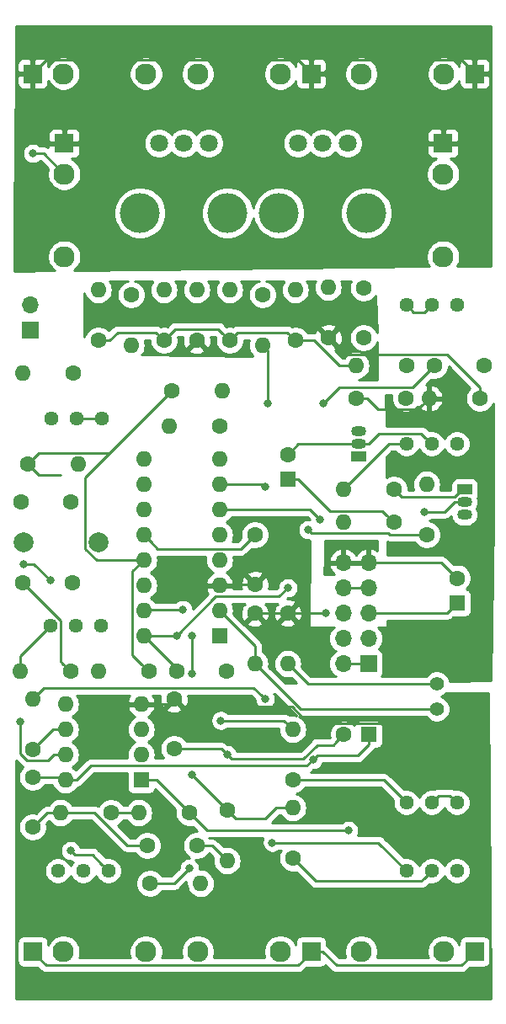
<source format=gbr>
G04 #@! TF.GenerationSoftware,KiCad,Pcbnew,(5.1.0)-1*
G04 #@! TF.CreationDate,2019-04-22T00:57:04-04:00*
G04 #@! TF.ProjectId,cem3340-module_REDDIT,63656d33-3334-4302-9d6d-6f64756c655f,rev?*
G04 #@! TF.SameCoordinates,Original*
G04 #@! TF.FileFunction,Copper,L2,Bot*
G04 #@! TF.FilePolarity,Positive*
%FSLAX46Y46*%
G04 Gerber Fmt 4.6, Leading zero omitted, Abs format (unit mm)*
G04 Created by KiCad (PCBNEW (5.1.0)-1) date 2019-04-22 00:57:04*
%MOMM*%
%LPD*%
G04 APERTURE LIST*
%ADD10C,1.440000*%
%ADD11C,1.600000*%
%ADD12R,1.600000X1.600000*%
%ADD13C,2.000000*%
%ADD14R,1.500000X1.050000*%
%ADD15O,1.500000X1.050000*%
%ADD16C,2.130000*%
%ADD17R,1.830000X1.930000*%
%ADD18R,1.930000X1.830000*%
%ADD19R,1.700000X1.700000*%
%ADD20O,1.700000X1.700000*%
%ADD21O,1.600000X1.600000*%
%ADD22C,4.000000*%
%ADD23C,1.800000*%
%ADD24C,1.400000*%
%ADD25C,0.800000*%
%ADD26C,0.250000*%
%ADD27C,0.254000*%
G04 APERTURE END LIST*
D10*
X195580000Y-136652000D03*
X198120000Y-136652000D03*
X200660000Y-136652000D03*
X235712000Y-93726000D03*
X233172000Y-93726000D03*
X230632000Y-93726000D03*
X194945000Y-91186000D03*
X197485000Y-91186000D03*
X200025000Y-91186000D03*
X194818000Y-112014000D03*
X197358000Y-112014000D03*
X199898000Y-112014000D03*
X235712000Y-79756000D03*
X233172000Y-79756000D03*
X230632000Y-79756000D03*
X235712000Y-129794000D03*
X233172000Y-129794000D03*
X230632000Y-129794000D03*
X235712000Y-136652000D03*
X233172000Y-136652000D03*
X230632000Y-136652000D03*
D11*
X238426000Y-85852000D03*
X233426000Y-85852000D03*
X225552000Y-89154000D03*
X230552000Y-89154000D03*
X226314000Y-78058000D03*
X226314000Y-83058000D03*
X209550000Y-134112000D03*
X204550000Y-134112000D03*
X196850000Y-99568000D03*
X191850000Y-99568000D03*
X224322000Y-122936000D03*
D12*
X226822000Y-122936000D03*
X235712000Y-109728000D03*
D11*
X235712000Y-107228000D03*
X197024000Y-107696000D03*
X192024000Y-107696000D03*
D12*
X218694000Y-97282000D03*
D11*
X218694000Y-94782000D03*
X215392000Y-102870000D03*
X215392000Y-107870000D03*
X193040000Y-127254000D03*
X193040000Y-132254000D03*
X207264000Y-124380000D03*
X207264000Y-119380000D03*
X212518000Y-116586000D03*
X207518000Y-116586000D03*
D13*
X199644000Y-103632000D03*
X192144000Y-103632000D03*
D14*
X236474000Y-98298000D03*
D15*
X236474000Y-100838000D03*
X236474000Y-99568000D03*
D16*
X226090000Y-56515000D03*
D17*
X237490000Y-56515000D03*
D16*
X234390000Y-56515000D03*
X196215000Y-66600000D03*
D18*
X196215000Y-63500000D03*
D16*
X196215000Y-74900000D03*
X217945000Y-56515000D03*
D17*
X221045000Y-56515000D03*
D16*
X209645000Y-56515000D03*
X226090000Y-144780000D03*
D17*
X237490000Y-144780000D03*
D16*
X234390000Y-144780000D03*
X217945000Y-144780000D03*
D17*
X221045000Y-144780000D03*
D16*
X209645000Y-144780000D03*
D19*
X226822000Y-115824000D03*
D20*
X224282000Y-115824000D03*
X226822000Y-113284000D03*
X224282000Y-113284000D03*
X226822000Y-110744000D03*
X224282000Y-110744000D03*
X226822000Y-108204000D03*
X224282000Y-108204000D03*
X226822000Y-105664000D03*
X224282000Y-105664000D03*
D19*
X192786000Y-82296000D03*
D20*
X192786000Y-79756000D03*
D16*
X234315000Y-66600000D03*
D18*
X234315000Y-63500000D03*
D16*
X234315000Y-74900000D03*
X204440000Y-56515000D03*
D17*
X193040000Y-56515000D03*
D16*
X196140000Y-56515000D03*
X204440000Y-144780000D03*
D17*
X193040000Y-144780000D03*
D16*
X196140000Y-144780000D03*
D11*
X211836000Y-91948000D03*
D21*
X206756000Y-91948000D03*
X199644000Y-78232000D03*
D11*
X199644000Y-83312000D03*
X204851000Y-137922000D03*
D21*
X209931000Y-137922000D03*
D11*
X212598000Y-130556000D03*
D21*
X212598000Y-135636000D03*
D11*
X207010000Y-88392000D03*
D21*
X212090000Y-88392000D03*
X199644000Y-116586000D03*
D11*
X204724000Y-116586000D03*
D21*
X197612000Y-95758000D03*
D11*
X192532000Y-95758000D03*
D21*
X219202000Y-130302000D03*
D11*
X219202000Y-135382000D03*
X215392000Y-110744000D03*
D21*
X215392000Y-115824000D03*
D11*
X197104000Y-86614000D03*
D21*
X192024000Y-86614000D03*
X219202000Y-122428000D03*
D11*
X219202000Y-127508000D03*
D21*
X212852000Y-78232000D03*
D11*
X212852000Y-83312000D03*
X219456000Y-83312000D03*
D21*
X219456000Y-78232000D03*
X225552000Y-85852000D03*
D11*
X230632000Y-85852000D03*
X218694000Y-110744000D03*
D21*
X218694000Y-115824000D03*
D11*
X202946000Y-78740000D03*
D21*
X202946000Y-83820000D03*
X206248000Y-78232000D03*
D11*
X206248000Y-83312000D03*
D21*
X195834000Y-130810000D03*
D11*
X200914000Y-130810000D03*
X208788000Y-130810000D03*
D21*
X203708000Y-130810000D03*
D11*
X232664000Y-102870000D03*
D21*
X232664000Y-97790000D03*
D11*
X229362000Y-101600000D03*
D21*
X224282000Y-101600000D03*
D11*
X216154000Y-78740000D03*
D21*
X216154000Y-83820000D03*
X193040000Y-119380000D03*
D11*
X193040000Y-124460000D03*
D21*
X224282000Y-98298000D03*
D11*
X229362000Y-98298000D03*
D21*
X191770000Y-116586000D03*
D11*
X196850000Y-116586000D03*
D21*
X222758000Y-77978000D03*
D11*
X222758000Y-83058000D03*
X209550000Y-83312000D03*
D21*
X209550000Y-78232000D03*
X232918000Y-89154000D03*
D11*
X237998000Y-89154000D03*
D22*
X217810000Y-70500000D03*
X226610000Y-70500000D03*
D23*
X219710000Y-63500000D03*
X222210000Y-63500000D03*
X224710000Y-63500000D03*
X210740000Y-63500000D03*
X208240000Y-63500000D03*
X205740000Y-63500000D03*
D22*
X212640000Y-70500000D03*
X203840000Y-70500000D03*
D24*
X233680000Y-120396000D03*
X233680000Y-117856000D03*
D12*
X203962000Y-127508000D03*
D21*
X196342000Y-119888000D03*
X203962000Y-124968000D03*
X196342000Y-122428000D03*
X203962000Y-122428000D03*
X196342000Y-124968000D03*
X203962000Y-119888000D03*
X196342000Y-127508000D03*
D12*
X211836000Y-113030000D03*
D21*
X204216000Y-95250000D03*
X211836000Y-110490000D03*
X204216000Y-97790000D03*
X211836000Y-107950000D03*
X204216000Y-100330000D03*
X211836000Y-105410000D03*
X204216000Y-102870000D03*
X211836000Y-102870000D03*
X204216000Y-105410000D03*
X211836000Y-100330000D03*
X204216000Y-107950000D03*
X211836000Y-97790000D03*
X204216000Y-110490000D03*
X211836000Y-95250000D03*
X204216000Y-113030000D03*
D15*
X225806000Y-93726000D03*
X225806000Y-92456000D03*
D14*
X225806000Y-94996000D03*
D25*
X222250000Y-89662000D03*
X221958002Y-101346000D03*
X216408000Y-119380000D03*
X222504000Y-110744000D03*
X212598000Y-124968000D03*
X232410000Y-100584000D03*
X192144000Y-105798000D03*
X194818000Y-107442000D03*
X221234000Y-125476000D03*
X220726000Y-102362000D03*
X216662000Y-89662000D03*
X237634999Y-121810999D03*
X228455001Y-121810999D03*
X218694000Y-108204000D03*
X207518000Y-113030000D03*
X191770000Y-121666000D03*
X193040000Y-64516000D03*
X224790000Y-132588000D03*
X208788000Y-136398000D03*
X208135001Y-110380999D03*
X209042000Y-127000000D03*
X209042000Y-113030000D03*
X209042000Y-116840000D03*
X211963000Y-121539000D03*
X196850000Y-134620000D03*
X216408000Y-98044000D03*
X217133001Y-133821001D03*
D26*
X231249001Y-88028999D02*
X223883001Y-88028999D01*
X233426000Y-85852000D02*
X231249001Y-88028999D01*
X223883001Y-88028999D02*
X222250000Y-89662000D01*
X222250000Y-89662000D02*
X222250000Y-89662000D01*
X220942002Y-100330000D02*
X221958002Y-101346000D01*
X211836000Y-100330000D02*
X220942002Y-100330000D01*
X211916000Y-107870000D02*
X211836000Y-107950000D01*
X215392000Y-107870000D02*
X211916000Y-107870000D01*
X216523370Y-110744000D02*
X218694000Y-110744000D01*
X215392000Y-110744000D02*
X216523370Y-110744000D01*
X232118001Y-89953999D02*
X232918000Y-89154000D01*
X231792999Y-90279001D02*
X232118001Y-89953999D01*
X227808371Y-90279001D02*
X231792999Y-90279001D01*
X226683370Y-89154000D02*
X227808371Y-90279001D01*
X225552000Y-89154000D02*
X226683370Y-89154000D01*
X216008001Y-118980001D02*
X216408000Y-119380000D01*
X215282999Y-118254999D02*
X216008001Y-118980001D01*
X194165001Y-118254999D02*
X215282999Y-118254999D01*
X193040000Y-119380000D02*
X194165001Y-118254999D01*
X218694000Y-110744000D02*
X222504000Y-110744000D01*
X234696000Y-110744000D02*
X235712000Y-109728000D01*
X226822000Y-110744000D02*
X234696000Y-110744000D01*
X222210000Y-144780000D02*
X221045000Y-144780000D01*
X223600001Y-146170001D02*
X222210000Y-144780000D01*
X236149999Y-146170001D02*
X223600001Y-146170001D01*
X237490000Y-144830000D02*
X236149999Y-146170001D01*
X237490000Y-144780000D02*
X237490000Y-144830000D01*
X193040000Y-144830000D02*
X193040000Y-144780000D01*
X194380001Y-146170001D02*
X193040000Y-144830000D01*
X219704999Y-146170001D02*
X194380001Y-146170001D01*
X221045000Y-144830000D02*
X219704999Y-146170001D01*
X221045000Y-144780000D02*
X221045000Y-144830000D01*
X194484000Y-130810000D02*
X195834000Y-130810000D01*
X193040000Y-132254000D02*
X194484000Y-130810000D01*
X203418630Y-134112000D02*
X204550000Y-134112000D01*
X202550998Y-134112000D02*
X203418630Y-134112000D01*
X199248998Y-130810000D02*
X202550998Y-134112000D01*
X195834000Y-130810000D02*
X199248998Y-130810000D01*
X198503233Y-91186000D02*
X200025000Y-91186000D01*
X197485000Y-91186000D02*
X198503233Y-91186000D01*
X196050001Y-115786001D02*
X196850000Y-116586000D01*
X195863001Y-115599001D02*
X196050001Y-115786001D01*
X195863001Y-111535001D02*
X195863001Y-115599001D01*
X192024000Y-107696000D02*
X195863001Y-111535001D01*
X212598000Y-124968000D02*
X212598000Y-124968000D01*
X205015999Y-103669999D02*
X204216000Y-102870000D01*
X205630999Y-104284999D02*
X205015999Y-103669999D01*
X213977001Y-104284999D02*
X205630999Y-104284999D01*
X215392000Y-102870000D02*
X213977001Y-104284999D01*
X223522001Y-123735999D02*
X224322000Y-122936000D01*
X223254989Y-124003011D02*
X223522001Y-123735999D01*
X221633987Y-124003011D02*
X223254989Y-124003011D01*
X220268999Y-125367999D02*
X221633987Y-124003011D01*
X212997999Y-125367999D02*
X220268999Y-125367999D01*
X212598000Y-124968000D02*
X212997999Y-125367999D01*
X232452001Y-93006001D02*
X233172000Y-93726000D01*
X232126999Y-92680999D02*
X232452001Y-93006001D01*
X227851001Y-92680999D02*
X232126999Y-92680999D01*
X226806000Y-93726000D02*
X227851001Y-92680999D01*
X225806000Y-93726000D02*
X226806000Y-93726000D01*
X219750000Y-93726000D02*
X218694000Y-94782000D01*
X225806000Y-93726000D02*
X219750000Y-93726000D01*
X225484081Y-108204000D02*
X226822000Y-108204000D01*
X224282000Y-108204000D02*
X225484081Y-108204000D01*
X235474000Y-99568000D02*
X234458000Y-100584000D01*
X236474000Y-99568000D02*
X235474000Y-99568000D01*
X234458000Y-100584000D02*
X232410000Y-100584000D01*
X232410000Y-100584000D02*
X232410000Y-100584000D01*
X221045000Y-56465000D02*
X221045000Y-56515000D01*
X219704999Y-55124999D02*
X221045000Y-56465000D01*
X194380001Y-55124999D02*
X219704999Y-55124999D01*
X193040000Y-56465000D02*
X194380001Y-55124999D01*
X193040000Y-56515000D02*
X193040000Y-56465000D01*
X237490000Y-56465000D02*
X237490000Y-56515000D01*
X236149999Y-55124999D02*
X237490000Y-56465000D01*
X223600001Y-55124999D02*
X236149999Y-55124999D01*
X222210000Y-56515000D02*
X223600001Y-55124999D01*
X221045000Y-56515000D02*
X222210000Y-56515000D01*
X212010000Y-124380000D02*
X212598000Y-124968000D01*
X207264000Y-124380000D02*
X212010000Y-124380000D01*
X193174000Y-105798000D02*
X194818000Y-107442000D01*
X192144000Y-105798000D02*
X193174000Y-105798000D01*
X211074000Y-134112000D02*
X212598000Y-135636000D01*
X209550000Y-134112000D02*
X211074000Y-134112000D01*
X196088000Y-127254000D02*
X196342000Y-127508000D01*
X193040000Y-127254000D02*
X196088000Y-127254000D01*
X225484081Y-115824000D02*
X226822000Y-115824000D01*
X224282000Y-115824000D02*
X225484081Y-115824000D01*
X198888369Y-126093001D02*
X220616999Y-126093001D01*
X196342000Y-127508000D02*
X197473370Y-127508000D01*
X197473370Y-127508000D02*
X198888369Y-126093001D01*
X220616999Y-126093001D02*
X221234000Y-125476000D01*
X221234000Y-125476000D02*
X221234000Y-125476000D01*
X226822000Y-123986000D02*
X226822000Y-122936000D01*
X225731999Y-125076001D02*
X226822000Y-123986000D01*
X221633999Y-125076001D02*
X225731999Y-125076001D01*
X221234000Y-125476000D02*
X221633999Y-125076001D01*
X228821999Y-102725001D02*
X221089001Y-102725001D01*
X232664000Y-102870000D02*
X228966998Y-102870000D01*
X228966998Y-102870000D02*
X228821999Y-102725001D01*
X221089001Y-102725001D02*
X220726000Y-102362000D01*
X220726000Y-102362000D02*
X220726000Y-102362000D01*
X216662000Y-84328000D02*
X216154000Y-83820000D01*
X216662000Y-89662000D02*
X216662000Y-84328000D01*
X237998000Y-88022630D02*
X237998000Y-89154000D01*
X234702369Y-84726999D02*
X237998000Y-88022630D01*
X222758000Y-83058000D02*
X224426999Y-84726999D01*
X224426999Y-84726999D02*
X234702369Y-84726999D01*
X234148000Y-105664000D02*
X235712000Y-107228000D01*
X226822000Y-105664000D02*
X234148000Y-105664000D01*
X225484081Y-105664000D02*
X226822000Y-105664000D01*
X224282000Y-105664000D02*
X225484081Y-105664000D01*
X237634999Y-121810999D02*
X237634999Y-121810999D01*
X228455001Y-121810999D02*
X237634999Y-121810999D01*
X206756000Y-119888000D02*
X207264000Y-119380000D01*
X203962000Y-119888000D02*
X206756000Y-119888000D01*
X227889316Y-121810999D02*
X228455001Y-121810999D01*
X220742589Y-121810999D02*
X227889316Y-121810999D01*
X219111589Y-120179999D02*
X220742589Y-121810999D01*
X208063999Y-120179999D02*
X219111589Y-120179999D01*
X207264000Y-119380000D02*
X208063999Y-120179999D01*
X228562001Y-100800001D02*
X229362000Y-101600000D01*
X228236999Y-100474999D02*
X228562001Y-100800001D01*
X222936999Y-100474999D02*
X228236999Y-100474999D01*
X219744000Y-97282000D02*
X222936999Y-100474999D01*
X218694000Y-97282000D02*
X219744000Y-97282000D01*
X207518000Y-116332000D02*
X207518000Y-116586000D01*
X204216000Y-113030000D02*
X207518000Y-116332000D01*
X211472999Y-109075001D02*
X217822999Y-109075001D01*
X204216000Y-113030000D02*
X207518000Y-113030000D01*
X207518000Y-113030000D02*
X211472999Y-109075001D01*
X217822999Y-109075001D02*
X218694000Y-108204000D01*
X218694000Y-108204000D02*
X218694000Y-108204000D01*
X207518000Y-113030000D02*
X207518000Y-113030000D01*
X236249000Y-98298000D02*
X236474000Y-98298000D01*
X235449001Y-99097999D02*
X236249000Y-98298000D01*
X230161999Y-99097999D02*
X235449001Y-99097999D01*
X229362000Y-98298000D02*
X230161999Y-99097999D01*
X192499999Y-125585001D02*
X191770000Y-124855002D01*
X194593629Y-125585001D02*
X192499999Y-125585001D01*
X196342000Y-124968000D02*
X195210630Y-124968000D01*
X195210630Y-124968000D02*
X194593629Y-125585001D01*
X191770000Y-124855002D02*
X191770000Y-121666000D01*
X191770000Y-121666000D02*
X191770000Y-121666000D01*
X194131000Y-64516000D02*
X193040000Y-64516000D01*
X196215000Y-66600000D02*
X194131000Y-64516000D01*
X205486000Y-127508000D02*
X208788000Y-130810000D01*
X203962000Y-127508000D02*
X205486000Y-127508000D01*
X210566000Y-132588000D02*
X208788000Y-130810000D01*
X224790000Y-132588000D02*
X210566000Y-132588000D01*
X207264000Y-137922000D02*
X208788000Y-136398000D01*
X204851000Y-137922000D02*
X207264000Y-137922000D01*
X205448001Y-82512001D02*
X206248000Y-83312000D01*
X201575369Y-82512001D02*
X205448001Y-82512001D01*
X199644000Y-83312000D02*
X200775370Y-83312000D01*
X200775370Y-83312000D02*
X201575369Y-82512001D01*
X212052001Y-82512001D02*
X212852000Y-83312000D01*
X211726999Y-82186999D02*
X212052001Y-82512001D01*
X207373001Y-82186999D02*
X211726999Y-82186999D01*
X206248000Y-83312000D02*
X207373001Y-82186999D01*
X218656001Y-82512001D02*
X219456000Y-83312000D01*
X213651999Y-82512001D02*
X218656001Y-82512001D01*
X212852000Y-83312000D02*
X213651999Y-82512001D01*
X224420630Y-85852000D02*
X225552000Y-85852000D01*
X223915002Y-85852000D02*
X224420630Y-85852000D01*
X221375002Y-83312000D02*
X223915002Y-85852000D01*
X219456000Y-83312000D02*
X221375002Y-83312000D01*
X204325001Y-110380999D02*
X204216000Y-110490000D01*
X208135001Y-110380999D02*
X204325001Y-110380999D01*
X213397999Y-131355999D02*
X212598000Y-130556000D01*
X213469001Y-131427001D02*
X213397999Y-131355999D01*
X216440001Y-131427001D02*
X213469001Y-131427001D01*
X217565002Y-130302000D02*
X216440001Y-131427001D01*
X219202000Y-130302000D02*
X217565002Y-130302000D01*
X209042000Y-127000000D02*
X212598000Y-130556000D01*
X209042000Y-113030000D02*
X209042000Y-116840000D01*
X193657001Y-96883001D02*
X195830003Y-96883001D01*
X192532000Y-95758000D02*
X193657001Y-96883001D01*
X193331999Y-94958001D02*
X192532000Y-95758000D01*
X193657001Y-94632999D02*
X193331999Y-94958001D01*
X200769001Y-94632999D02*
X193657001Y-94632999D01*
X203924001Y-115786001D02*
X204724000Y-116586000D01*
X203090999Y-114952999D02*
X203924001Y-115786001D01*
X203090999Y-106535001D02*
X203090999Y-114952999D01*
X204216000Y-105410000D02*
X203090999Y-106535001D01*
X198318999Y-97083001D02*
X200914000Y-94488000D01*
X198318999Y-104268001D02*
X198318999Y-97083001D01*
X199460998Y-105410000D02*
X198318999Y-104268001D01*
X204216000Y-105410000D02*
X199460998Y-105410000D01*
X207010000Y-88392000D02*
X200914000Y-94488000D01*
X200914000Y-94488000D02*
X200769001Y-94632999D01*
X232452001Y-137371999D02*
X233172000Y-136652000D01*
X232126999Y-137697001D02*
X232452001Y-137371999D01*
X221517001Y-137697001D02*
X232126999Y-137697001D01*
X219202000Y-135382000D02*
X221517001Y-137697001D01*
X219964000Y-120396000D02*
X233680000Y-120396000D01*
X215392000Y-115824000D02*
X219964000Y-120396000D01*
X215392000Y-114046000D02*
X215392000Y-115824000D01*
X211836000Y-110490000D02*
X215392000Y-114046000D01*
X218313000Y-121539000D02*
X219202000Y-122428000D01*
X211963000Y-121539000D02*
X218313000Y-121539000D01*
X228346000Y-127508000D02*
X230632000Y-129794000D01*
X219202000Y-127508000D02*
X228346000Y-127508000D01*
X232452001Y-80475999D02*
X233172000Y-79756000D01*
X231351999Y-80475999D02*
X232452001Y-80475999D01*
X230632000Y-79756000D02*
X231351999Y-80475999D01*
X220726000Y-117856000D02*
X218694000Y-115824000D01*
X233680000Y-117856000D02*
X220726000Y-117856000D01*
X233891999Y-129074001D02*
X233172000Y-129794000D01*
X234992001Y-129074001D02*
X233891999Y-129074001D01*
X235712000Y-129794000D02*
X234992001Y-129074001D01*
X202045370Y-130810000D02*
X203708000Y-130810000D01*
X200914000Y-130810000D02*
X202045370Y-130810000D01*
X195072000Y-122428000D02*
X196342000Y-122428000D01*
X193040000Y-124460000D02*
X195072000Y-122428000D01*
X199940001Y-135932001D02*
X200660000Y-136652000D01*
X199027999Y-135019999D02*
X199940001Y-135932001D01*
X197249999Y-135019999D02*
X199027999Y-135019999D01*
X196850000Y-134620000D02*
X197249999Y-135019999D01*
X228854000Y-93726000D02*
X230632000Y-93726000D01*
X224282000Y-98298000D02*
X228854000Y-93726000D01*
X191770000Y-115062000D02*
X191770000Y-116586000D01*
X194818000Y-112014000D02*
X191770000Y-115062000D01*
X211836000Y-97790000D02*
X216154000Y-97790000D01*
X216154000Y-97790000D02*
X216408000Y-98044000D01*
X216408000Y-98044000D02*
X216408000Y-98044000D01*
X227801001Y-133821001D02*
X230632000Y-136652000D01*
X217133001Y-133821001D02*
X227801001Y-133821001D01*
D27*
G36*
X227711000Y-104475713D02*
G01*
X227703355Y-104468822D01*
X227453252Y-104319843D01*
X227178891Y-104222519D01*
X226949000Y-104343186D01*
X226949000Y-105537000D01*
X226969000Y-105537000D01*
X226969000Y-105791000D01*
X226949000Y-105791000D01*
X226949000Y-105811000D01*
X226695000Y-105811000D01*
X226695000Y-105791000D01*
X224409000Y-105791000D01*
X224409000Y-105811000D01*
X224155000Y-105811000D01*
X224155000Y-105791000D01*
X222961845Y-105791000D01*
X222840524Y-106020890D01*
X222885175Y-106168099D01*
X223010359Y-106430920D01*
X223184412Y-106664269D01*
X223342758Y-106807000D01*
X222378485Y-106807000D01*
X222395925Y-105307110D01*
X222840524Y-105307110D01*
X222961845Y-105537000D01*
X224155000Y-105537000D01*
X224155000Y-104343186D01*
X224409000Y-104343186D01*
X224409000Y-105537000D01*
X226695000Y-105537000D01*
X226695000Y-104343186D01*
X226465109Y-104222519D01*
X226190748Y-104319843D01*
X225940645Y-104468822D01*
X225724412Y-104663731D01*
X225552000Y-104894880D01*
X225379588Y-104663731D01*
X225163355Y-104468822D01*
X224913252Y-104319843D01*
X224638891Y-104222519D01*
X224409000Y-104343186D01*
X224155000Y-104343186D01*
X223925109Y-104222519D01*
X223650748Y-104319843D01*
X223400645Y-104468822D01*
X223184412Y-104663731D01*
X223010359Y-104897080D01*
X222885175Y-105159901D01*
X222840524Y-105307110D01*
X222395925Y-105307110D01*
X222417113Y-103485001D01*
X227711000Y-103485001D01*
X227711000Y-104475713D01*
X227711000Y-104475713D01*
G37*
X227711000Y-104475713D02*
X227703355Y-104468822D01*
X227453252Y-104319843D01*
X227178891Y-104222519D01*
X226949000Y-104343186D01*
X226949000Y-105537000D01*
X226969000Y-105537000D01*
X226969000Y-105791000D01*
X226949000Y-105791000D01*
X226949000Y-105811000D01*
X226695000Y-105811000D01*
X226695000Y-105791000D01*
X224409000Y-105791000D01*
X224409000Y-105811000D01*
X224155000Y-105811000D01*
X224155000Y-105791000D01*
X222961845Y-105791000D01*
X222840524Y-106020890D01*
X222885175Y-106168099D01*
X223010359Y-106430920D01*
X223184412Y-106664269D01*
X223342758Y-106807000D01*
X222378485Y-106807000D01*
X222395925Y-105307110D01*
X222840524Y-105307110D01*
X222961845Y-105537000D01*
X224155000Y-105537000D01*
X224155000Y-104343186D01*
X224409000Y-104343186D01*
X224409000Y-105537000D01*
X226695000Y-105537000D01*
X226695000Y-104343186D01*
X226465109Y-104222519D01*
X226190748Y-104319843D01*
X225940645Y-104468822D01*
X225724412Y-104663731D01*
X225552000Y-104894880D01*
X225379588Y-104663731D01*
X225163355Y-104468822D01*
X224913252Y-104319843D01*
X224638891Y-104222519D01*
X224409000Y-104343186D01*
X224155000Y-104343186D01*
X223925109Y-104222519D01*
X223650748Y-104319843D01*
X223400645Y-104468822D01*
X223184412Y-104663731D01*
X223010359Y-104897080D01*
X222885175Y-105159901D01*
X222840524Y-105307110D01*
X222395925Y-105307110D01*
X222417113Y-103485001D01*
X227711000Y-103485001D01*
X227711000Y-104475713D01*
G36*
X202527426Y-77360147D02*
G01*
X202266273Y-77468320D01*
X202031241Y-77625363D01*
X201831363Y-77825241D01*
X201674320Y-78060273D01*
X201566147Y-78321426D01*
X201511000Y-78598665D01*
X201511000Y-78881335D01*
X201566147Y-79158574D01*
X201674320Y-79419727D01*
X201831363Y-79654759D01*
X202031241Y-79854637D01*
X202266273Y-80011680D01*
X202527426Y-80119853D01*
X202804665Y-80175000D01*
X203087335Y-80175000D01*
X203364574Y-80119853D01*
X203625727Y-80011680D01*
X203860759Y-79854637D01*
X204060637Y-79654759D01*
X204217680Y-79419727D01*
X204325853Y-79158574D01*
X204381000Y-78881335D01*
X204381000Y-78598665D01*
X204325853Y-78321426D01*
X204217680Y-78060273D01*
X204060637Y-77825241D01*
X203860759Y-77625363D01*
X203625727Y-77468320D01*
X203364574Y-77360147D01*
X203278371Y-77343000D01*
X205121205Y-77343000D01*
X205049068Y-77430899D01*
X204915818Y-77680192D01*
X204833764Y-77950691D01*
X204806057Y-78232000D01*
X204833764Y-78513309D01*
X204915818Y-78783808D01*
X205049068Y-79033101D01*
X205228392Y-79251608D01*
X205446899Y-79430932D01*
X205696192Y-79564182D01*
X205966691Y-79646236D01*
X206177508Y-79667000D01*
X206318492Y-79667000D01*
X206529309Y-79646236D01*
X206799808Y-79564182D01*
X207049101Y-79430932D01*
X207267608Y-79251608D01*
X207446932Y-79033101D01*
X207580182Y-78783808D01*
X207662236Y-78513309D01*
X207689943Y-78232000D01*
X207662236Y-77950691D01*
X207580182Y-77680192D01*
X207446932Y-77430899D01*
X207374795Y-77343000D01*
X208423205Y-77343000D01*
X208351068Y-77430899D01*
X208217818Y-77680192D01*
X208135764Y-77950691D01*
X208108057Y-78232000D01*
X208135764Y-78513309D01*
X208217818Y-78783808D01*
X208351068Y-79033101D01*
X208530392Y-79251608D01*
X208748899Y-79430932D01*
X208998192Y-79564182D01*
X209268691Y-79646236D01*
X209479508Y-79667000D01*
X209620492Y-79667000D01*
X209831309Y-79646236D01*
X210101808Y-79564182D01*
X210351101Y-79430932D01*
X210569608Y-79251608D01*
X210748932Y-79033101D01*
X210882182Y-78783808D01*
X210964236Y-78513309D01*
X210991943Y-78232000D01*
X210964236Y-77950691D01*
X210882182Y-77680192D01*
X210748932Y-77430899D01*
X210676795Y-77343000D01*
X211725205Y-77343000D01*
X211653068Y-77430899D01*
X211519818Y-77680192D01*
X211437764Y-77950691D01*
X211410057Y-78232000D01*
X211437764Y-78513309D01*
X211519818Y-78783808D01*
X211653068Y-79033101D01*
X211832392Y-79251608D01*
X212050899Y-79430932D01*
X212300192Y-79564182D01*
X212570691Y-79646236D01*
X212781508Y-79667000D01*
X212922492Y-79667000D01*
X213133309Y-79646236D01*
X213403808Y-79564182D01*
X213653101Y-79430932D01*
X213871608Y-79251608D01*
X214050932Y-79033101D01*
X214184182Y-78783808D01*
X214266236Y-78513309D01*
X214293943Y-78232000D01*
X214266236Y-77950691D01*
X214184182Y-77680192D01*
X214050932Y-77430899D01*
X213978795Y-77343000D01*
X215821629Y-77343000D01*
X215735426Y-77360147D01*
X215474273Y-77468320D01*
X215239241Y-77625363D01*
X215039363Y-77825241D01*
X214882320Y-78060273D01*
X214774147Y-78321426D01*
X214719000Y-78598665D01*
X214719000Y-78881335D01*
X214774147Y-79158574D01*
X214882320Y-79419727D01*
X215039363Y-79654759D01*
X215239241Y-79854637D01*
X215474273Y-80011680D01*
X215735426Y-80119853D01*
X216012665Y-80175000D01*
X216295335Y-80175000D01*
X216572574Y-80119853D01*
X216833727Y-80011680D01*
X217068759Y-79854637D01*
X217268637Y-79654759D01*
X217425680Y-79419727D01*
X217533853Y-79158574D01*
X217589000Y-78881335D01*
X217589000Y-78598665D01*
X217533853Y-78321426D01*
X217425680Y-78060273D01*
X217268637Y-77825241D01*
X217068759Y-77625363D01*
X216833727Y-77468320D01*
X216572574Y-77360147D01*
X216486371Y-77343000D01*
X218329205Y-77343000D01*
X218257068Y-77430899D01*
X218123818Y-77680192D01*
X218041764Y-77950691D01*
X218014057Y-78232000D01*
X218041764Y-78513309D01*
X218123818Y-78783808D01*
X218257068Y-79033101D01*
X218436392Y-79251608D01*
X218654899Y-79430932D01*
X218904192Y-79564182D01*
X219174691Y-79646236D01*
X219385508Y-79667000D01*
X219526492Y-79667000D01*
X219737309Y-79646236D01*
X220007808Y-79564182D01*
X220257101Y-79430932D01*
X220475608Y-79251608D01*
X220654932Y-79033101D01*
X220788182Y-78783808D01*
X220870236Y-78513309D01*
X220897943Y-78232000D01*
X220870236Y-77950691D01*
X220788182Y-77680192D01*
X220654932Y-77430899D01*
X220582795Y-77343000D01*
X221470285Y-77343000D01*
X221425818Y-77426192D01*
X221343764Y-77696691D01*
X221316057Y-77978000D01*
X221343764Y-78259309D01*
X221425818Y-78529808D01*
X221559068Y-78779101D01*
X221738392Y-78997608D01*
X221956899Y-79176932D01*
X222206192Y-79310182D01*
X222476691Y-79392236D01*
X222687508Y-79413000D01*
X222828492Y-79413000D01*
X223039309Y-79392236D01*
X223309808Y-79310182D01*
X223559101Y-79176932D01*
X223777608Y-78997608D01*
X223956932Y-78779101D01*
X224090182Y-78529808D01*
X224172236Y-78259309D01*
X224199943Y-77978000D01*
X224172236Y-77696691D01*
X224090182Y-77426192D01*
X224045715Y-77343000D01*
X225065889Y-77343000D01*
X225042320Y-77378273D01*
X224934147Y-77639426D01*
X224879000Y-77916665D01*
X224879000Y-78199335D01*
X224934147Y-78476574D01*
X225042320Y-78737727D01*
X225199363Y-78972759D01*
X225399241Y-79172637D01*
X225634273Y-79329680D01*
X225895426Y-79437853D01*
X226172665Y-79493000D01*
X226455335Y-79493000D01*
X226732574Y-79437853D01*
X226993727Y-79329680D01*
X227228759Y-79172637D01*
X227428637Y-78972759D01*
X227515042Y-78843444D01*
X227646533Y-82525185D01*
X227585680Y-82378273D01*
X227428637Y-82143241D01*
X227228759Y-81943363D01*
X226993727Y-81786320D01*
X226732574Y-81678147D01*
X226455335Y-81623000D01*
X226172665Y-81623000D01*
X225895426Y-81678147D01*
X225634273Y-81786320D01*
X225399241Y-81943363D01*
X225199363Y-82143241D01*
X225042320Y-82378273D01*
X224934147Y-82639426D01*
X224879000Y-82916665D01*
X224879000Y-83199335D01*
X224934147Y-83476574D01*
X225042320Y-83737727D01*
X225199363Y-83972759D01*
X225399241Y-84172637D01*
X225634273Y-84329680D01*
X225895426Y-84437853D01*
X226172665Y-84493000D01*
X226455335Y-84493000D01*
X226732574Y-84437853D01*
X226993727Y-84329680D01*
X227228759Y-84172637D01*
X227428637Y-83972759D01*
X227585680Y-83737727D01*
X227681570Y-83506228D01*
X227711000Y-84330265D01*
X227711000Y-87268999D01*
X225805256Y-87268999D01*
X225833309Y-87266236D01*
X226103808Y-87184182D01*
X226353101Y-87050932D01*
X226571608Y-86871608D01*
X226750932Y-86653101D01*
X226884182Y-86403808D01*
X226966236Y-86133309D01*
X226993943Y-85852000D01*
X226966236Y-85570691D01*
X226884182Y-85300192D01*
X226750932Y-85050899D01*
X226571608Y-84832392D01*
X226353101Y-84653068D01*
X226103808Y-84519818D01*
X225833309Y-84437764D01*
X225622492Y-84417000D01*
X225481508Y-84417000D01*
X225270691Y-84437764D01*
X225000192Y-84519818D01*
X224750899Y-84653068D01*
X224532392Y-84832392D01*
X224353068Y-85050899D01*
X224331099Y-85092000D01*
X224229805Y-85092000D01*
X223455826Y-84318022D01*
X223499514Y-84294671D01*
X223571097Y-84050702D01*
X222758000Y-83237605D01*
X222743858Y-83251748D01*
X222564253Y-83072143D01*
X222578395Y-83058000D01*
X222937605Y-83058000D01*
X223750702Y-83871097D01*
X223994671Y-83799514D01*
X224115571Y-83544004D01*
X224184300Y-83269816D01*
X224198217Y-82987488D01*
X224156787Y-82707870D01*
X224061603Y-82441708D01*
X223994671Y-82316486D01*
X223750702Y-82244903D01*
X222937605Y-83058000D01*
X222578395Y-83058000D01*
X221765298Y-82244903D01*
X221521329Y-82316486D01*
X221409999Y-82551771D01*
X221375002Y-82548324D01*
X221337680Y-82552000D01*
X220674043Y-82552000D01*
X220570637Y-82397241D01*
X220370759Y-82197363D01*
X220173110Y-82065298D01*
X221944903Y-82065298D01*
X222758000Y-82878395D01*
X223571097Y-82065298D01*
X223499514Y-81821329D01*
X223244004Y-81700429D01*
X222969816Y-81631700D01*
X222687488Y-81617783D01*
X222407870Y-81659213D01*
X222141708Y-81754397D01*
X222016486Y-81821329D01*
X221944903Y-82065298D01*
X220173110Y-82065298D01*
X220135727Y-82040320D01*
X219874574Y-81932147D01*
X219597335Y-81877000D01*
X219314665Y-81877000D01*
X219125978Y-81914533D01*
X219080277Y-81877027D01*
X218948248Y-81806455D01*
X218804987Y-81762998D01*
X218693334Y-81752001D01*
X218693323Y-81752001D01*
X218656001Y-81748325D01*
X218618679Y-81752001D01*
X213689321Y-81752001D01*
X213651998Y-81748325D01*
X213614675Y-81752001D01*
X213614666Y-81752001D01*
X213503013Y-81762998D01*
X213359752Y-81806455D01*
X213227723Y-81877027D01*
X213227721Y-81877028D01*
X213227722Y-81877028D01*
X213182022Y-81914533D01*
X212993335Y-81877000D01*
X212710665Y-81877000D01*
X212528113Y-81913312D01*
X212290803Y-81676002D01*
X212267000Y-81646998D01*
X212151275Y-81552025D01*
X212019246Y-81481453D01*
X211875985Y-81437996D01*
X211764332Y-81426999D01*
X211764321Y-81426999D01*
X211726999Y-81423323D01*
X211689677Y-81426999D01*
X207410326Y-81426999D01*
X207373001Y-81423323D01*
X207335676Y-81426999D01*
X207335668Y-81426999D01*
X207224015Y-81437996D01*
X207080754Y-81481453D01*
X206948725Y-81552025D01*
X206833000Y-81646998D01*
X206809202Y-81675996D01*
X206571886Y-81913312D01*
X206389335Y-81877000D01*
X206106665Y-81877000D01*
X205917978Y-81914533D01*
X205872277Y-81877027D01*
X205740248Y-81806455D01*
X205596987Y-81762998D01*
X205485334Y-81752001D01*
X205485323Y-81752001D01*
X205448001Y-81748325D01*
X205410679Y-81752001D01*
X201612691Y-81752001D01*
X201575368Y-81748325D01*
X201538045Y-81752001D01*
X201538036Y-81752001D01*
X201426383Y-81762998D01*
X201283122Y-81806455D01*
X201151093Y-81877027D01*
X201151091Y-81877028D01*
X201151092Y-81877028D01*
X201064365Y-81948202D01*
X201064361Y-81948206D01*
X201035368Y-81972000D01*
X201011574Y-82000993D01*
X200686982Y-82325586D01*
X200558759Y-82197363D01*
X200323727Y-82040320D01*
X200062574Y-81932147D01*
X199785335Y-81877000D01*
X199502665Y-81877000D01*
X199225426Y-81932147D01*
X198964273Y-82040320D01*
X198729241Y-82197363D01*
X198529363Y-82397241D01*
X198372320Y-82632273D01*
X198264147Y-82893426D01*
X198247000Y-82979629D01*
X198247000Y-78570129D01*
X198311818Y-78783808D01*
X198445068Y-79033101D01*
X198624392Y-79251608D01*
X198842899Y-79430932D01*
X199092192Y-79564182D01*
X199362691Y-79646236D01*
X199573508Y-79667000D01*
X199714492Y-79667000D01*
X199925309Y-79646236D01*
X200195808Y-79564182D01*
X200445101Y-79430932D01*
X200663608Y-79251608D01*
X200842932Y-79033101D01*
X200976182Y-78783808D01*
X201058236Y-78513309D01*
X201085943Y-78232000D01*
X201058236Y-77950691D01*
X200976182Y-77680192D01*
X200842932Y-77430899D01*
X200770795Y-77343000D01*
X202613629Y-77343000D01*
X202527426Y-77360147D01*
X202527426Y-77360147D01*
G37*
X202527426Y-77360147D02*
X202266273Y-77468320D01*
X202031241Y-77625363D01*
X201831363Y-77825241D01*
X201674320Y-78060273D01*
X201566147Y-78321426D01*
X201511000Y-78598665D01*
X201511000Y-78881335D01*
X201566147Y-79158574D01*
X201674320Y-79419727D01*
X201831363Y-79654759D01*
X202031241Y-79854637D01*
X202266273Y-80011680D01*
X202527426Y-80119853D01*
X202804665Y-80175000D01*
X203087335Y-80175000D01*
X203364574Y-80119853D01*
X203625727Y-80011680D01*
X203860759Y-79854637D01*
X204060637Y-79654759D01*
X204217680Y-79419727D01*
X204325853Y-79158574D01*
X204381000Y-78881335D01*
X204381000Y-78598665D01*
X204325853Y-78321426D01*
X204217680Y-78060273D01*
X204060637Y-77825241D01*
X203860759Y-77625363D01*
X203625727Y-77468320D01*
X203364574Y-77360147D01*
X203278371Y-77343000D01*
X205121205Y-77343000D01*
X205049068Y-77430899D01*
X204915818Y-77680192D01*
X204833764Y-77950691D01*
X204806057Y-78232000D01*
X204833764Y-78513309D01*
X204915818Y-78783808D01*
X205049068Y-79033101D01*
X205228392Y-79251608D01*
X205446899Y-79430932D01*
X205696192Y-79564182D01*
X205966691Y-79646236D01*
X206177508Y-79667000D01*
X206318492Y-79667000D01*
X206529309Y-79646236D01*
X206799808Y-79564182D01*
X207049101Y-79430932D01*
X207267608Y-79251608D01*
X207446932Y-79033101D01*
X207580182Y-78783808D01*
X207662236Y-78513309D01*
X207689943Y-78232000D01*
X207662236Y-77950691D01*
X207580182Y-77680192D01*
X207446932Y-77430899D01*
X207374795Y-77343000D01*
X208423205Y-77343000D01*
X208351068Y-77430899D01*
X208217818Y-77680192D01*
X208135764Y-77950691D01*
X208108057Y-78232000D01*
X208135764Y-78513309D01*
X208217818Y-78783808D01*
X208351068Y-79033101D01*
X208530392Y-79251608D01*
X208748899Y-79430932D01*
X208998192Y-79564182D01*
X209268691Y-79646236D01*
X209479508Y-79667000D01*
X209620492Y-79667000D01*
X209831309Y-79646236D01*
X210101808Y-79564182D01*
X210351101Y-79430932D01*
X210569608Y-79251608D01*
X210748932Y-79033101D01*
X210882182Y-78783808D01*
X210964236Y-78513309D01*
X210991943Y-78232000D01*
X210964236Y-77950691D01*
X210882182Y-77680192D01*
X210748932Y-77430899D01*
X210676795Y-77343000D01*
X211725205Y-77343000D01*
X211653068Y-77430899D01*
X211519818Y-77680192D01*
X211437764Y-77950691D01*
X211410057Y-78232000D01*
X211437764Y-78513309D01*
X211519818Y-78783808D01*
X211653068Y-79033101D01*
X211832392Y-79251608D01*
X212050899Y-79430932D01*
X212300192Y-79564182D01*
X212570691Y-79646236D01*
X212781508Y-79667000D01*
X212922492Y-79667000D01*
X213133309Y-79646236D01*
X213403808Y-79564182D01*
X213653101Y-79430932D01*
X213871608Y-79251608D01*
X214050932Y-79033101D01*
X214184182Y-78783808D01*
X214266236Y-78513309D01*
X214293943Y-78232000D01*
X214266236Y-77950691D01*
X214184182Y-77680192D01*
X214050932Y-77430899D01*
X213978795Y-77343000D01*
X215821629Y-77343000D01*
X215735426Y-77360147D01*
X215474273Y-77468320D01*
X215239241Y-77625363D01*
X215039363Y-77825241D01*
X214882320Y-78060273D01*
X214774147Y-78321426D01*
X214719000Y-78598665D01*
X214719000Y-78881335D01*
X214774147Y-79158574D01*
X214882320Y-79419727D01*
X215039363Y-79654759D01*
X215239241Y-79854637D01*
X215474273Y-80011680D01*
X215735426Y-80119853D01*
X216012665Y-80175000D01*
X216295335Y-80175000D01*
X216572574Y-80119853D01*
X216833727Y-80011680D01*
X217068759Y-79854637D01*
X217268637Y-79654759D01*
X217425680Y-79419727D01*
X217533853Y-79158574D01*
X217589000Y-78881335D01*
X217589000Y-78598665D01*
X217533853Y-78321426D01*
X217425680Y-78060273D01*
X217268637Y-77825241D01*
X217068759Y-77625363D01*
X216833727Y-77468320D01*
X216572574Y-77360147D01*
X216486371Y-77343000D01*
X218329205Y-77343000D01*
X218257068Y-77430899D01*
X218123818Y-77680192D01*
X218041764Y-77950691D01*
X218014057Y-78232000D01*
X218041764Y-78513309D01*
X218123818Y-78783808D01*
X218257068Y-79033101D01*
X218436392Y-79251608D01*
X218654899Y-79430932D01*
X218904192Y-79564182D01*
X219174691Y-79646236D01*
X219385508Y-79667000D01*
X219526492Y-79667000D01*
X219737309Y-79646236D01*
X220007808Y-79564182D01*
X220257101Y-79430932D01*
X220475608Y-79251608D01*
X220654932Y-79033101D01*
X220788182Y-78783808D01*
X220870236Y-78513309D01*
X220897943Y-78232000D01*
X220870236Y-77950691D01*
X220788182Y-77680192D01*
X220654932Y-77430899D01*
X220582795Y-77343000D01*
X221470285Y-77343000D01*
X221425818Y-77426192D01*
X221343764Y-77696691D01*
X221316057Y-77978000D01*
X221343764Y-78259309D01*
X221425818Y-78529808D01*
X221559068Y-78779101D01*
X221738392Y-78997608D01*
X221956899Y-79176932D01*
X222206192Y-79310182D01*
X222476691Y-79392236D01*
X222687508Y-79413000D01*
X222828492Y-79413000D01*
X223039309Y-79392236D01*
X223309808Y-79310182D01*
X223559101Y-79176932D01*
X223777608Y-78997608D01*
X223956932Y-78779101D01*
X224090182Y-78529808D01*
X224172236Y-78259309D01*
X224199943Y-77978000D01*
X224172236Y-77696691D01*
X224090182Y-77426192D01*
X224045715Y-77343000D01*
X225065889Y-77343000D01*
X225042320Y-77378273D01*
X224934147Y-77639426D01*
X224879000Y-77916665D01*
X224879000Y-78199335D01*
X224934147Y-78476574D01*
X225042320Y-78737727D01*
X225199363Y-78972759D01*
X225399241Y-79172637D01*
X225634273Y-79329680D01*
X225895426Y-79437853D01*
X226172665Y-79493000D01*
X226455335Y-79493000D01*
X226732574Y-79437853D01*
X226993727Y-79329680D01*
X227228759Y-79172637D01*
X227428637Y-78972759D01*
X227515042Y-78843444D01*
X227646533Y-82525185D01*
X227585680Y-82378273D01*
X227428637Y-82143241D01*
X227228759Y-81943363D01*
X226993727Y-81786320D01*
X226732574Y-81678147D01*
X226455335Y-81623000D01*
X226172665Y-81623000D01*
X225895426Y-81678147D01*
X225634273Y-81786320D01*
X225399241Y-81943363D01*
X225199363Y-82143241D01*
X225042320Y-82378273D01*
X224934147Y-82639426D01*
X224879000Y-82916665D01*
X224879000Y-83199335D01*
X224934147Y-83476574D01*
X225042320Y-83737727D01*
X225199363Y-83972759D01*
X225399241Y-84172637D01*
X225634273Y-84329680D01*
X225895426Y-84437853D01*
X226172665Y-84493000D01*
X226455335Y-84493000D01*
X226732574Y-84437853D01*
X226993727Y-84329680D01*
X227228759Y-84172637D01*
X227428637Y-83972759D01*
X227585680Y-83737727D01*
X227681570Y-83506228D01*
X227711000Y-84330265D01*
X227711000Y-87268999D01*
X225805256Y-87268999D01*
X225833309Y-87266236D01*
X226103808Y-87184182D01*
X226353101Y-87050932D01*
X226571608Y-86871608D01*
X226750932Y-86653101D01*
X226884182Y-86403808D01*
X226966236Y-86133309D01*
X226993943Y-85852000D01*
X226966236Y-85570691D01*
X226884182Y-85300192D01*
X226750932Y-85050899D01*
X226571608Y-84832392D01*
X226353101Y-84653068D01*
X226103808Y-84519818D01*
X225833309Y-84437764D01*
X225622492Y-84417000D01*
X225481508Y-84417000D01*
X225270691Y-84437764D01*
X225000192Y-84519818D01*
X224750899Y-84653068D01*
X224532392Y-84832392D01*
X224353068Y-85050899D01*
X224331099Y-85092000D01*
X224229805Y-85092000D01*
X223455826Y-84318022D01*
X223499514Y-84294671D01*
X223571097Y-84050702D01*
X222758000Y-83237605D01*
X222743858Y-83251748D01*
X222564253Y-83072143D01*
X222578395Y-83058000D01*
X222937605Y-83058000D01*
X223750702Y-83871097D01*
X223994671Y-83799514D01*
X224115571Y-83544004D01*
X224184300Y-83269816D01*
X224198217Y-82987488D01*
X224156787Y-82707870D01*
X224061603Y-82441708D01*
X223994671Y-82316486D01*
X223750702Y-82244903D01*
X222937605Y-83058000D01*
X222578395Y-83058000D01*
X221765298Y-82244903D01*
X221521329Y-82316486D01*
X221409999Y-82551771D01*
X221375002Y-82548324D01*
X221337680Y-82552000D01*
X220674043Y-82552000D01*
X220570637Y-82397241D01*
X220370759Y-82197363D01*
X220173110Y-82065298D01*
X221944903Y-82065298D01*
X222758000Y-82878395D01*
X223571097Y-82065298D01*
X223499514Y-81821329D01*
X223244004Y-81700429D01*
X222969816Y-81631700D01*
X222687488Y-81617783D01*
X222407870Y-81659213D01*
X222141708Y-81754397D01*
X222016486Y-81821329D01*
X221944903Y-82065298D01*
X220173110Y-82065298D01*
X220135727Y-82040320D01*
X219874574Y-81932147D01*
X219597335Y-81877000D01*
X219314665Y-81877000D01*
X219125978Y-81914533D01*
X219080277Y-81877027D01*
X218948248Y-81806455D01*
X218804987Y-81762998D01*
X218693334Y-81752001D01*
X218693323Y-81752001D01*
X218656001Y-81748325D01*
X218618679Y-81752001D01*
X213689321Y-81752001D01*
X213651998Y-81748325D01*
X213614675Y-81752001D01*
X213614666Y-81752001D01*
X213503013Y-81762998D01*
X213359752Y-81806455D01*
X213227723Y-81877027D01*
X213227721Y-81877028D01*
X213227722Y-81877028D01*
X213182022Y-81914533D01*
X212993335Y-81877000D01*
X212710665Y-81877000D01*
X212528113Y-81913312D01*
X212290803Y-81676002D01*
X212267000Y-81646998D01*
X212151275Y-81552025D01*
X212019246Y-81481453D01*
X211875985Y-81437996D01*
X211764332Y-81426999D01*
X211764321Y-81426999D01*
X211726999Y-81423323D01*
X211689677Y-81426999D01*
X207410326Y-81426999D01*
X207373001Y-81423323D01*
X207335676Y-81426999D01*
X207335668Y-81426999D01*
X207224015Y-81437996D01*
X207080754Y-81481453D01*
X206948725Y-81552025D01*
X206833000Y-81646998D01*
X206809202Y-81675996D01*
X206571886Y-81913312D01*
X206389335Y-81877000D01*
X206106665Y-81877000D01*
X205917978Y-81914533D01*
X205872277Y-81877027D01*
X205740248Y-81806455D01*
X205596987Y-81762998D01*
X205485334Y-81752001D01*
X205485323Y-81752001D01*
X205448001Y-81748325D01*
X205410679Y-81752001D01*
X201612691Y-81752001D01*
X201575368Y-81748325D01*
X201538045Y-81752001D01*
X201538036Y-81752001D01*
X201426383Y-81762998D01*
X201283122Y-81806455D01*
X201151093Y-81877027D01*
X201151091Y-81877028D01*
X201151092Y-81877028D01*
X201064365Y-81948202D01*
X201064361Y-81948206D01*
X201035368Y-81972000D01*
X201011574Y-82000993D01*
X200686982Y-82325586D01*
X200558759Y-82197363D01*
X200323727Y-82040320D01*
X200062574Y-81932147D01*
X199785335Y-81877000D01*
X199502665Y-81877000D01*
X199225426Y-81932147D01*
X198964273Y-82040320D01*
X198729241Y-82197363D01*
X198529363Y-82397241D01*
X198372320Y-82632273D01*
X198264147Y-82893426D01*
X198247000Y-82979629D01*
X198247000Y-78570129D01*
X198311818Y-78783808D01*
X198445068Y-79033101D01*
X198624392Y-79251608D01*
X198842899Y-79430932D01*
X199092192Y-79564182D01*
X199362691Y-79646236D01*
X199573508Y-79667000D01*
X199714492Y-79667000D01*
X199925309Y-79646236D01*
X200195808Y-79564182D01*
X200445101Y-79430932D01*
X200663608Y-79251608D01*
X200842932Y-79033101D01*
X200976182Y-78783808D01*
X201058236Y-78513309D01*
X201085943Y-78232000D01*
X201058236Y-77950691D01*
X200976182Y-77680192D01*
X200842932Y-77430899D01*
X200770795Y-77343000D01*
X202613629Y-77343000D01*
X202527426Y-77360147D01*
G36*
X208123700Y-83100184D02*
G01*
X208109783Y-83382512D01*
X208151213Y-83662130D01*
X208246397Y-83928292D01*
X208313329Y-84053514D01*
X208557298Y-84125097D01*
X209370395Y-83312000D01*
X209356253Y-83297858D01*
X209535858Y-83118253D01*
X209550000Y-83132395D01*
X209564143Y-83118253D01*
X209743748Y-83297858D01*
X209729605Y-83312000D01*
X210542702Y-84125097D01*
X210786671Y-84053514D01*
X210907571Y-83798004D01*
X210976300Y-83523816D01*
X210990217Y-83241488D01*
X210948787Y-82961870D01*
X210943469Y-82946999D01*
X211412198Y-82946999D01*
X211453312Y-82988113D01*
X211417000Y-83170665D01*
X211417000Y-83453335D01*
X211472147Y-83730574D01*
X211580320Y-83991727D01*
X211737363Y-84226759D01*
X211937241Y-84426637D01*
X212172273Y-84583680D01*
X212433426Y-84691853D01*
X212710665Y-84747000D01*
X212993335Y-84747000D01*
X213270574Y-84691853D01*
X213531727Y-84583680D01*
X213766759Y-84426637D01*
X213966637Y-84226759D01*
X214123680Y-83991727D01*
X214231853Y-83730574D01*
X214287000Y-83453335D01*
X214287000Y-83272001D01*
X214820663Y-83272001D01*
X214739764Y-83538691D01*
X214712057Y-83820000D01*
X214739764Y-84101309D01*
X214821818Y-84371808D01*
X214955068Y-84621101D01*
X215134392Y-84839608D01*
X215191927Y-84886826D01*
X204022343Y-84770476D01*
X204144932Y-84621101D01*
X204278182Y-84371808D01*
X204360236Y-84101309D01*
X204387943Y-83820000D01*
X204360236Y-83538691D01*
X204279337Y-83272001D01*
X204813000Y-83272001D01*
X204813000Y-83453335D01*
X204868147Y-83730574D01*
X204976320Y-83991727D01*
X205133363Y-84226759D01*
X205333241Y-84426637D01*
X205568273Y-84583680D01*
X205829426Y-84691853D01*
X206106665Y-84747000D01*
X206389335Y-84747000D01*
X206666574Y-84691853D01*
X206927727Y-84583680D01*
X207162759Y-84426637D01*
X207284694Y-84304702D01*
X208736903Y-84304702D01*
X208808486Y-84548671D01*
X209063996Y-84669571D01*
X209338184Y-84738300D01*
X209620512Y-84752217D01*
X209900130Y-84710787D01*
X210166292Y-84615603D01*
X210291514Y-84548671D01*
X210363097Y-84304702D01*
X209550000Y-83491605D01*
X208736903Y-84304702D01*
X207284694Y-84304702D01*
X207362637Y-84226759D01*
X207519680Y-83991727D01*
X207627853Y-83730574D01*
X207683000Y-83453335D01*
X207683000Y-83170665D01*
X207646688Y-82988114D01*
X207687803Y-82946999D01*
X208162098Y-82946999D01*
X208123700Y-83100184D01*
X208123700Y-83100184D01*
G37*
X208123700Y-83100184D02*
X208109783Y-83382512D01*
X208151213Y-83662130D01*
X208246397Y-83928292D01*
X208313329Y-84053514D01*
X208557298Y-84125097D01*
X209370395Y-83312000D01*
X209356253Y-83297858D01*
X209535858Y-83118253D01*
X209550000Y-83132395D01*
X209564143Y-83118253D01*
X209743748Y-83297858D01*
X209729605Y-83312000D01*
X210542702Y-84125097D01*
X210786671Y-84053514D01*
X210907571Y-83798004D01*
X210976300Y-83523816D01*
X210990217Y-83241488D01*
X210948787Y-82961870D01*
X210943469Y-82946999D01*
X211412198Y-82946999D01*
X211453312Y-82988113D01*
X211417000Y-83170665D01*
X211417000Y-83453335D01*
X211472147Y-83730574D01*
X211580320Y-83991727D01*
X211737363Y-84226759D01*
X211937241Y-84426637D01*
X212172273Y-84583680D01*
X212433426Y-84691853D01*
X212710665Y-84747000D01*
X212993335Y-84747000D01*
X213270574Y-84691853D01*
X213531727Y-84583680D01*
X213766759Y-84426637D01*
X213966637Y-84226759D01*
X214123680Y-83991727D01*
X214231853Y-83730574D01*
X214287000Y-83453335D01*
X214287000Y-83272001D01*
X214820663Y-83272001D01*
X214739764Y-83538691D01*
X214712057Y-83820000D01*
X214739764Y-84101309D01*
X214821818Y-84371808D01*
X214955068Y-84621101D01*
X215134392Y-84839608D01*
X215191927Y-84886826D01*
X204022343Y-84770476D01*
X204144932Y-84621101D01*
X204278182Y-84371808D01*
X204360236Y-84101309D01*
X204387943Y-83820000D01*
X204360236Y-83538691D01*
X204279337Y-83272001D01*
X204813000Y-83272001D01*
X204813000Y-83453335D01*
X204868147Y-83730574D01*
X204976320Y-83991727D01*
X205133363Y-84226759D01*
X205333241Y-84426637D01*
X205568273Y-84583680D01*
X205829426Y-84691853D01*
X206106665Y-84747000D01*
X206389335Y-84747000D01*
X206666574Y-84691853D01*
X206927727Y-84583680D01*
X207162759Y-84426637D01*
X207284694Y-84304702D01*
X208736903Y-84304702D01*
X208808486Y-84548671D01*
X209063996Y-84669571D01*
X209338184Y-84738300D01*
X209620512Y-84752217D01*
X209900130Y-84710787D01*
X210166292Y-84615603D01*
X210291514Y-84548671D01*
X210363097Y-84304702D01*
X209550000Y-83491605D01*
X208736903Y-84304702D01*
X207284694Y-84304702D01*
X207362637Y-84226759D01*
X207519680Y-83991727D01*
X207627853Y-83730574D01*
X207683000Y-83453335D01*
X207683000Y-83170665D01*
X207646688Y-82988114D01*
X207687803Y-82946999D01*
X208162098Y-82946999D01*
X208123700Y-83100184D01*
G36*
X220873204Y-101336004D02*
G01*
X220827939Y-101327000D01*
X220624061Y-101327000D01*
X220424102Y-101366774D01*
X220235744Y-101444795D01*
X220066226Y-101558063D01*
X219922063Y-101702226D01*
X219808795Y-101871744D01*
X219730774Y-102060102D01*
X219691000Y-102260061D01*
X219691000Y-102463939D01*
X219730774Y-102663898D01*
X219808795Y-102852256D01*
X219922063Y-103021774D01*
X220066226Y-103165937D01*
X220235744Y-103279205D01*
X220424102Y-103357226D01*
X220624061Y-103397000D01*
X220733993Y-103397000D01*
X220796754Y-103430547D01*
X220935919Y-103472761D01*
X220853006Y-112012767D01*
X220855206Y-112037566D01*
X220862201Y-112061459D01*
X220873723Y-112083529D01*
X220889330Y-112102927D01*
X220908421Y-112118907D01*
X220930262Y-112130855D01*
X220954015Y-112138313D01*
X220980000Y-112141000D01*
X223333931Y-112141000D01*
X223226866Y-112228866D01*
X223041294Y-112454986D01*
X222903401Y-112712966D01*
X222818487Y-112992889D01*
X222789815Y-113284000D01*
X222818487Y-113575111D01*
X222903401Y-113855034D01*
X223041294Y-114113014D01*
X223226866Y-114339134D01*
X223452986Y-114524706D01*
X223507791Y-114554000D01*
X223452986Y-114583294D01*
X223226866Y-114768866D01*
X223041294Y-114994986D01*
X222903401Y-115252966D01*
X222818487Y-115532889D01*
X222789815Y-115824000D01*
X222818487Y-116115111D01*
X222903401Y-116395034D01*
X223041294Y-116653014D01*
X223226866Y-116879134D01*
X223452986Y-117064706D01*
X223511533Y-117096000D01*
X221040802Y-117096000D01*
X220094708Y-116149906D01*
X220108236Y-116105309D01*
X220135943Y-115824000D01*
X220108236Y-115542691D01*
X220026182Y-115272192D01*
X219892932Y-115022899D01*
X219713608Y-114804392D01*
X219495101Y-114625068D01*
X219245808Y-114491818D01*
X218975309Y-114409764D01*
X218764492Y-114389000D01*
X218623508Y-114389000D01*
X218412691Y-114409764D01*
X218142192Y-114491818D01*
X217892899Y-114625068D01*
X217674392Y-114804392D01*
X217495068Y-115022899D01*
X217361818Y-115272192D01*
X217279764Y-115542691D01*
X217252057Y-115824000D01*
X217279764Y-116105309D01*
X217361818Y-116375808D01*
X217495068Y-116625101D01*
X217674392Y-116843608D01*
X217892899Y-117022932D01*
X218142192Y-117156182D01*
X218412691Y-117238236D01*
X218623508Y-117259000D01*
X218764492Y-117259000D01*
X218975309Y-117238236D01*
X219019906Y-117224708D01*
X219590155Y-117794957D01*
X218445291Y-117802489D01*
X216792708Y-116149906D01*
X216806236Y-116105309D01*
X216833943Y-115824000D01*
X216806236Y-115542691D01*
X216724182Y-115272192D01*
X216590932Y-115022899D01*
X216411608Y-114804392D01*
X216193101Y-114625068D01*
X216152000Y-114603099D01*
X216152000Y-114083322D01*
X216155676Y-114045999D01*
X216152000Y-114008676D01*
X216152000Y-114008667D01*
X216141003Y-113897014D01*
X216097546Y-113753753D01*
X216026974Y-113621724D01*
X215984526Y-113570001D01*
X215955799Y-113534996D01*
X215955795Y-113534992D01*
X215932001Y-113505999D01*
X215903009Y-113482206D01*
X214157505Y-111736702D01*
X214578903Y-111736702D01*
X214650486Y-111980671D01*
X214905996Y-112101571D01*
X215180184Y-112170300D01*
X215462512Y-112184217D01*
X215742130Y-112142787D01*
X216008292Y-112047603D01*
X216133514Y-111980671D01*
X216205097Y-111736702D01*
X217880903Y-111736702D01*
X217952486Y-111980671D01*
X218207996Y-112101571D01*
X218482184Y-112170300D01*
X218764512Y-112184217D01*
X219044130Y-112142787D01*
X219310292Y-112047603D01*
X219435514Y-111980671D01*
X219507097Y-111736702D01*
X218694000Y-110923605D01*
X217880903Y-111736702D01*
X216205097Y-111736702D01*
X215392000Y-110923605D01*
X214578903Y-111736702D01*
X214157505Y-111736702D01*
X213236708Y-110815906D01*
X213250236Y-110771309D01*
X213277943Y-110490000D01*
X213250236Y-110208691D01*
X213168182Y-109938192D01*
X213113025Y-109835001D01*
X214303394Y-109835001D01*
X214399296Y-109930903D01*
X214155329Y-110002486D01*
X214034429Y-110257996D01*
X213965700Y-110532184D01*
X213951783Y-110814512D01*
X213993213Y-111094130D01*
X214088397Y-111360292D01*
X214155329Y-111485514D01*
X214399298Y-111557097D01*
X215212395Y-110744000D01*
X215198253Y-110729858D01*
X215377858Y-110550253D01*
X215392000Y-110564395D01*
X215406143Y-110550253D01*
X215585748Y-110729858D01*
X215571605Y-110744000D01*
X216384702Y-111557097D01*
X216628671Y-111485514D01*
X216749571Y-111230004D01*
X216818300Y-110955816D01*
X216832217Y-110673488D01*
X216790787Y-110393870D01*
X216695603Y-110127708D01*
X216628671Y-110002486D01*
X216384704Y-109930903D01*
X216480606Y-109835001D01*
X217605394Y-109835001D01*
X217701296Y-109930903D01*
X217457329Y-110002486D01*
X217336429Y-110257996D01*
X217267700Y-110532184D01*
X217253783Y-110814512D01*
X217295213Y-111094130D01*
X217390397Y-111360292D01*
X217457329Y-111485514D01*
X217701298Y-111557097D01*
X218514395Y-110744000D01*
X218873605Y-110744000D01*
X219686702Y-111557097D01*
X219930671Y-111485514D01*
X220051571Y-111230004D01*
X220120300Y-110955816D01*
X220134217Y-110673488D01*
X220092787Y-110393870D01*
X219997603Y-110127708D01*
X219930671Y-110002486D01*
X219686702Y-109930903D01*
X218873605Y-110744000D01*
X218514395Y-110744000D01*
X218500253Y-110729858D01*
X218679858Y-110550253D01*
X218694000Y-110564395D01*
X219507097Y-109751298D01*
X219435514Y-109507329D01*
X219180004Y-109386429D01*
X218905816Y-109317700D01*
X218666880Y-109305922D01*
X218733802Y-109239000D01*
X218795939Y-109239000D01*
X218995898Y-109199226D01*
X219184256Y-109121205D01*
X219353774Y-109007937D01*
X219497937Y-108863774D01*
X219611205Y-108694256D01*
X219689226Y-108505898D01*
X219729000Y-108305939D01*
X219729000Y-108102061D01*
X219689226Y-107902102D01*
X219611205Y-107713744D01*
X219497937Y-107544226D01*
X219353774Y-107400063D01*
X219184256Y-107286795D01*
X218995898Y-107208774D01*
X218795939Y-107169000D01*
X218592061Y-107169000D01*
X218392102Y-107208774D01*
X218203744Y-107286795D01*
X218034226Y-107400063D01*
X217890063Y-107544226D01*
X217776795Y-107713744D01*
X217698774Y-107902102D01*
X217659000Y-108102061D01*
X217659000Y-108164198D01*
X217508197Y-108315001D01*
X216759849Y-108315001D01*
X216818300Y-108081816D01*
X216832217Y-107799488D01*
X216790787Y-107519870D01*
X216695603Y-107253708D01*
X216628671Y-107128486D01*
X216384702Y-107056903D01*
X215571605Y-107870000D01*
X215585748Y-107884143D01*
X215406143Y-108063748D01*
X215392000Y-108049605D01*
X215377858Y-108063748D01*
X215198253Y-107884143D01*
X215212395Y-107870000D01*
X214399298Y-107056903D01*
X214155329Y-107128486D01*
X214034429Y-107383996D01*
X213965700Y-107658184D01*
X213951783Y-107940512D01*
X213993213Y-108220130D01*
X214027140Y-108315001D01*
X213223063Y-108315001D01*
X213227904Y-108299039D01*
X213105915Y-108077000D01*
X211963000Y-108077000D01*
X211963000Y-108097000D01*
X211709000Y-108097000D01*
X211709000Y-108077000D01*
X210566085Y-108077000D01*
X210444096Y-108299039D01*
X210484754Y-108433087D01*
X210604963Y-108687420D01*
X210681936Y-108791262D01*
X209170001Y-110303197D01*
X209170001Y-110279060D01*
X209130227Y-110079101D01*
X209052206Y-109890743D01*
X208938938Y-109721225D01*
X208794775Y-109577062D01*
X208625257Y-109463794D01*
X208436899Y-109385773D01*
X208236940Y-109345999D01*
X208033062Y-109345999D01*
X207833103Y-109385773D01*
X207644745Y-109463794D01*
X207475227Y-109577062D01*
X207431290Y-109620999D01*
X205359208Y-109620999D01*
X205235608Y-109470392D01*
X205017101Y-109291068D01*
X204884142Y-109220000D01*
X205017101Y-109148932D01*
X205235608Y-108969608D01*
X205414932Y-108751101D01*
X205548182Y-108501808D01*
X205630236Y-108231309D01*
X205657943Y-107950000D01*
X205630236Y-107668691D01*
X205548182Y-107398192D01*
X205414932Y-107148899D01*
X205235608Y-106930392D01*
X205017101Y-106751068D01*
X204884142Y-106680000D01*
X205017101Y-106608932D01*
X205235608Y-106429608D01*
X205414932Y-106211101D01*
X205548182Y-105961808D01*
X205630236Y-105691309D01*
X205657943Y-105410000D01*
X205630236Y-105128691D01*
X205605193Y-105046133D01*
X205630998Y-105048675D01*
X205668321Y-105044999D01*
X210447151Y-105044999D01*
X210421764Y-105128691D01*
X210394057Y-105410000D01*
X210421764Y-105691309D01*
X210503818Y-105961808D01*
X210637068Y-106211101D01*
X210816392Y-106429608D01*
X211034899Y-106608932D01*
X211172682Y-106682579D01*
X210980869Y-106797615D01*
X210772481Y-106986586D01*
X210604963Y-107212580D01*
X210484754Y-107466913D01*
X210444096Y-107600961D01*
X210566085Y-107823000D01*
X211709000Y-107823000D01*
X211709000Y-107803000D01*
X211963000Y-107803000D01*
X211963000Y-107823000D01*
X213105915Y-107823000D01*
X213227904Y-107600961D01*
X213187246Y-107466913D01*
X213067037Y-107212580D01*
X212899519Y-106986586D01*
X212779002Y-106877298D01*
X214578903Y-106877298D01*
X215392000Y-107690395D01*
X216205097Y-106877298D01*
X216133514Y-106633329D01*
X215878004Y-106512429D01*
X215603816Y-106443700D01*
X215321488Y-106429783D01*
X215041870Y-106471213D01*
X214775708Y-106566397D01*
X214650486Y-106633329D01*
X214578903Y-106877298D01*
X212779002Y-106877298D01*
X212691131Y-106797615D01*
X212499318Y-106682579D01*
X212637101Y-106608932D01*
X212855608Y-106429608D01*
X213034932Y-106211101D01*
X213168182Y-105961808D01*
X213250236Y-105691309D01*
X213277943Y-105410000D01*
X213250236Y-105128691D01*
X213224849Y-105044999D01*
X213939679Y-105044999D01*
X213977001Y-105048675D01*
X214014323Y-105044999D01*
X214014334Y-105044999D01*
X214125987Y-105034002D01*
X214269248Y-104990545D01*
X214401277Y-104919973D01*
X214517002Y-104825000D01*
X214540805Y-104795996D01*
X215068114Y-104268688D01*
X215250665Y-104305000D01*
X215533335Y-104305000D01*
X215810574Y-104249853D01*
X216071727Y-104141680D01*
X216306759Y-103984637D01*
X216506637Y-103784759D01*
X216663680Y-103549727D01*
X216771853Y-103288574D01*
X216827000Y-103011335D01*
X216827000Y-102728665D01*
X216771853Y-102451426D01*
X216663680Y-102190273D01*
X216506637Y-101955241D01*
X216306759Y-101755363D01*
X216071727Y-101598320D01*
X215810574Y-101490147D01*
X215533335Y-101435000D01*
X215250665Y-101435000D01*
X214973426Y-101490147D01*
X214712273Y-101598320D01*
X214477241Y-101755363D01*
X214277363Y-101955241D01*
X214120320Y-102190273D01*
X214012147Y-102451426D01*
X213957000Y-102728665D01*
X213957000Y-103011335D01*
X213993312Y-103193886D01*
X213662200Y-103524999D01*
X213113025Y-103524999D01*
X213168182Y-103421808D01*
X213250236Y-103151309D01*
X213277943Y-102870000D01*
X213250236Y-102588691D01*
X213168182Y-102318192D01*
X213034932Y-102068899D01*
X212855608Y-101850392D01*
X212637101Y-101671068D01*
X212504142Y-101600000D01*
X212637101Y-101528932D01*
X212855608Y-101349608D01*
X213034932Y-101131101D01*
X213056901Y-101090000D01*
X220627201Y-101090000D01*
X220873204Y-101336004D01*
X220873204Y-101336004D01*
G37*
X220873204Y-101336004D02*
X220827939Y-101327000D01*
X220624061Y-101327000D01*
X220424102Y-101366774D01*
X220235744Y-101444795D01*
X220066226Y-101558063D01*
X219922063Y-101702226D01*
X219808795Y-101871744D01*
X219730774Y-102060102D01*
X219691000Y-102260061D01*
X219691000Y-102463939D01*
X219730774Y-102663898D01*
X219808795Y-102852256D01*
X219922063Y-103021774D01*
X220066226Y-103165937D01*
X220235744Y-103279205D01*
X220424102Y-103357226D01*
X220624061Y-103397000D01*
X220733993Y-103397000D01*
X220796754Y-103430547D01*
X220935919Y-103472761D01*
X220853006Y-112012767D01*
X220855206Y-112037566D01*
X220862201Y-112061459D01*
X220873723Y-112083529D01*
X220889330Y-112102927D01*
X220908421Y-112118907D01*
X220930262Y-112130855D01*
X220954015Y-112138313D01*
X220980000Y-112141000D01*
X223333931Y-112141000D01*
X223226866Y-112228866D01*
X223041294Y-112454986D01*
X222903401Y-112712966D01*
X222818487Y-112992889D01*
X222789815Y-113284000D01*
X222818487Y-113575111D01*
X222903401Y-113855034D01*
X223041294Y-114113014D01*
X223226866Y-114339134D01*
X223452986Y-114524706D01*
X223507791Y-114554000D01*
X223452986Y-114583294D01*
X223226866Y-114768866D01*
X223041294Y-114994986D01*
X222903401Y-115252966D01*
X222818487Y-115532889D01*
X222789815Y-115824000D01*
X222818487Y-116115111D01*
X222903401Y-116395034D01*
X223041294Y-116653014D01*
X223226866Y-116879134D01*
X223452986Y-117064706D01*
X223511533Y-117096000D01*
X221040802Y-117096000D01*
X220094708Y-116149906D01*
X220108236Y-116105309D01*
X220135943Y-115824000D01*
X220108236Y-115542691D01*
X220026182Y-115272192D01*
X219892932Y-115022899D01*
X219713608Y-114804392D01*
X219495101Y-114625068D01*
X219245808Y-114491818D01*
X218975309Y-114409764D01*
X218764492Y-114389000D01*
X218623508Y-114389000D01*
X218412691Y-114409764D01*
X218142192Y-114491818D01*
X217892899Y-114625068D01*
X217674392Y-114804392D01*
X217495068Y-115022899D01*
X217361818Y-115272192D01*
X217279764Y-115542691D01*
X217252057Y-115824000D01*
X217279764Y-116105309D01*
X217361818Y-116375808D01*
X217495068Y-116625101D01*
X217674392Y-116843608D01*
X217892899Y-117022932D01*
X218142192Y-117156182D01*
X218412691Y-117238236D01*
X218623508Y-117259000D01*
X218764492Y-117259000D01*
X218975309Y-117238236D01*
X219019906Y-117224708D01*
X219590155Y-117794957D01*
X218445291Y-117802489D01*
X216792708Y-116149906D01*
X216806236Y-116105309D01*
X216833943Y-115824000D01*
X216806236Y-115542691D01*
X216724182Y-115272192D01*
X216590932Y-115022899D01*
X216411608Y-114804392D01*
X216193101Y-114625068D01*
X216152000Y-114603099D01*
X216152000Y-114083322D01*
X216155676Y-114045999D01*
X216152000Y-114008676D01*
X216152000Y-114008667D01*
X216141003Y-113897014D01*
X216097546Y-113753753D01*
X216026974Y-113621724D01*
X215984526Y-113570001D01*
X215955799Y-113534996D01*
X215955795Y-113534992D01*
X215932001Y-113505999D01*
X215903009Y-113482206D01*
X214157505Y-111736702D01*
X214578903Y-111736702D01*
X214650486Y-111980671D01*
X214905996Y-112101571D01*
X215180184Y-112170300D01*
X215462512Y-112184217D01*
X215742130Y-112142787D01*
X216008292Y-112047603D01*
X216133514Y-111980671D01*
X216205097Y-111736702D01*
X217880903Y-111736702D01*
X217952486Y-111980671D01*
X218207996Y-112101571D01*
X218482184Y-112170300D01*
X218764512Y-112184217D01*
X219044130Y-112142787D01*
X219310292Y-112047603D01*
X219435514Y-111980671D01*
X219507097Y-111736702D01*
X218694000Y-110923605D01*
X217880903Y-111736702D01*
X216205097Y-111736702D01*
X215392000Y-110923605D01*
X214578903Y-111736702D01*
X214157505Y-111736702D01*
X213236708Y-110815906D01*
X213250236Y-110771309D01*
X213277943Y-110490000D01*
X213250236Y-110208691D01*
X213168182Y-109938192D01*
X213113025Y-109835001D01*
X214303394Y-109835001D01*
X214399296Y-109930903D01*
X214155329Y-110002486D01*
X214034429Y-110257996D01*
X213965700Y-110532184D01*
X213951783Y-110814512D01*
X213993213Y-111094130D01*
X214088397Y-111360292D01*
X214155329Y-111485514D01*
X214399298Y-111557097D01*
X215212395Y-110744000D01*
X215198253Y-110729858D01*
X215377858Y-110550253D01*
X215392000Y-110564395D01*
X215406143Y-110550253D01*
X215585748Y-110729858D01*
X215571605Y-110744000D01*
X216384702Y-111557097D01*
X216628671Y-111485514D01*
X216749571Y-111230004D01*
X216818300Y-110955816D01*
X216832217Y-110673488D01*
X216790787Y-110393870D01*
X216695603Y-110127708D01*
X216628671Y-110002486D01*
X216384704Y-109930903D01*
X216480606Y-109835001D01*
X217605394Y-109835001D01*
X217701296Y-109930903D01*
X217457329Y-110002486D01*
X217336429Y-110257996D01*
X217267700Y-110532184D01*
X217253783Y-110814512D01*
X217295213Y-111094130D01*
X217390397Y-111360292D01*
X217457329Y-111485514D01*
X217701298Y-111557097D01*
X218514395Y-110744000D01*
X218873605Y-110744000D01*
X219686702Y-111557097D01*
X219930671Y-111485514D01*
X220051571Y-111230004D01*
X220120300Y-110955816D01*
X220134217Y-110673488D01*
X220092787Y-110393870D01*
X219997603Y-110127708D01*
X219930671Y-110002486D01*
X219686702Y-109930903D01*
X218873605Y-110744000D01*
X218514395Y-110744000D01*
X218500253Y-110729858D01*
X218679858Y-110550253D01*
X218694000Y-110564395D01*
X219507097Y-109751298D01*
X219435514Y-109507329D01*
X219180004Y-109386429D01*
X218905816Y-109317700D01*
X218666880Y-109305922D01*
X218733802Y-109239000D01*
X218795939Y-109239000D01*
X218995898Y-109199226D01*
X219184256Y-109121205D01*
X219353774Y-109007937D01*
X219497937Y-108863774D01*
X219611205Y-108694256D01*
X219689226Y-108505898D01*
X219729000Y-108305939D01*
X219729000Y-108102061D01*
X219689226Y-107902102D01*
X219611205Y-107713744D01*
X219497937Y-107544226D01*
X219353774Y-107400063D01*
X219184256Y-107286795D01*
X218995898Y-107208774D01*
X218795939Y-107169000D01*
X218592061Y-107169000D01*
X218392102Y-107208774D01*
X218203744Y-107286795D01*
X218034226Y-107400063D01*
X217890063Y-107544226D01*
X217776795Y-107713744D01*
X217698774Y-107902102D01*
X217659000Y-108102061D01*
X217659000Y-108164198D01*
X217508197Y-108315001D01*
X216759849Y-108315001D01*
X216818300Y-108081816D01*
X216832217Y-107799488D01*
X216790787Y-107519870D01*
X216695603Y-107253708D01*
X216628671Y-107128486D01*
X216384702Y-107056903D01*
X215571605Y-107870000D01*
X215585748Y-107884143D01*
X215406143Y-108063748D01*
X215392000Y-108049605D01*
X215377858Y-108063748D01*
X215198253Y-107884143D01*
X215212395Y-107870000D01*
X214399298Y-107056903D01*
X214155329Y-107128486D01*
X214034429Y-107383996D01*
X213965700Y-107658184D01*
X213951783Y-107940512D01*
X213993213Y-108220130D01*
X214027140Y-108315001D01*
X213223063Y-108315001D01*
X213227904Y-108299039D01*
X213105915Y-108077000D01*
X211963000Y-108077000D01*
X211963000Y-108097000D01*
X211709000Y-108097000D01*
X211709000Y-108077000D01*
X210566085Y-108077000D01*
X210444096Y-108299039D01*
X210484754Y-108433087D01*
X210604963Y-108687420D01*
X210681936Y-108791262D01*
X209170001Y-110303197D01*
X209170001Y-110279060D01*
X209130227Y-110079101D01*
X209052206Y-109890743D01*
X208938938Y-109721225D01*
X208794775Y-109577062D01*
X208625257Y-109463794D01*
X208436899Y-109385773D01*
X208236940Y-109345999D01*
X208033062Y-109345999D01*
X207833103Y-109385773D01*
X207644745Y-109463794D01*
X207475227Y-109577062D01*
X207431290Y-109620999D01*
X205359208Y-109620999D01*
X205235608Y-109470392D01*
X205017101Y-109291068D01*
X204884142Y-109220000D01*
X205017101Y-109148932D01*
X205235608Y-108969608D01*
X205414932Y-108751101D01*
X205548182Y-108501808D01*
X205630236Y-108231309D01*
X205657943Y-107950000D01*
X205630236Y-107668691D01*
X205548182Y-107398192D01*
X205414932Y-107148899D01*
X205235608Y-106930392D01*
X205017101Y-106751068D01*
X204884142Y-106680000D01*
X205017101Y-106608932D01*
X205235608Y-106429608D01*
X205414932Y-106211101D01*
X205548182Y-105961808D01*
X205630236Y-105691309D01*
X205657943Y-105410000D01*
X205630236Y-105128691D01*
X205605193Y-105046133D01*
X205630998Y-105048675D01*
X205668321Y-105044999D01*
X210447151Y-105044999D01*
X210421764Y-105128691D01*
X210394057Y-105410000D01*
X210421764Y-105691309D01*
X210503818Y-105961808D01*
X210637068Y-106211101D01*
X210816392Y-106429608D01*
X211034899Y-106608932D01*
X211172682Y-106682579D01*
X210980869Y-106797615D01*
X210772481Y-106986586D01*
X210604963Y-107212580D01*
X210484754Y-107466913D01*
X210444096Y-107600961D01*
X210566085Y-107823000D01*
X211709000Y-107823000D01*
X211709000Y-107803000D01*
X211963000Y-107803000D01*
X211963000Y-107823000D01*
X213105915Y-107823000D01*
X213227904Y-107600961D01*
X213187246Y-107466913D01*
X213067037Y-107212580D01*
X212899519Y-106986586D01*
X212779002Y-106877298D01*
X214578903Y-106877298D01*
X215392000Y-107690395D01*
X216205097Y-106877298D01*
X216133514Y-106633329D01*
X215878004Y-106512429D01*
X215603816Y-106443700D01*
X215321488Y-106429783D01*
X215041870Y-106471213D01*
X214775708Y-106566397D01*
X214650486Y-106633329D01*
X214578903Y-106877298D01*
X212779002Y-106877298D01*
X212691131Y-106797615D01*
X212499318Y-106682579D01*
X212637101Y-106608932D01*
X212855608Y-106429608D01*
X213034932Y-106211101D01*
X213168182Y-105961808D01*
X213250236Y-105691309D01*
X213277943Y-105410000D01*
X213250236Y-105128691D01*
X213224849Y-105044999D01*
X213939679Y-105044999D01*
X213977001Y-105048675D01*
X214014323Y-105044999D01*
X214014334Y-105044999D01*
X214125987Y-105034002D01*
X214269248Y-104990545D01*
X214401277Y-104919973D01*
X214517002Y-104825000D01*
X214540805Y-104795996D01*
X215068114Y-104268688D01*
X215250665Y-104305000D01*
X215533335Y-104305000D01*
X215810574Y-104249853D01*
X216071727Y-104141680D01*
X216306759Y-103984637D01*
X216506637Y-103784759D01*
X216663680Y-103549727D01*
X216771853Y-103288574D01*
X216827000Y-103011335D01*
X216827000Y-102728665D01*
X216771853Y-102451426D01*
X216663680Y-102190273D01*
X216506637Y-101955241D01*
X216306759Y-101755363D01*
X216071727Y-101598320D01*
X215810574Y-101490147D01*
X215533335Y-101435000D01*
X215250665Y-101435000D01*
X214973426Y-101490147D01*
X214712273Y-101598320D01*
X214477241Y-101755363D01*
X214277363Y-101955241D01*
X214120320Y-102190273D01*
X214012147Y-102451426D01*
X213957000Y-102728665D01*
X213957000Y-103011335D01*
X213993312Y-103193886D01*
X213662200Y-103524999D01*
X213113025Y-103524999D01*
X213168182Y-103421808D01*
X213250236Y-103151309D01*
X213277943Y-102870000D01*
X213250236Y-102588691D01*
X213168182Y-102318192D01*
X213034932Y-102068899D01*
X212855608Y-101850392D01*
X212637101Y-101671068D01*
X212504142Y-101600000D01*
X212637101Y-101528932D01*
X212855608Y-101349608D01*
X213034932Y-101131101D01*
X213056901Y-101090000D01*
X220627201Y-101090000D01*
X220873204Y-101336004D01*
G36*
X237011586Y-88111018D02*
G01*
X236883363Y-88239241D01*
X236726320Y-88474273D01*
X236618147Y-88735426D01*
X236563000Y-89012665D01*
X236563000Y-89295335D01*
X236618147Y-89572574D01*
X236726320Y-89833727D01*
X236883363Y-90068759D01*
X237083241Y-90268637D01*
X237318273Y-90425680D01*
X237579426Y-90533853D01*
X237856665Y-90589000D01*
X238139335Y-90589000D01*
X238416574Y-90533853D01*
X238677727Y-90425680D01*
X238912759Y-90268637D01*
X239112637Y-90068759D01*
X239269680Y-89833727D01*
X239345000Y-89651887D01*
X239345000Y-101383149D01*
X239142546Y-117478257D01*
X234987764Y-117587593D01*
X234963696Y-117466595D01*
X234863061Y-117223641D01*
X234716962Y-117004987D01*
X234531013Y-116819038D01*
X234312359Y-116672939D01*
X234069405Y-116572304D01*
X233811486Y-116521000D01*
X233548514Y-116521000D01*
X233290595Y-116572304D01*
X233047641Y-116672939D01*
X232828987Y-116819038D01*
X232643038Y-117004987D01*
X232582225Y-117096000D01*
X228147136Y-117096000D01*
X228202537Y-117028494D01*
X228261502Y-116918180D01*
X228297812Y-116798482D01*
X228310072Y-116674000D01*
X228310072Y-114974000D01*
X228297812Y-114849518D01*
X228261502Y-114729820D01*
X228202537Y-114619506D01*
X228123185Y-114522815D01*
X228026494Y-114443463D01*
X227916180Y-114384498D01*
X227847313Y-114363607D01*
X227877134Y-114339134D01*
X228062706Y-114113014D01*
X228200599Y-113855034D01*
X228285513Y-113575111D01*
X228314185Y-113284000D01*
X228285513Y-112992889D01*
X228200599Y-112712966D01*
X228062706Y-112454986D01*
X227877134Y-112228866D01*
X227770069Y-112141000D01*
X228600000Y-112141000D01*
X228624776Y-112138560D01*
X228648601Y-112131333D01*
X228670557Y-112119597D01*
X228689803Y-112103803D01*
X228705597Y-112084557D01*
X228717333Y-112062601D01*
X228724560Y-112038776D01*
X228726997Y-112013073D01*
X228723281Y-111504000D01*
X234658678Y-111504000D01*
X234696000Y-111507676D01*
X234733322Y-111504000D01*
X234733333Y-111504000D01*
X234844986Y-111493003D01*
X234988247Y-111449546D01*
X235120276Y-111378974D01*
X235236001Y-111284001D01*
X235259804Y-111254998D01*
X235348729Y-111166072D01*
X236512000Y-111166072D01*
X236636482Y-111153812D01*
X236756180Y-111117502D01*
X236866494Y-111058537D01*
X236963185Y-110979185D01*
X237042537Y-110882494D01*
X237101502Y-110772180D01*
X237137812Y-110652482D01*
X237150072Y-110528000D01*
X237150072Y-108928000D01*
X237137812Y-108803518D01*
X237101502Y-108683820D01*
X237042537Y-108573506D01*
X236963185Y-108476815D01*
X236866494Y-108397463D01*
X236756180Y-108338498D01*
X236660057Y-108309339D01*
X236826637Y-108142759D01*
X236983680Y-107907727D01*
X237091853Y-107646574D01*
X237147000Y-107369335D01*
X237147000Y-107086665D01*
X237091853Y-106809426D01*
X236983680Y-106548273D01*
X236826637Y-106313241D01*
X236626759Y-106113363D01*
X236391727Y-105956320D01*
X236130574Y-105848147D01*
X235853335Y-105793000D01*
X235570665Y-105793000D01*
X235388114Y-105829312D01*
X234711804Y-105153003D01*
X234688001Y-105123999D01*
X234572276Y-105029026D01*
X234440247Y-104958454D01*
X234296986Y-104914997D01*
X234185333Y-104904000D01*
X234185322Y-104904000D01*
X234148000Y-104900324D01*
X234110678Y-104904000D01*
X228675106Y-104904000D01*
X228665373Y-103570533D01*
X228674751Y-103575546D01*
X228818012Y-103619003D01*
X228929665Y-103630000D01*
X228966998Y-103633677D01*
X229004331Y-103630000D01*
X231445957Y-103630000D01*
X231549363Y-103784759D01*
X231749241Y-103984637D01*
X231984273Y-104141680D01*
X232245426Y-104249853D01*
X232522665Y-104305000D01*
X232805335Y-104305000D01*
X233082574Y-104249853D01*
X233343727Y-104141680D01*
X233578759Y-103984637D01*
X233778637Y-103784759D01*
X233935680Y-103549727D01*
X234043853Y-103288574D01*
X234099000Y-103011335D01*
X234099000Y-102728665D01*
X234043853Y-102451426D01*
X233935680Y-102190273D01*
X233778637Y-101955241D01*
X233578759Y-101755363D01*
X233343727Y-101598320D01*
X233082574Y-101490147D01*
X232954834Y-101464738D01*
X233069774Y-101387937D01*
X233113711Y-101344000D01*
X234420678Y-101344000D01*
X234458000Y-101347676D01*
X234495322Y-101344000D01*
X234495333Y-101344000D01*
X234606986Y-101333003D01*
X234750247Y-101289546D01*
X234882276Y-101218974D01*
X234998001Y-101124001D01*
X235021804Y-101094998D01*
X235100909Y-101015892D01*
X235105785Y-101065400D01*
X235172115Y-101284060D01*
X235279829Y-101485579D01*
X235424788Y-101662212D01*
X235601421Y-101807171D01*
X235802940Y-101914885D01*
X236021600Y-101981215D01*
X236192021Y-101998000D01*
X236755979Y-101998000D01*
X236926400Y-101981215D01*
X237145060Y-101914885D01*
X237346579Y-101807171D01*
X237523212Y-101662212D01*
X237668171Y-101485579D01*
X237775885Y-101284060D01*
X237842215Y-101065400D01*
X237864612Y-100838000D01*
X237842215Y-100610600D01*
X237775885Y-100391940D01*
X237674895Y-100203000D01*
X237775885Y-100014060D01*
X237842215Y-99795400D01*
X237864612Y-99568000D01*
X237842215Y-99340600D01*
X237778907Y-99131902D01*
X237813502Y-99067180D01*
X237849812Y-98947482D01*
X237862072Y-98823000D01*
X237862072Y-97773000D01*
X237849812Y-97648518D01*
X237813502Y-97528820D01*
X237754537Y-97418506D01*
X237675185Y-97321815D01*
X237578494Y-97242463D01*
X237468180Y-97183498D01*
X237348482Y-97147188D01*
X237224000Y-97134928D01*
X235724000Y-97134928D01*
X235599518Y-97147188D01*
X235479820Y-97183498D01*
X235369506Y-97242463D01*
X235272815Y-97321815D01*
X235193463Y-97418506D01*
X235134498Y-97528820D01*
X235098188Y-97648518D01*
X235085928Y-97773000D01*
X235085928Y-98337999D01*
X233997337Y-98337999D01*
X234078236Y-98071309D01*
X234105943Y-97790000D01*
X234078236Y-97508691D01*
X233996182Y-97238192D01*
X233862932Y-96988899D01*
X233683608Y-96770392D01*
X233465101Y-96591068D01*
X233215808Y-96457818D01*
X232945309Y-96375764D01*
X232734492Y-96355000D01*
X232593508Y-96355000D01*
X232382691Y-96375764D01*
X232112192Y-96457818D01*
X231862899Y-96591068D01*
X231644392Y-96770392D01*
X231465068Y-96988899D01*
X231331818Y-97238192D01*
X231249764Y-97508691D01*
X231222057Y-97790000D01*
X231249764Y-98071309D01*
X231330663Y-98337999D01*
X230797000Y-98337999D01*
X230797000Y-98156665D01*
X230741853Y-97879426D01*
X230633680Y-97618273D01*
X230476637Y-97383241D01*
X230276759Y-97183363D01*
X230041727Y-97026320D01*
X229780574Y-96918147D01*
X229503335Y-96863000D01*
X229220665Y-96863000D01*
X228943426Y-96918147D01*
X228682273Y-97026320D01*
X228617919Y-97069320D01*
X228603191Y-95051612D01*
X229168803Y-94486000D01*
X229510172Y-94486000D01*
X229579503Y-94589762D01*
X229768238Y-94778497D01*
X229990167Y-94926785D01*
X230236761Y-95028928D01*
X230498544Y-95081000D01*
X230765456Y-95081000D01*
X231027239Y-95028928D01*
X231273833Y-94926785D01*
X231495762Y-94778497D01*
X231684497Y-94589762D01*
X231832785Y-94367833D01*
X231902000Y-94200734D01*
X231971215Y-94367833D01*
X232119503Y-94589762D01*
X232308238Y-94778497D01*
X232530167Y-94926785D01*
X232776761Y-95028928D01*
X233038544Y-95081000D01*
X233305456Y-95081000D01*
X233567239Y-95028928D01*
X233813833Y-94926785D01*
X234035762Y-94778497D01*
X234224497Y-94589762D01*
X234372785Y-94367833D01*
X234442000Y-94200734D01*
X234511215Y-94367833D01*
X234659503Y-94589762D01*
X234848238Y-94778497D01*
X235070167Y-94926785D01*
X235316761Y-95028928D01*
X235578544Y-95081000D01*
X235845456Y-95081000D01*
X236107239Y-95028928D01*
X236353833Y-94926785D01*
X236575762Y-94778497D01*
X236764497Y-94589762D01*
X236912785Y-94367833D01*
X237014928Y-94121239D01*
X237067000Y-93859456D01*
X237067000Y-93592544D01*
X237014928Y-93330761D01*
X236912785Y-93084167D01*
X236764497Y-92862238D01*
X236575762Y-92673503D01*
X236353833Y-92525215D01*
X236107239Y-92423072D01*
X235845456Y-92371000D01*
X235578544Y-92371000D01*
X235316761Y-92423072D01*
X235070167Y-92525215D01*
X234848238Y-92673503D01*
X234659503Y-92862238D01*
X234511215Y-93084167D01*
X234442000Y-93251266D01*
X234372785Y-93084167D01*
X234224497Y-92862238D01*
X234035762Y-92673503D01*
X233813833Y-92525215D01*
X233567239Y-92423072D01*
X233305456Y-92371000D01*
X233038544Y-92371000D01*
X232916147Y-92395346D01*
X232690803Y-92170002D01*
X232667000Y-92140998D01*
X232551275Y-92046025D01*
X232419246Y-91975453D01*
X232275985Y-91931996D01*
X232164332Y-91920999D01*
X232164321Y-91920999D01*
X232126999Y-91917323D01*
X232089677Y-91920999D01*
X228580340Y-91920999D01*
X228557478Y-88788999D01*
X229161491Y-88788999D01*
X229117000Y-89012665D01*
X229117000Y-89295335D01*
X229172147Y-89572574D01*
X229280320Y-89833727D01*
X229437363Y-90068759D01*
X229637241Y-90268637D01*
X229872273Y-90425680D01*
X230133426Y-90533853D01*
X230410665Y-90589000D01*
X230693335Y-90589000D01*
X230970574Y-90533853D01*
X231231727Y-90425680D01*
X231466759Y-90268637D01*
X231666637Y-90068759D01*
X231738592Y-89961071D01*
X231854481Y-90117414D01*
X232062869Y-90306385D01*
X232304119Y-90451070D01*
X232568960Y-90545909D01*
X232791000Y-90424624D01*
X232791000Y-89281000D01*
X233045000Y-89281000D01*
X233045000Y-90424624D01*
X233267040Y-90545909D01*
X233531881Y-90451070D01*
X233773131Y-90306385D01*
X233981519Y-90117414D01*
X234149037Y-89891420D01*
X234269246Y-89637087D01*
X234309904Y-89503039D01*
X234187915Y-89281000D01*
X233045000Y-89281000D01*
X232791000Y-89281000D01*
X232771000Y-89281000D01*
X232771000Y-89027000D01*
X232791000Y-89027000D01*
X232791000Y-87883376D01*
X233045000Y-87883376D01*
X233045000Y-89027000D01*
X234187915Y-89027000D01*
X234309904Y-88804961D01*
X234269246Y-88670913D01*
X234149037Y-88416580D01*
X233981519Y-88190586D01*
X233773131Y-88001615D01*
X233531881Y-87856930D01*
X233267040Y-87762091D01*
X233045000Y-87883376D01*
X232791000Y-87883376D01*
X232583027Y-87769775D01*
X233102114Y-87250688D01*
X233284665Y-87287000D01*
X233567335Y-87287000D01*
X233844574Y-87231853D01*
X234105727Y-87123680D01*
X234340759Y-86966637D01*
X234540637Y-86766759D01*
X234697680Y-86531727D01*
X234805853Y-86270574D01*
X234861000Y-85993335D01*
X234861000Y-85960431D01*
X237011586Y-88111018D01*
X237011586Y-88111018D01*
G37*
X237011586Y-88111018D02*
X236883363Y-88239241D01*
X236726320Y-88474273D01*
X236618147Y-88735426D01*
X236563000Y-89012665D01*
X236563000Y-89295335D01*
X236618147Y-89572574D01*
X236726320Y-89833727D01*
X236883363Y-90068759D01*
X237083241Y-90268637D01*
X237318273Y-90425680D01*
X237579426Y-90533853D01*
X237856665Y-90589000D01*
X238139335Y-90589000D01*
X238416574Y-90533853D01*
X238677727Y-90425680D01*
X238912759Y-90268637D01*
X239112637Y-90068759D01*
X239269680Y-89833727D01*
X239345000Y-89651887D01*
X239345000Y-101383149D01*
X239142546Y-117478257D01*
X234987764Y-117587593D01*
X234963696Y-117466595D01*
X234863061Y-117223641D01*
X234716962Y-117004987D01*
X234531013Y-116819038D01*
X234312359Y-116672939D01*
X234069405Y-116572304D01*
X233811486Y-116521000D01*
X233548514Y-116521000D01*
X233290595Y-116572304D01*
X233047641Y-116672939D01*
X232828987Y-116819038D01*
X232643038Y-117004987D01*
X232582225Y-117096000D01*
X228147136Y-117096000D01*
X228202537Y-117028494D01*
X228261502Y-116918180D01*
X228297812Y-116798482D01*
X228310072Y-116674000D01*
X228310072Y-114974000D01*
X228297812Y-114849518D01*
X228261502Y-114729820D01*
X228202537Y-114619506D01*
X228123185Y-114522815D01*
X228026494Y-114443463D01*
X227916180Y-114384498D01*
X227847313Y-114363607D01*
X227877134Y-114339134D01*
X228062706Y-114113014D01*
X228200599Y-113855034D01*
X228285513Y-113575111D01*
X228314185Y-113284000D01*
X228285513Y-112992889D01*
X228200599Y-112712966D01*
X228062706Y-112454986D01*
X227877134Y-112228866D01*
X227770069Y-112141000D01*
X228600000Y-112141000D01*
X228624776Y-112138560D01*
X228648601Y-112131333D01*
X228670557Y-112119597D01*
X228689803Y-112103803D01*
X228705597Y-112084557D01*
X228717333Y-112062601D01*
X228724560Y-112038776D01*
X228726997Y-112013073D01*
X228723281Y-111504000D01*
X234658678Y-111504000D01*
X234696000Y-111507676D01*
X234733322Y-111504000D01*
X234733333Y-111504000D01*
X234844986Y-111493003D01*
X234988247Y-111449546D01*
X235120276Y-111378974D01*
X235236001Y-111284001D01*
X235259804Y-111254998D01*
X235348729Y-111166072D01*
X236512000Y-111166072D01*
X236636482Y-111153812D01*
X236756180Y-111117502D01*
X236866494Y-111058537D01*
X236963185Y-110979185D01*
X237042537Y-110882494D01*
X237101502Y-110772180D01*
X237137812Y-110652482D01*
X237150072Y-110528000D01*
X237150072Y-108928000D01*
X237137812Y-108803518D01*
X237101502Y-108683820D01*
X237042537Y-108573506D01*
X236963185Y-108476815D01*
X236866494Y-108397463D01*
X236756180Y-108338498D01*
X236660057Y-108309339D01*
X236826637Y-108142759D01*
X236983680Y-107907727D01*
X237091853Y-107646574D01*
X237147000Y-107369335D01*
X237147000Y-107086665D01*
X237091853Y-106809426D01*
X236983680Y-106548273D01*
X236826637Y-106313241D01*
X236626759Y-106113363D01*
X236391727Y-105956320D01*
X236130574Y-105848147D01*
X235853335Y-105793000D01*
X235570665Y-105793000D01*
X235388114Y-105829312D01*
X234711804Y-105153003D01*
X234688001Y-105123999D01*
X234572276Y-105029026D01*
X234440247Y-104958454D01*
X234296986Y-104914997D01*
X234185333Y-104904000D01*
X234185322Y-104904000D01*
X234148000Y-104900324D01*
X234110678Y-104904000D01*
X228675106Y-104904000D01*
X228665373Y-103570533D01*
X228674751Y-103575546D01*
X228818012Y-103619003D01*
X228929665Y-103630000D01*
X228966998Y-103633677D01*
X229004331Y-103630000D01*
X231445957Y-103630000D01*
X231549363Y-103784759D01*
X231749241Y-103984637D01*
X231984273Y-104141680D01*
X232245426Y-104249853D01*
X232522665Y-104305000D01*
X232805335Y-104305000D01*
X233082574Y-104249853D01*
X233343727Y-104141680D01*
X233578759Y-103984637D01*
X233778637Y-103784759D01*
X233935680Y-103549727D01*
X234043853Y-103288574D01*
X234099000Y-103011335D01*
X234099000Y-102728665D01*
X234043853Y-102451426D01*
X233935680Y-102190273D01*
X233778637Y-101955241D01*
X233578759Y-101755363D01*
X233343727Y-101598320D01*
X233082574Y-101490147D01*
X232954834Y-101464738D01*
X233069774Y-101387937D01*
X233113711Y-101344000D01*
X234420678Y-101344000D01*
X234458000Y-101347676D01*
X234495322Y-101344000D01*
X234495333Y-101344000D01*
X234606986Y-101333003D01*
X234750247Y-101289546D01*
X234882276Y-101218974D01*
X234998001Y-101124001D01*
X235021804Y-101094998D01*
X235100909Y-101015892D01*
X235105785Y-101065400D01*
X235172115Y-101284060D01*
X235279829Y-101485579D01*
X235424788Y-101662212D01*
X235601421Y-101807171D01*
X235802940Y-101914885D01*
X236021600Y-101981215D01*
X236192021Y-101998000D01*
X236755979Y-101998000D01*
X236926400Y-101981215D01*
X237145060Y-101914885D01*
X237346579Y-101807171D01*
X237523212Y-101662212D01*
X237668171Y-101485579D01*
X237775885Y-101284060D01*
X237842215Y-101065400D01*
X237864612Y-100838000D01*
X237842215Y-100610600D01*
X237775885Y-100391940D01*
X237674895Y-100203000D01*
X237775885Y-100014060D01*
X237842215Y-99795400D01*
X237864612Y-99568000D01*
X237842215Y-99340600D01*
X237778907Y-99131902D01*
X237813502Y-99067180D01*
X237849812Y-98947482D01*
X237862072Y-98823000D01*
X237862072Y-97773000D01*
X237849812Y-97648518D01*
X237813502Y-97528820D01*
X237754537Y-97418506D01*
X237675185Y-97321815D01*
X237578494Y-97242463D01*
X237468180Y-97183498D01*
X237348482Y-97147188D01*
X237224000Y-97134928D01*
X235724000Y-97134928D01*
X235599518Y-97147188D01*
X235479820Y-97183498D01*
X235369506Y-97242463D01*
X235272815Y-97321815D01*
X235193463Y-97418506D01*
X235134498Y-97528820D01*
X235098188Y-97648518D01*
X235085928Y-97773000D01*
X235085928Y-98337999D01*
X233997337Y-98337999D01*
X234078236Y-98071309D01*
X234105943Y-97790000D01*
X234078236Y-97508691D01*
X233996182Y-97238192D01*
X233862932Y-96988899D01*
X233683608Y-96770392D01*
X233465101Y-96591068D01*
X233215808Y-96457818D01*
X232945309Y-96375764D01*
X232734492Y-96355000D01*
X232593508Y-96355000D01*
X232382691Y-96375764D01*
X232112192Y-96457818D01*
X231862899Y-96591068D01*
X231644392Y-96770392D01*
X231465068Y-96988899D01*
X231331818Y-97238192D01*
X231249764Y-97508691D01*
X231222057Y-97790000D01*
X231249764Y-98071309D01*
X231330663Y-98337999D01*
X230797000Y-98337999D01*
X230797000Y-98156665D01*
X230741853Y-97879426D01*
X230633680Y-97618273D01*
X230476637Y-97383241D01*
X230276759Y-97183363D01*
X230041727Y-97026320D01*
X229780574Y-96918147D01*
X229503335Y-96863000D01*
X229220665Y-96863000D01*
X228943426Y-96918147D01*
X228682273Y-97026320D01*
X228617919Y-97069320D01*
X228603191Y-95051612D01*
X229168803Y-94486000D01*
X229510172Y-94486000D01*
X229579503Y-94589762D01*
X229768238Y-94778497D01*
X229990167Y-94926785D01*
X230236761Y-95028928D01*
X230498544Y-95081000D01*
X230765456Y-95081000D01*
X231027239Y-95028928D01*
X231273833Y-94926785D01*
X231495762Y-94778497D01*
X231684497Y-94589762D01*
X231832785Y-94367833D01*
X231902000Y-94200734D01*
X231971215Y-94367833D01*
X232119503Y-94589762D01*
X232308238Y-94778497D01*
X232530167Y-94926785D01*
X232776761Y-95028928D01*
X233038544Y-95081000D01*
X233305456Y-95081000D01*
X233567239Y-95028928D01*
X233813833Y-94926785D01*
X234035762Y-94778497D01*
X234224497Y-94589762D01*
X234372785Y-94367833D01*
X234442000Y-94200734D01*
X234511215Y-94367833D01*
X234659503Y-94589762D01*
X234848238Y-94778497D01*
X235070167Y-94926785D01*
X235316761Y-95028928D01*
X235578544Y-95081000D01*
X235845456Y-95081000D01*
X236107239Y-95028928D01*
X236353833Y-94926785D01*
X236575762Y-94778497D01*
X236764497Y-94589762D01*
X236912785Y-94367833D01*
X237014928Y-94121239D01*
X237067000Y-93859456D01*
X237067000Y-93592544D01*
X237014928Y-93330761D01*
X236912785Y-93084167D01*
X236764497Y-92862238D01*
X236575762Y-92673503D01*
X236353833Y-92525215D01*
X236107239Y-92423072D01*
X235845456Y-92371000D01*
X235578544Y-92371000D01*
X235316761Y-92423072D01*
X235070167Y-92525215D01*
X234848238Y-92673503D01*
X234659503Y-92862238D01*
X234511215Y-93084167D01*
X234442000Y-93251266D01*
X234372785Y-93084167D01*
X234224497Y-92862238D01*
X234035762Y-92673503D01*
X233813833Y-92525215D01*
X233567239Y-92423072D01*
X233305456Y-92371000D01*
X233038544Y-92371000D01*
X232916147Y-92395346D01*
X232690803Y-92170002D01*
X232667000Y-92140998D01*
X232551275Y-92046025D01*
X232419246Y-91975453D01*
X232275985Y-91931996D01*
X232164332Y-91920999D01*
X232164321Y-91920999D01*
X232126999Y-91917323D01*
X232089677Y-91920999D01*
X228580340Y-91920999D01*
X228557478Y-88788999D01*
X229161491Y-88788999D01*
X229117000Y-89012665D01*
X229117000Y-89295335D01*
X229172147Y-89572574D01*
X229280320Y-89833727D01*
X229437363Y-90068759D01*
X229637241Y-90268637D01*
X229872273Y-90425680D01*
X230133426Y-90533853D01*
X230410665Y-90589000D01*
X230693335Y-90589000D01*
X230970574Y-90533853D01*
X231231727Y-90425680D01*
X231466759Y-90268637D01*
X231666637Y-90068759D01*
X231738592Y-89961071D01*
X231854481Y-90117414D01*
X232062869Y-90306385D01*
X232304119Y-90451070D01*
X232568960Y-90545909D01*
X232791000Y-90424624D01*
X232791000Y-89281000D01*
X233045000Y-89281000D01*
X233045000Y-90424624D01*
X233267040Y-90545909D01*
X233531881Y-90451070D01*
X233773131Y-90306385D01*
X233981519Y-90117414D01*
X234149037Y-89891420D01*
X234269246Y-89637087D01*
X234309904Y-89503039D01*
X234187915Y-89281000D01*
X233045000Y-89281000D01*
X232791000Y-89281000D01*
X232771000Y-89281000D01*
X232771000Y-89027000D01*
X232791000Y-89027000D01*
X232791000Y-87883376D01*
X233045000Y-87883376D01*
X233045000Y-89027000D01*
X234187915Y-89027000D01*
X234309904Y-88804961D01*
X234269246Y-88670913D01*
X234149037Y-88416580D01*
X233981519Y-88190586D01*
X233773131Y-88001615D01*
X233531881Y-87856930D01*
X233267040Y-87762091D01*
X233045000Y-87883376D01*
X232791000Y-87883376D01*
X232583027Y-87769775D01*
X233102114Y-87250688D01*
X233284665Y-87287000D01*
X233567335Y-87287000D01*
X233844574Y-87231853D01*
X234105727Y-87123680D01*
X234340759Y-86966637D01*
X234540637Y-86766759D01*
X234697680Y-86531727D01*
X234805853Y-86270574D01*
X234861000Y-85993335D01*
X234861000Y-85960431D01*
X237011586Y-88111018D01*
G36*
X239139954Y-149479000D02*
G01*
X191389000Y-149479000D01*
X191389000Y-143815000D01*
X191486928Y-143815000D01*
X191486928Y-145745000D01*
X191499188Y-145869482D01*
X191535498Y-145989180D01*
X191594463Y-146099494D01*
X191673815Y-146196185D01*
X191770506Y-146275537D01*
X191880820Y-146334502D01*
X192000518Y-146370812D01*
X192125000Y-146383072D01*
X193518270Y-146383072D01*
X193816202Y-146681004D01*
X193840000Y-146710002D01*
X193868998Y-146733800D01*
X193955725Y-146804975D01*
X194087754Y-146875547D01*
X194231015Y-146919004D01*
X194380001Y-146933678D01*
X194417334Y-146930001D01*
X219667677Y-146930001D01*
X219704999Y-146933677D01*
X219742321Y-146930001D01*
X219742332Y-146930001D01*
X219853985Y-146919004D01*
X219997246Y-146875547D01*
X220129275Y-146804975D01*
X220245000Y-146710002D01*
X220268803Y-146680998D01*
X220566729Y-146383072D01*
X221960000Y-146383072D01*
X222084482Y-146370812D01*
X222204180Y-146334502D01*
X222314494Y-146275537D01*
X222411185Y-146196185D01*
X222474380Y-146119182D01*
X223036202Y-146681004D01*
X223060000Y-146710002D01*
X223175725Y-146804975D01*
X223307754Y-146875547D01*
X223451015Y-146919004D01*
X223562668Y-146930001D01*
X223562677Y-146930001D01*
X223600000Y-146933677D01*
X223637323Y-146930001D01*
X236112677Y-146930001D01*
X236149999Y-146933677D01*
X236187321Y-146930001D01*
X236187332Y-146930001D01*
X236298985Y-146919004D01*
X236442246Y-146875547D01*
X236574275Y-146804975D01*
X236690000Y-146710002D01*
X236713803Y-146680998D01*
X237011729Y-146383072D01*
X238405000Y-146383072D01*
X238529482Y-146370812D01*
X238649180Y-146334502D01*
X238759494Y-146275537D01*
X238856185Y-146196185D01*
X238935537Y-146099494D01*
X238994502Y-145989180D01*
X239030812Y-145869482D01*
X239043072Y-145745000D01*
X239043072Y-143815000D01*
X239030812Y-143690518D01*
X238994502Y-143570820D01*
X238935537Y-143460506D01*
X238856185Y-143363815D01*
X238759494Y-143284463D01*
X238649180Y-143225498D01*
X238529482Y-143189188D01*
X238405000Y-143176928D01*
X236575000Y-143176928D01*
X236450518Y-143189188D01*
X236330820Y-143225498D01*
X236220506Y-143284463D01*
X236123815Y-143363815D01*
X236044463Y-143460506D01*
X235985498Y-143570820D01*
X235949188Y-143690518D01*
X235936928Y-143815000D01*
X235936928Y-144072299D01*
X235896521Y-143974748D01*
X235710477Y-143696313D01*
X235473687Y-143459523D01*
X235195252Y-143273479D01*
X234885872Y-143145330D01*
X234557435Y-143080000D01*
X234222565Y-143080000D01*
X233894128Y-143145330D01*
X233584748Y-143273479D01*
X233306313Y-143459523D01*
X233069523Y-143696313D01*
X232883479Y-143974748D01*
X232755330Y-144284128D01*
X232690000Y-144612565D01*
X232690000Y-144947435D01*
X232755330Y-145275872D01*
X232810888Y-145410001D01*
X227669112Y-145410001D01*
X227724670Y-145275872D01*
X227790000Y-144947435D01*
X227790000Y-144612565D01*
X227724670Y-144284128D01*
X227596521Y-143974748D01*
X227410477Y-143696313D01*
X227173687Y-143459523D01*
X226895252Y-143273479D01*
X226585872Y-143145330D01*
X226257435Y-143080000D01*
X225922565Y-143080000D01*
X225594128Y-143145330D01*
X225284748Y-143273479D01*
X225006313Y-143459523D01*
X224769523Y-143696313D01*
X224583479Y-143974748D01*
X224455330Y-144284128D01*
X224390000Y-144612565D01*
X224390000Y-144947435D01*
X224455330Y-145275872D01*
X224510888Y-145410001D01*
X223914803Y-145410001D01*
X222773804Y-144269003D01*
X222750001Y-144239999D01*
X222634276Y-144145026D01*
X222598072Y-144125674D01*
X222598072Y-143815000D01*
X222585812Y-143690518D01*
X222549502Y-143570820D01*
X222490537Y-143460506D01*
X222411185Y-143363815D01*
X222314494Y-143284463D01*
X222204180Y-143225498D01*
X222084482Y-143189188D01*
X221960000Y-143176928D01*
X220130000Y-143176928D01*
X220005518Y-143189188D01*
X219885820Y-143225498D01*
X219775506Y-143284463D01*
X219678815Y-143363815D01*
X219599463Y-143460506D01*
X219540498Y-143570820D01*
X219504188Y-143690518D01*
X219491928Y-143815000D01*
X219491928Y-144072299D01*
X219451521Y-143974748D01*
X219265477Y-143696313D01*
X219028687Y-143459523D01*
X218750252Y-143273479D01*
X218440872Y-143145330D01*
X218112435Y-143080000D01*
X217777565Y-143080000D01*
X217449128Y-143145330D01*
X217139748Y-143273479D01*
X216861313Y-143459523D01*
X216624523Y-143696313D01*
X216438479Y-143974748D01*
X216310330Y-144284128D01*
X216245000Y-144612565D01*
X216245000Y-144947435D01*
X216310330Y-145275872D01*
X216365888Y-145410001D01*
X211224112Y-145410001D01*
X211279670Y-145275872D01*
X211345000Y-144947435D01*
X211345000Y-144612565D01*
X211279670Y-144284128D01*
X211151521Y-143974748D01*
X210965477Y-143696313D01*
X210728687Y-143459523D01*
X210450252Y-143273479D01*
X210140872Y-143145330D01*
X209812435Y-143080000D01*
X209477565Y-143080000D01*
X209149128Y-143145330D01*
X208839748Y-143273479D01*
X208561313Y-143459523D01*
X208324523Y-143696313D01*
X208138479Y-143974748D01*
X208010330Y-144284128D01*
X207945000Y-144612565D01*
X207945000Y-144947435D01*
X208010330Y-145275872D01*
X208065888Y-145410001D01*
X206019112Y-145410001D01*
X206074670Y-145275872D01*
X206140000Y-144947435D01*
X206140000Y-144612565D01*
X206074670Y-144284128D01*
X205946521Y-143974748D01*
X205760477Y-143696313D01*
X205523687Y-143459523D01*
X205245252Y-143273479D01*
X204935872Y-143145330D01*
X204607435Y-143080000D01*
X204272565Y-143080000D01*
X203944128Y-143145330D01*
X203634748Y-143273479D01*
X203356313Y-143459523D01*
X203119523Y-143696313D01*
X202933479Y-143974748D01*
X202805330Y-144284128D01*
X202740000Y-144612565D01*
X202740000Y-144947435D01*
X202805330Y-145275872D01*
X202860888Y-145410001D01*
X197719112Y-145410001D01*
X197774670Y-145275872D01*
X197840000Y-144947435D01*
X197840000Y-144612565D01*
X197774670Y-144284128D01*
X197646521Y-143974748D01*
X197460477Y-143696313D01*
X197223687Y-143459523D01*
X196945252Y-143273479D01*
X196635872Y-143145330D01*
X196307435Y-143080000D01*
X195972565Y-143080000D01*
X195644128Y-143145330D01*
X195334748Y-143273479D01*
X195056313Y-143459523D01*
X194819523Y-143696313D01*
X194633479Y-143974748D01*
X194593072Y-144072299D01*
X194593072Y-143815000D01*
X194580812Y-143690518D01*
X194544502Y-143570820D01*
X194485537Y-143460506D01*
X194406185Y-143363815D01*
X194309494Y-143284463D01*
X194199180Y-143225498D01*
X194079482Y-143189188D01*
X193955000Y-143176928D01*
X192125000Y-143176928D01*
X192000518Y-143189188D01*
X191880820Y-143225498D01*
X191770506Y-143284463D01*
X191673815Y-143363815D01*
X191594463Y-143460506D01*
X191535498Y-143570820D01*
X191499188Y-143690518D01*
X191486928Y-143815000D01*
X191389000Y-143815000D01*
X191389000Y-136518544D01*
X194225000Y-136518544D01*
X194225000Y-136785456D01*
X194277072Y-137047239D01*
X194379215Y-137293833D01*
X194527503Y-137515762D01*
X194716238Y-137704497D01*
X194938167Y-137852785D01*
X195184761Y-137954928D01*
X195446544Y-138007000D01*
X195713456Y-138007000D01*
X195975239Y-137954928D01*
X196221833Y-137852785D01*
X196443762Y-137704497D01*
X196632497Y-137515762D01*
X196780785Y-137293833D01*
X196850000Y-137126734D01*
X196919215Y-137293833D01*
X197067503Y-137515762D01*
X197256238Y-137704497D01*
X197478167Y-137852785D01*
X197724761Y-137954928D01*
X197986544Y-138007000D01*
X198253456Y-138007000D01*
X198515239Y-137954928D01*
X198761833Y-137852785D01*
X198983762Y-137704497D01*
X199172497Y-137515762D01*
X199320785Y-137293833D01*
X199390000Y-137126734D01*
X199459215Y-137293833D01*
X199607503Y-137515762D01*
X199796238Y-137704497D01*
X200018167Y-137852785D01*
X200264761Y-137954928D01*
X200526544Y-138007000D01*
X200793456Y-138007000D01*
X201055239Y-137954928D01*
X201301833Y-137852785D01*
X201523762Y-137704497D01*
X201712497Y-137515762D01*
X201860785Y-137293833D01*
X201962928Y-137047239D01*
X202015000Y-136785456D01*
X202015000Y-136518544D01*
X201962928Y-136256761D01*
X201860785Y-136010167D01*
X201712497Y-135788238D01*
X201523762Y-135599503D01*
X201301833Y-135451215D01*
X201055239Y-135349072D01*
X200793456Y-135297000D01*
X200526544Y-135297000D01*
X200404148Y-135321346D01*
X199591802Y-134509001D01*
X199568000Y-134479998D01*
X199452275Y-134385025D01*
X199320246Y-134314453D01*
X199176985Y-134270996D01*
X199065332Y-134259999D01*
X199065321Y-134259999D01*
X199027999Y-134256323D01*
X198990677Y-134259999D01*
X197821159Y-134259999D01*
X197767205Y-134129744D01*
X197653937Y-133960226D01*
X197509774Y-133816063D01*
X197340256Y-133702795D01*
X197151898Y-133624774D01*
X196951939Y-133585000D01*
X196748061Y-133585000D01*
X196548102Y-133624774D01*
X196359744Y-133702795D01*
X196190226Y-133816063D01*
X196046063Y-133960226D01*
X195932795Y-134129744D01*
X195854774Y-134318102D01*
X195815000Y-134518061D01*
X195815000Y-134721939D01*
X195854774Y-134921898D01*
X195932795Y-135110256D01*
X196046063Y-135279774D01*
X196190226Y-135423937D01*
X196359744Y-135537205D01*
X196548102Y-135615226D01*
X196748061Y-135655000D01*
X196825774Y-135655000D01*
X196957752Y-135725545D01*
X197090061Y-135765680D01*
X197067503Y-135788238D01*
X196919215Y-136010167D01*
X196850000Y-136177266D01*
X196780785Y-136010167D01*
X196632497Y-135788238D01*
X196443762Y-135599503D01*
X196221833Y-135451215D01*
X195975239Y-135349072D01*
X195713456Y-135297000D01*
X195446544Y-135297000D01*
X195184761Y-135349072D01*
X194938167Y-135451215D01*
X194716238Y-135599503D01*
X194527503Y-135788238D01*
X194379215Y-136010167D01*
X194277072Y-136256761D01*
X194225000Y-136518544D01*
X191389000Y-136518544D01*
X191389000Y-132112665D01*
X191605000Y-132112665D01*
X191605000Y-132395335D01*
X191660147Y-132672574D01*
X191768320Y-132933727D01*
X191925363Y-133168759D01*
X192125241Y-133368637D01*
X192360273Y-133525680D01*
X192621426Y-133633853D01*
X192898665Y-133689000D01*
X193181335Y-133689000D01*
X193458574Y-133633853D01*
X193719727Y-133525680D01*
X193954759Y-133368637D01*
X194154637Y-133168759D01*
X194311680Y-132933727D01*
X194419853Y-132672574D01*
X194475000Y-132395335D01*
X194475000Y-132112665D01*
X194438688Y-131930114D01*
X194690346Y-131678457D01*
X194814392Y-131829608D01*
X195032899Y-132008932D01*
X195282192Y-132142182D01*
X195552691Y-132224236D01*
X195763508Y-132245000D01*
X195904492Y-132245000D01*
X196115309Y-132224236D01*
X196385808Y-132142182D01*
X196635101Y-132008932D01*
X196853608Y-131829608D01*
X197032932Y-131611101D01*
X197054901Y-131570000D01*
X198934197Y-131570000D01*
X201987198Y-134623002D01*
X202010997Y-134652001D01*
X202126722Y-134746974D01*
X202258751Y-134817546D01*
X202402012Y-134861003D01*
X202513665Y-134872000D01*
X202513674Y-134872000D01*
X202550997Y-134875676D01*
X202588320Y-134872000D01*
X203331957Y-134872000D01*
X203435363Y-135026759D01*
X203635241Y-135226637D01*
X203870273Y-135383680D01*
X204131426Y-135491853D01*
X204408665Y-135547000D01*
X204691335Y-135547000D01*
X204968574Y-135491853D01*
X205229727Y-135383680D01*
X205464759Y-135226637D01*
X205664637Y-135026759D01*
X205821680Y-134791727D01*
X205929853Y-134530574D01*
X205985000Y-134253335D01*
X205985000Y-133970665D01*
X205929853Y-133693426D01*
X205821680Y-133432273D01*
X205664637Y-133197241D01*
X205464759Y-132997363D01*
X205229727Y-132840320D01*
X204968574Y-132732147D01*
X204691335Y-132677000D01*
X204408665Y-132677000D01*
X204131426Y-132732147D01*
X203870273Y-132840320D01*
X203635241Y-132997363D01*
X203435363Y-133197241D01*
X203331957Y-133352000D01*
X202865800Y-133352000D01*
X201594778Y-132080978D01*
X201828759Y-131924637D01*
X202028637Y-131724759D01*
X202132043Y-131570000D01*
X202487099Y-131570000D01*
X202509068Y-131611101D01*
X202688392Y-131829608D01*
X202906899Y-132008932D01*
X203156192Y-132142182D01*
X203426691Y-132224236D01*
X203637508Y-132245000D01*
X203778492Y-132245000D01*
X203989309Y-132224236D01*
X204259808Y-132142182D01*
X204509101Y-132008932D01*
X204727608Y-131829608D01*
X204906932Y-131611101D01*
X205040182Y-131361808D01*
X205122236Y-131091309D01*
X205149943Y-130810000D01*
X205122236Y-130528691D01*
X205040182Y-130258192D01*
X204906932Y-130008899D01*
X204727608Y-129790392D01*
X204509101Y-129611068D01*
X204259808Y-129477818D01*
X203989309Y-129395764D01*
X203778492Y-129375000D01*
X203637508Y-129375000D01*
X203426691Y-129395764D01*
X203156192Y-129477818D01*
X202906899Y-129611068D01*
X202688392Y-129790392D01*
X202509068Y-130008899D01*
X202487099Y-130050000D01*
X202132043Y-130050000D01*
X202028637Y-129895241D01*
X201828759Y-129695363D01*
X201593727Y-129538320D01*
X201332574Y-129430147D01*
X201055335Y-129375000D01*
X200772665Y-129375000D01*
X200495426Y-129430147D01*
X200234273Y-129538320D01*
X199999241Y-129695363D01*
X199799363Y-129895241D01*
X199642320Y-130130273D01*
X199632754Y-130153367D01*
X199541245Y-130104454D01*
X199397984Y-130060997D01*
X199286331Y-130050000D01*
X199286320Y-130050000D01*
X199248998Y-130046324D01*
X199211676Y-130050000D01*
X197054901Y-130050000D01*
X197032932Y-130008899D01*
X196853608Y-129790392D01*
X196635101Y-129611068D01*
X196385808Y-129477818D01*
X196115309Y-129395764D01*
X195904492Y-129375000D01*
X195763508Y-129375000D01*
X195552691Y-129395764D01*
X195282192Y-129477818D01*
X195032899Y-129611068D01*
X194814392Y-129790392D01*
X194635068Y-130008899D01*
X194613099Y-130050000D01*
X194521322Y-130050000D01*
X194483999Y-130046324D01*
X194446676Y-130050000D01*
X194446667Y-130050000D01*
X194335014Y-130060997D01*
X194191753Y-130104454D01*
X194059724Y-130175026D01*
X194059722Y-130175027D01*
X194059723Y-130175027D01*
X193972996Y-130246201D01*
X193972992Y-130246205D01*
X193943999Y-130269999D01*
X193920205Y-130298992D01*
X193363886Y-130855312D01*
X193181335Y-130819000D01*
X192898665Y-130819000D01*
X192621426Y-130874147D01*
X192360273Y-130982320D01*
X192125241Y-131139363D01*
X191925363Y-131339241D01*
X191768320Y-131574273D01*
X191660147Y-131835426D01*
X191605000Y-132112665D01*
X191389000Y-132112665D01*
X191389000Y-125548803D01*
X191936204Y-126096009D01*
X191959998Y-126125002D01*
X191988991Y-126148796D01*
X191988995Y-126148800D01*
X192028897Y-126181546D01*
X192058645Y-126205959D01*
X191925363Y-126339241D01*
X191768320Y-126574273D01*
X191660147Y-126835426D01*
X191605000Y-127112665D01*
X191605000Y-127395335D01*
X191660147Y-127672574D01*
X191768320Y-127933727D01*
X191925363Y-128168759D01*
X192125241Y-128368637D01*
X192360273Y-128525680D01*
X192621426Y-128633853D01*
X192898665Y-128689000D01*
X193181335Y-128689000D01*
X193458574Y-128633853D01*
X193719727Y-128525680D01*
X193954759Y-128368637D01*
X194154637Y-128168759D01*
X194258043Y-128014000D01*
X194995922Y-128014000D01*
X195009818Y-128059808D01*
X195143068Y-128309101D01*
X195322392Y-128527608D01*
X195540899Y-128706932D01*
X195790192Y-128840182D01*
X196060691Y-128922236D01*
X196271508Y-128943000D01*
X196412492Y-128943000D01*
X196623309Y-128922236D01*
X196893808Y-128840182D01*
X197143101Y-128706932D01*
X197361608Y-128527608D01*
X197540932Y-128309101D01*
X197565802Y-128262573D01*
X197622356Y-128257003D01*
X197765617Y-128213546D01*
X197897646Y-128142974D01*
X198013371Y-128048001D01*
X198037174Y-128018997D01*
X199203171Y-126853001D01*
X202523928Y-126853001D01*
X202523928Y-128308000D01*
X202536188Y-128432482D01*
X202572498Y-128552180D01*
X202631463Y-128662494D01*
X202710815Y-128759185D01*
X202807506Y-128838537D01*
X202917820Y-128897502D01*
X203037518Y-128933812D01*
X203162000Y-128946072D01*
X204762000Y-128946072D01*
X204886482Y-128933812D01*
X205006180Y-128897502D01*
X205116494Y-128838537D01*
X205213185Y-128759185D01*
X205292537Y-128662494D01*
X205351502Y-128552180D01*
X205375679Y-128472480D01*
X207389312Y-130486114D01*
X207353000Y-130668665D01*
X207353000Y-130951335D01*
X207408147Y-131228574D01*
X207516320Y-131489727D01*
X207673363Y-131724759D01*
X207873241Y-131924637D01*
X208108273Y-132081680D01*
X208369426Y-132189853D01*
X208646665Y-132245000D01*
X208929335Y-132245000D01*
X209111886Y-132208688D01*
X209580198Y-132677000D01*
X209408665Y-132677000D01*
X209131426Y-132732147D01*
X208870273Y-132840320D01*
X208635241Y-132997363D01*
X208435363Y-133197241D01*
X208278320Y-133432273D01*
X208170147Y-133693426D01*
X208115000Y-133970665D01*
X208115000Y-134253335D01*
X208170147Y-134530574D01*
X208278320Y-134791727D01*
X208435363Y-135026759D01*
X208635241Y-135226637D01*
X208839323Y-135363000D01*
X208686061Y-135363000D01*
X208486102Y-135402774D01*
X208297744Y-135480795D01*
X208128226Y-135594063D01*
X207984063Y-135738226D01*
X207870795Y-135907744D01*
X207792774Y-136096102D01*
X207753000Y-136296061D01*
X207753000Y-136358198D01*
X206949199Y-137162000D01*
X206069043Y-137162000D01*
X205965637Y-137007241D01*
X205765759Y-136807363D01*
X205530727Y-136650320D01*
X205269574Y-136542147D01*
X204992335Y-136487000D01*
X204709665Y-136487000D01*
X204432426Y-136542147D01*
X204171273Y-136650320D01*
X203936241Y-136807363D01*
X203736363Y-137007241D01*
X203579320Y-137242273D01*
X203471147Y-137503426D01*
X203416000Y-137780665D01*
X203416000Y-138063335D01*
X203471147Y-138340574D01*
X203579320Y-138601727D01*
X203736363Y-138836759D01*
X203936241Y-139036637D01*
X204171273Y-139193680D01*
X204432426Y-139301853D01*
X204709665Y-139357000D01*
X204992335Y-139357000D01*
X205269574Y-139301853D01*
X205530727Y-139193680D01*
X205765759Y-139036637D01*
X205965637Y-138836759D01*
X206069043Y-138682000D01*
X207226678Y-138682000D01*
X207264000Y-138685676D01*
X207301322Y-138682000D01*
X207301333Y-138682000D01*
X207412986Y-138671003D01*
X207556247Y-138627546D01*
X207688276Y-138556974D01*
X207804001Y-138462001D01*
X207827803Y-138432998D01*
X208505473Y-137755329D01*
X208489057Y-137922000D01*
X208516764Y-138203309D01*
X208598818Y-138473808D01*
X208732068Y-138723101D01*
X208911392Y-138941608D01*
X209129899Y-139120932D01*
X209379192Y-139254182D01*
X209649691Y-139336236D01*
X209860508Y-139357000D01*
X210001492Y-139357000D01*
X210212309Y-139336236D01*
X210482808Y-139254182D01*
X210732101Y-139120932D01*
X210950608Y-138941608D01*
X211129932Y-138723101D01*
X211263182Y-138473808D01*
X211345236Y-138203309D01*
X211372943Y-137922000D01*
X211345236Y-137640691D01*
X211263182Y-137370192D01*
X211129932Y-137120899D01*
X210950608Y-136902392D01*
X210732101Y-136723068D01*
X210482808Y-136589818D01*
X210212309Y-136507764D01*
X210001492Y-136487000D01*
X209860508Y-136487000D01*
X209823000Y-136490694D01*
X209823000Y-136296061D01*
X209783226Y-136096102D01*
X209705205Y-135907744D01*
X209591937Y-135738226D01*
X209447774Y-135594063D01*
X209364060Y-135538127D01*
X209408665Y-135547000D01*
X209691335Y-135547000D01*
X209968574Y-135491853D01*
X210229727Y-135383680D01*
X210464759Y-135226637D01*
X210664637Y-135026759D01*
X210764501Y-134877302D01*
X211197292Y-135310094D01*
X211183764Y-135354691D01*
X211156057Y-135636000D01*
X211183764Y-135917309D01*
X211265818Y-136187808D01*
X211399068Y-136437101D01*
X211578392Y-136655608D01*
X211796899Y-136834932D01*
X212046192Y-136968182D01*
X212316691Y-137050236D01*
X212527508Y-137071000D01*
X212668492Y-137071000D01*
X212879309Y-137050236D01*
X213149808Y-136968182D01*
X213399101Y-136834932D01*
X213617608Y-136655608D01*
X213796932Y-136437101D01*
X213930182Y-136187808D01*
X214012236Y-135917309D01*
X214039943Y-135636000D01*
X214012236Y-135354691D01*
X213930182Y-135084192D01*
X213796932Y-134834899D01*
X213617608Y-134616392D01*
X213399101Y-134437068D01*
X213149808Y-134303818D01*
X212879309Y-134221764D01*
X212668492Y-134201000D01*
X212527508Y-134201000D01*
X212316691Y-134221764D01*
X212272094Y-134235292D01*
X211637803Y-133601002D01*
X211614001Y-133571999D01*
X211498276Y-133477026D01*
X211366247Y-133406454D01*
X211222986Y-133362997D01*
X211111333Y-133352000D01*
X211111322Y-133352000D01*
X211074000Y-133348324D01*
X211036678Y-133352000D01*
X210768043Y-133352000D01*
X210765371Y-133348000D01*
X216208649Y-133348000D01*
X216137775Y-133519103D01*
X216098001Y-133719062D01*
X216098001Y-133922940D01*
X216137775Y-134122899D01*
X216215796Y-134311257D01*
X216329064Y-134480775D01*
X216473227Y-134624938D01*
X216642745Y-134738206D01*
X216831103Y-134816227D01*
X217031062Y-134856001D01*
X217234940Y-134856001D01*
X217434899Y-134816227D01*
X217623257Y-134738206D01*
X217792775Y-134624938D01*
X217836712Y-134581001D01*
X218011351Y-134581001D01*
X217930320Y-134702273D01*
X217822147Y-134963426D01*
X217767000Y-135240665D01*
X217767000Y-135523335D01*
X217822147Y-135800574D01*
X217930320Y-136061727D01*
X218087363Y-136296759D01*
X218287241Y-136496637D01*
X218522273Y-136653680D01*
X218783426Y-136761853D01*
X219060665Y-136817000D01*
X219343335Y-136817000D01*
X219525886Y-136780688D01*
X220953202Y-138208004D01*
X220977000Y-138237002D01*
X221092725Y-138331975D01*
X221224754Y-138402547D01*
X221368015Y-138446004D01*
X221479668Y-138457001D01*
X221479678Y-138457001D01*
X221517001Y-138460677D01*
X221554324Y-138457001D01*
X232089677Y-138457001D01*
X232126999Y-138460677D01*
X232164321Y-138457001D01*
X232164332Y-138457001D01*
X232275985Y-138446004D01*
X232419246Y-138402547D01*
X232551275Y-138331975D01*
X232667000Y-138237002D01*
X232690803Y-138207998D01*
X232916147Y-137982654D01*
X233038544Y-138007000D01*
X233305456Y-138007000D01*
X233567239Y-137954928D01*
X233813833Y-137852785D01*
X234035762Y-137704497D01*
X234224497Y-137515762D01*
X234372785Y-137293833D01*
X234442000Y-137126734D01*
X234511215Y-137293833D01*
X234659503Y-137515762D01*
X234848238Y-137704497D01*
X235070167Y-137852785D01*
X235316761Y-137954928D01*
X235578544Y-138007000D01*
X235845456Y-138007000D01*
X236107239Y-137954928D01*
X236353833Y-137852785D01*
X236575762Y-137704497D01*
X236764497Y-137515762D01*
X236912785Y-137293833D01*
X237014928Y-137047239D01*
X237067000Y-136785456D01*
X237067000Y-136518544D01*
X237014928Y-136256761D01*
X236912785Y-136010167D01*
X236764497Y-135788238D01*
X236575762Y-135599503D01*
X236353833Y-135451215D01*
X236107239Y-135349072D01*
X235845456Y-135297000D01*
X235578544Y-135297000D01*
X235316761Y-135349072D01*
X235070167Y-135451215D01*
X234848238Y-135599503D01*
X234659503Y-135788238D01*
X234511215Y-136010167D01*
X234442000Y-136177266D01*
X234372785Y-136010167D01*
X234224497Y-135788238D01*
X234035762Y-135599503D01*
X233813833Y-135451215D01*
X233567239Y-135349072D01*
X233305456Y-135297000D01*
X233038544Y-135297000D01*
X232776761Y-135349072D01*
X232530167Y-135451215D01*
X232308238Y-135599503D01*
X232119503Y-135788238D01*
X231971215Y-136010167D01*
X231902000Y-136177266D01*
X231832785Y-136010167D01*
X231684497Y-135788238D01*
X231495762Y-135599503D01*
X231273833Y-135451215D01*
X231027239Y-135349072D01*
X230765456Y-135297000D01*
X230498544Y-135297000D01*
X230376148Y-135321346D01*
X228364805Y-133310004D01*
X228341002Y-133281000D01*
X228225277Y-133186027D01*
X228093248Y-133115455D01*
X227949987Y-133071998D01*
X227838334Y-133061001D01*
X227838323Y-133061001D01*
X227801001Y-133057325D01*
X227763679Y-133061001D01*
X225714352Y-133061001D01*
X225785226Y-132889898D01*
X225825000Y-132689939D01*
X225825000Y-132486061D01*
X225785226Y-132286102D01*
X225707205Y-132097744D01*
X225593937Y-131928226D01*
X225449774Y-131784063D01*
X225280256Y-131670795D01*
X225091898Y-131592774D01*
X224891939Y-131553000D01*
X224688061Y-131553000D01*
X224488102Y-131592774D01*
X224299744Y-131670795D01*
X224130226Y-131784063D01*
X224086289Y-131828000D01*
X217113803Y-131828000D01*
X217879804Y-131062000D01*
X217981099Y-131062000D01*
X218003068Y-131103101D01*
X218182392Y-131321608D01*
X218400899Y-131500932D01*
X218650192Y-131634182D01*
X218920691Y-131716236D01*
X219131508Y-131737000D01*
X219272492Y-131737000D01*
X219483309Y-131716236D01*
X219753808Y-131634182D01*
X220003101Y-131500932D01*
X220221608Y-131321608D01*
X220400932Y-131103101D01*
X220534182Y-130853808D01*
X220616236Y-130583309D01*
X220643943Y-130302000D01*
X220616236Y-130020691D01*
X220534182Y-129750192D01*
X220400932Y-129500899D01*
X220221608Y-129282392D01*
X220003101Y-129103068D01*
X219753808Y-128969818D01*
X219537849Y-128904308D01*
X219620574Y-128887853D01*
X219881727Y-128779680D01*
X220116759Y-128622637D01*
X220316637Y-128422759D01*
X220420043Y-128268000D01*
X228031199Y-128268000D01*
X229301346Y-129538148D01*
X229277000Y-129660544D01*
X229277000Y-129927456D01*
X229329072Y-130189239D01*
X229431215Y-130435833D01*
X229579503Y-130657762D01*
X229768238Y-130846497D01*
X229990167Y-130994785D01*
X230236761Y-131096928D01*
X230498544Y-131149000D01*
X230765456Y-131149000D01*
X231027239Y-131096928D01*
X231273833Y-130994785D01*
X231495762Y-130846497D01*
X231684497Y-130657762D01*
X231832785Y-130435833D01*
X231902000Y-130268734D01*
X231971215Y-130435833D01*
X232119503Y-130657762D01*
X232308238Y-130846497D01*
X232530167Y-130994785D01*
X232776761Y-131096928D01*
X233038544Y-131149000D01*
X233305456Y-131149000D01*
X233567239Y-131096928D01*
X233813833Y-130994785D01*
X234035762Y-130846497D01*
X234224497Y-130657762D01*
X234372785Y-130435833D01*
X234442000Y-130268734D01*
X234511215Y-130435833D01*
X234659503Y-130657762D01*
X234848238Y-130846497D01*
X235070167Y-130994785D01*
X235316761Y-131096928D01*
X235578544Y-131149000D01*
X235845456Y-131149000D01*
X236107239Y-131096928D01*
X236353833Y-130994785D01*
X236575762Y-130846497D01*
X236764497Y-130657762D01*
X236912785Y-130435833D01*
X237014928Y-130189239D01*
X237067000Y-129927456D01*
X237067000Y-129660544D01*
X237014928Y-129398761D01*
X236912785Y-129152167D01*
X236764497Y-128930238D01*
X236575762Y-128741503D01*
X236353833Y-128593215D01*
X236107239Y-128491072D01*
X235845456Y-128439000D01*
X235578544Y-128439000D01*
X235447907Y-128464985D01*
X235416277Y-128439027D01*
X235284248Y-128368455D01*
X235140987Y-128324998D01*
X235029334Y-128314001D01*
X235029323Y-128314001D01*
X234992001Y-128310325D01*
X234954679Y-128314001D01*
X233929321Y-128314001D01*
X233891998Y-128310325D01*
X233854675Y-128314001D01*
X233854666Y-128314001D01*
X233743013Y-128324998D01*
X233599752Y-128368455D01*
X233467723Y-128439027D01*
X233436093Y-128464985D01*
X233305456Y-128439000D01*
X233038544Y-128439000D01*
X232776761Y-128491072D01*
X232530167Y-128593215D01*
X232308238Y-128741503D01*
X232119503Y-128930238D01*
X231971215Y-129152167D01*
X231902000Y-129319266D01*
X231832785Y-129152167D01*
X231684497Y-128930238D01*
X231495762Y-128741503D01*
X231273833Y-128593215D01*
X231027239Y-128491072D01*
X230765456Y-128439000D01*
X230498544Y-128439000D01*
X230376148Y-128463346D01*
X228909804Y-126997003D01*
X228886001Y-126967999D01*
X228770276Y-126873026D01*
X228638247Y-126802454D01*
X228494986Y-126758997D01*
X228383333Y-126748000D01*
X228383322Y-126748000D01*
X228346000Y-126744324D01*
X228308678Y-126748000D01*
X221003811Y-126748000D01*
X221041275Y-126727975D01*
X221157000Y-126633002D01*
X221180802Y-126603999D01*
X221273801Y-126511000D01*
X221335939Y-126511000D01*
X221535898Y-126471226D01*
X221724256Y-126393205D01*
X221893774Y-126279937D01*
X222037937Y-126135774D01*
X222151205Y-125966256D01*
X222205159Y-125836001D01*
X225694677Y-125836001D01*
X225731999Y-125839677D01*
X225769321Y-125836001D01*
X225769332Y-125836001D01*
X225880985Y-125825004D01*
X226024246Y-125781547D01*
X226156275Y-125710975D01*
X226272000Y-125616002D01*
X226295803Y-125586999D01*
X227333004Y-124549798D01*
X227362001Y-124526001D01*
X227456974Y-124410276D01*
X227476326Y-124374072D01*
X227622000Y-124374072D01*
X227746482Y-124361812D01*
X227866180Y-124325502D01*
X227976494Y-124266537D01*
X228073185Y-124187185D01*
X228152537Y-124090494D01*
X228211502Y-123980180D01*
X228247812Y-123860482D01*
X228260072Y-123736000D01*
X228260072Y-122136000D01*
X228247812Y-122011518D01*
X228211502Y-121891820D01*
X228152537Y-121781506D01*
X228073185Y-121684815D01*
X227976494Y-121605463D01*
X227866180Y-121546498D01*
X227746482Y-121510188D01*
X227622000Y-121497928D01*
X226022000Y-121497928D01*
X225897518Y-121510188D01*
X225777820Y-121546498D01*
X225667506Y-121605463D01*
X225570815Y-121684815D01*
X225491463Y-121781506D01*
X225432498Y-121891820D01*
X225403339Y-121987943D01*
X225236759Y-121821363D01*
X225001727Y-121664320D01*
X224740574Y-121556147D01*
X224463335Y-121501000D01*
X224180665Y-121501000D01*
X223903426Y-121556147D01*
X223642273Y-121664320D01*
X223407241Y-121821363D01*
X223207363Y-122021241D01*
X223050320Y-122256273D01*
X222942147Y-122517426D01*
X222887000Y-122794665D01*
X222887000Y-123077335D01*
X222919955Y-123243011D01*
X221671320Y-123243011D01*
X221633987Y-123239334D01*
X221596654Y-123243011D01*
X221485001Y-123254008D01*
X221341740Y-123297465D01*
X221209711Y-123368037D01*
X221093986Y-123463010D01*
X221070188Y-123492008D01*
X219954198Y-124607999D01*
X213569159Y-124607999D01*
X213515205Y-124477744D01*
X213401937Y-124308226D01*
X213257774Y-124164063D01*
X213088256Y-124050795D01*
X212899898Y-123972774D01*
X212699939Y-123933000D01*
X212637801Y-123933000D01*
X212573803Y-123869002D01*
X212550001Y-123839999D01*
X212434276Y-123745026D01*
X212302247Y-123674454D01*
X212158986Y-123630997D01*
X212047333Y-123620000D01*
X212047322Y-123620000D01*
X212010000Y-123616324D01*
X211972678Y-123620000D01*
X208482043Y-123620000D01*
X208378637Y-123465241D01*
X208178759Y-123265363D01*
X207943727Y-123108320D01*
X207682574Y-123000147D01*
X207405335Y-122945000D01*
X207122665Y-122945000D01*
X206845426Y-123000147D01*
X206584273Y-123108320D01*
X206349241Y-123265363D01*
X206149363Y-123465241D01*
X205992320Y-123700273D01*
X205884147Y-123961426D01*
X205829000Y-124238665D01*
X205829000Y-124521335D01*
X205884147Y-124798574D01*
X205992320Y-125059727D01*
X206149363Y-125294759D01*
X206187605Y-125333001D01*
X205350849Y-125333001D01*
X205376236Y-125249309D01*
X205403943Y-124968000D01*
X205376236Y-124686691D01*
X205294182Y-124416192D01*
X205160932Y-124166899D01*
X204981608Y-123948392D01*
X204763101Y-123769068D01*
X204630142Y-123698000D01*
X204763101Y-123626932D01*
X204981608Y-123447608D01*
X205160932Y-123229101D01*
X205294182Y-122979808D01*
X205376236Y-122709309D01*
X205403943Y-122428000D01*
X205376236Y-122146691D01*
X205294182Y-121876192D01*
X205160932Y-121626899D01*
X204981608Y-121408392D01*
X204763101Y-121229068D01*
X204625318Y-121155421D01*
X204817131Y-121040385D01*
X205025519Y-120851414D01*
X205193037Y-120625420D01*
X205312482Y-120372702D01*
X206450903Y-120372702D01*
X206522486Y-120616671D01*
X206777996Y-120737571D01*
X207052184Y-120806300D01*
X207334512Y-120820217D01*
X207614130Y-120778787D01*
X207880292Y-120683603D01*
X208005514Y-120616671D01*
X208077097Y-120372702D01*
X207264000Y-119559605D01*
X206450903Y-120372702D01*
X205312482Y-120372702D01*
X205313246Y-120371087D01*
X205353904Y-120237039D01*
X205231915Y-120015000D01*
X204089000Y-120015000D01*
X204089000Y-120035000D01*
X203835000Y-120035000D01*
X203835000Y-120015000D01*
X202692085Y-120015000D01*
X202570096Y-120237039D01*
X202610754Y-120371087D01*
X202730963Y-120625420D01*
X202898481Y-120851414D01*
X203106869Y-121040385D01*
X203298682Y-121155421D01*
X203160899Y-121229068D01*
X202942392Y-121408392D01*
X202763068Y-121626899D01*
X202629818Y-121876192D01*
X202547764Y-122146691D01*
X202520057Y-122428000D01*
X202547764Y-122709309D01*
X202629818Y-122979808D01*
X202763068Y-123229101D01*
X202942392Y-123447608D01*
X203160899Y-123626932D01*
X203293858Y-123698000D01*
X203160899Y-123769068D01*
X202942392Y-123948392D01*
X202763068Y-124166899D01*
X202629818Y-124416192D01*
X202547764Y-124686691D01*
X202520057Y-124968000D01*
X202547764Y-125249309D01*
X202573151Y-125333001D01*
X198925694Y-125333001D01*
X198888369Y-125329325D01*
X198851044Y-125333001D01*
X198851036Y-125333001D01*
X198739383Y-125343998D01*
X198596122Y-125387455D01*
X198464093Y-125458027D01*
X198348368Y-125553000D01*
X198324570Y-125581998D01*
X197387107Y-126519462D01*
X197361608Y-126488392D01*
X197143101Y-126309068D01*
X197010142Y-126238000D01*
X197143101Y-126166932D01*
X197361608Y-125987608D01*
X197540932Y-125769101D01*
X197674182Y-125519808D01*
X197756236Y-125249309D01*
X197783943Y-124968000D01*
X197756236Y-124686691D01*
X197674182Y-124416192D01*
X197540932Y-124166899D01*
X197361608Y-123948392D01*
X197143101Y-123769068D01*
X197010142Y-123698000D01*
X197143101Y-123626932D01*
X197361608Y-123447608D01*
X197540932Y-123229101D01*
X197674182Y-122979808D01*
X197756236Y-122709309D01*
X197783943Y-122428000D01*
X197756236Y-122146691D01*
X197674182Y-121876192D01*
X197540932Y-121626899D01*
X197361608Y-121408392D01*
X197143101Y-121229068D01*
X197010142Y-121158000D01*
X197143101Y-121086932D01*
X197361608Y-120907608D01*
X197540932Y-120689101D01*
X197674182Y-120439808D01*
X197756236Y-120169309D01*
X197783943Y-119888000D01*
X197756236Y-119606691D01*
X197674182Y-119336192D01*
X197540932Y-119086899D01*
X197481925Y-119014999D01*
X202831462Y-119014999D01*
X202730963Y-119150580D01*
X202610754Y-119404913D01*
X202570096Y-119538961D01*
X202692085Y-119761000D01*
X203835000Y-119761000D01*
X203835000Y-119741000D01*
X204089000Y-119741000D01*
X204089000Y-119761000D01*
X205231915Y-119761000D01*
X205353904Y-119538961D01*
X205313246Y-119404913D01*
X205193037Y-119150580D01*
X205092538Y-119014999D01*
X205876098Y-119014999D01*
X205837700Y-119168184D01*
X205823783Y-119450512D01*
X205865213Y-119730130D01*
X205960397Y-119996292D01*
X206027329Y-120121514D01*
X206271298Y-120193097D01*
X207084395Y-119380000D01*
X207070253Y-119365858D01*
X207249858Y-119186253D01*
X207264000Y-119200395D01*
X207278143Y-119186253D01*
X207457748Y-119365858D01*
X207443605Y-119380000D01*
X208256702Y-120193097D01*
X208500671Y-120121514D01*
X208621571Y-119866004D01*
X208690300Y-119591816D01*
X208704217Y-119309488D01*
X208662787Y-119029870D01*
X208657469Y-119014999D01*
X214968198Y-119014999D01*
X215373000Y-119419802D01*
X215373000Y-119481939D01*
X215412774Y-119681898D01*
X215490795Y-119870256D01*
X215604063Y-120039774D01*
X215748226Y-120183937D01*
X215917744Y-120297205D01*
X216106102Y-120375226D01*
X216306061Y-120415000D01*
X216509939Y-120415000D01*
X216709898Y-120375226D01*
X216898256Y-120297205D01*
X217067774Y-120183937D01*
X217211937Y-120039774D01*
X217325205Y-119870256D01*
X217403226Y-119681898D01*
X217443000Y-119481939D01*
X217443000Y-119278061D01*
X217403226Y-119078102D01*
X217325205Y-118889744D01*
X217305646Y-118860472D01*
X217353416Y-118860218D01*
X219400205Y-120907008D01*
X219423999Y-120936001D01*
X219452992Y-120959795D01*
X219452996Y-120959799D01*
X219523685Y-121017811D01*
X219539537Y-121030820D01*
X219483309Y-121013764D01*
X219272492Y-120993000D01*
X219131508Y-120993000D01*
X218920691Y-121013764D01*
X218876195Y-121027261D01*
X218853001Y-120998999D01*
X218737276Y-120904026D01*
X218605247Y-120833454D01*
X218461986Y-120789997D01*
X218350333Y-120779000D01*
X218350322Y-120779000D01*
X218313000Y-120775324D01*
X218275678Y-120779000D01*
X212666711Y-120779000D01*
X212622774Y-120735063D01*
X212453256Y-120621795D01*
X212264898Y-120543774D01*
X212064939Y-120504000D01*
X211861061Y-120504000D01*
X211661102Y-120543774D01*
X211472744Y-120621795D01*
X211303226Y-120735063D01*
X211159063Y-120879226D01*
X211045795Y-121048744D01*
X210967774Y-121237102D01*
X210928000Y-121437061D01*
X210928000Y-121640939D01*
X210967774Y-121840898D01*
X211045795Y-122029256D01*
X211159063Y-122198774D01*
X211303226Y-122342937D01*
X211472744Y-122456205D01*
X211661102Y-122534226D01*
X211861061Y-122574000D01*
X212064939Y-122574000D01*
X212264898Y-122534226D01*
X212453256Y-122456205D01*
X212622774Y-122342937D01*
X212666711Y-122299000D01*
X217772763Y-122299000D01*
X217760057Y-122428000D01*
X217787764Y-122709309D01*
X217869818Y-122979808D01*
X218003068Y-123229101D01*
X218182392Y-123447608D01*
X218400899Y-123626932D01*
X218650192Y-123760182D01*
X218920691Y-123842236D01*
X219131508Y-123863000D01*
X219272492Y-123863000D01*
X219483309Y-123842236D01*
X219753808Y-123760182D01*
X220003101Y-123626932D01*
X220221608Y-123447608D01*
X220400932Y-123229101D01*
X220534182Y-122979808D01*
X220616236Y-122709309D01*
X220643943Y-122428000D01*
X220616236Y-122146691D01*
X220534182Y-121876192D01*
X220400932Y-121626899D01*
X220221608Y-121408392D01*
X220003101Y-121229068D01*
X219852787Y-121148723D01*
X219926667Y-121156000D01*
X219926676Y-121156000D01*
X219963999Y-121159676D01*
X220001322Y-121156000D01*
X232582225Y-121156000D01*
X232643038Y-121247013D01*
X232828987Y-121432962D01*
X233047641Y-121579061D01*
X233290595Y-121679696D01*
X233548514Y-121731000D01*
X233811486Y-121731000D01*
X234069405Y-121679696D01*
X234312359Y-121579061D01*
X234531013Y-121432962D01*
X234716962Y-121247013D01*
X234863061Y-121028359D01*
X234963696Y-120785405D01*
X235015000Y-120527486D01*
X235015000Y-120264514D01*
X234963696Y-120006595D01*
X234863061Y-119763641D01*
X234716962Y-119544987D01*
X234531013Y-119359038D01*
X234312359Y-119212939D01*
X234102470Y-119126000D01*
X234312359Y-119039061D01*
X234531013Y-118892962D01*
X234655791Y-118768184D01*
X238888042Y-118745672D01*
X239139954Y-149479000D01*
X239139954Y-149479000D01*
G37*
X239139954Y-149479000D02*
X191389000Y-149479000D01*
X191389000Y-143815000D01*
X191486928Y-143815000D01*
X191486928Y-145745000D01*
X191499188Y-145869482D01*
X191535498Y-145989180D01*
X191594463Y-146099494D01*
X191673815Y-146196185D01*
X191770506Y-146275537D01*
X191880820Y-146334502D01*
X192000518Y-146370812D01*
X192125000Y-146383072D01*
X193518270Y-146383072D01*
X193816202Y-146681004D01*
X193840000Y-146710002D01*
X193868998Y-146733800D01*
X193955725Y-146804975D01*
X194087754Y-146875547D01*
X194231015Y-146919004D01*
X194380001Y-146933678D01*
X194417334Y-146930001D01*
X219667677Y-146930001D01*
X219704999Y-146933677D01*
X219742321Y-146930001D01*
X219742332Y-146930001D01*
X219853985Y-146919004D01*
X219997246Y-146875547D01*
X220129275Y-146804975D01*
X220245000Y-146710002D01*
X220268803Y-146680998D01*
X220566729Y-146383072D01*
X221960000Y-146383072D01*
X222084482Y-146370812D01*
X222204180Y-146334502D01*
X222314494Y-146275537D01*
X222411185Y-146196185D01*
X222474380Y-146119182D01*
X223036202Y-146681004D01*
X223060000Y-146710002D01*
X223175725Y-146804975D01*
X223307754Y-146875547D01*
X223451015Y-146919004D01*
X223562668Y-146930001D01*
X223562677Y-146930001D01*
X223600000Y-146933677D01*
X223637323Y-146930001D01*
X236112677Y-146930001D01*
X236149999Y-146933677D01*
X236187321Y-146930001D01*
X236187332Y-146930001D01*
X236298985Y-146919004D01*
X236442246Y-146875547D01*
X236574275Y-146804975D01*
X236690000Y-146710002D01*
X236713803Y-146680998D01*
X237011729Y-146383072D01*
X238405000Y-146383072D01*
X238529482Y-146370812D01*
X238649180Y-146334502D01*
X238759494Y-146275537D01*
X238856185Y-146196185D01*
X238935537Y-146099494D01*
X238994502Y-145989180D01*
X239030812Y-145869482D01*
X239043072Y-145745000D01*
X239043072Y-143815000D01*
X239030812Y-143690518D01*
X238994502Y-143570820D01*
X238935537Y-143460506D01*
X238856185Y-143363815D01*
X238759494Y-143284463D01*
X238649180Y-143225498D01*
X238529482Y-143189188D01*
X238405000Y-143176928D01*
X236575000Y-143176928D01*
X236450518Y-143189188D01*
X236330820Y-143225498D01*
X236220506Y-143284463D01*
X236123815Y-143363815D01*
X236044463Y-143460506D01*
X235985498Y-143570820D01*
X235949188Y-143690518D01*
X235936928Y-143815000D01*
X235936928Y-144072299D01*
X235896521Y-143974748D01*
X235710477Y-143696313D01*
X235473687Y-143459523D01*
X235195252Y-143273479D01*
X234885872Y-143145330D01*
X234557435Y-143080000D01*
X234222565Y-143080000D01*
X233894128Y-143145330D01*
X233584748Y-143273479D01*
X233306313Y-143459523D01*
X233069523Y-143696313D01*
X232883479Y-143974748D01*
X232755330Y-144284128D01*
X232690000Y-144612565D01*
X232690000Y-144947435D01*
X232755330Y-145275872D01*
X232810888Y-145410001D01*
X227669112Y-145410001D01*
X227724670Y-145275872D01*
X227790000Y-144947435D01*
X227790000Y-144612565D01*
X227724670Y-144284128D01*
X227596521Y-143974748D01*
X227410477Y-143696313D01*
X227173687Y-143459523D01*
X226895252Y-143273479D01*
X226585872Y-143145330D01*
X226257435Y-143080000D01*
X225922565Y-143080000D01*
X225594128Y-143145330D01*
X225284748Y-143273479D01*
X225006313Y-143459523D01*
X224769523Y-143696313D01*
X224583479Y-143974748D01*
X224455330Y-144284128D01*
X224390000Y-144612565D01*
X224390000Y-144947435D01*
X224455330Y-145275872D01*
X224510888Y-145410001D01*
X223914803Y-145410001D01*
X222773804Y-144269003D01*
X222750001Y-144239999D01*
X222634276Y-144145026D01*
X222598072Y-144125674D01*
X222598072Y-143815000D01*
X222585812Y-143690518D01*
X222549502Y-143570820D01*
X222490537Y-143460506D01*
X222411185Y-143363815D01*
X222314494Y-143284463D01*
X222204180Y-143225498D01*
X222084482Y-143189188D01*
X221960000Y-143176928D01*
X220130000Y-143176928D01*
X220005518Y-143189188D01*
X219885820Y-143225498D01*
X219775506Y-143284463D01*
X219678815Y-143363815D01*
X219599463Y-143460506D01*
X219540498Y-143570820D01*
X219504188Y-143690518D01*
X219491928Y-143815000D01*
X219491928Y-144072299D01*
X219451521Y-143974748D01*
X219265477Y-143696313D01*
X219028687Y-143459523D01*
X218750252Y-143273479D01*
X218440872Y-143145330D01*
X218112435Y-143080000D01*
X217777565Y-143080000D01*
X217449128Y-143145330D01*
X217139748Y-143273479D01*
X216861313Y-143459523D01*
X216624523Y-143696313D01*
X216438479Y-143974748D01*
X216310330Y-144284128D01*
X216245000Y-144612565D01*
X216245000Y-144947435D01*
X216310330Y-145275872D01*
X216365888Y-145410001D01*
X211224112Y-145410001D01*
X211279670Y-145275872D01*
X211345000Y-144947435D01*
X211345000Y-144612565D01*
X211279670Y-144284128D01*
X211151521Y-143974748D01*
X210965477Y-143696313D01*
X210728687Y-143459523D01*
X210450252Y-143273479D01*
X210140872Y-143145330D01*
X209812435Y-143080000D01*
X209477565Y-143080000D01*
X209149128Y-143145330D01*
X208839748Y-143273479D01*
X208561313Y-143459523D01*
X208324523Y-143696313D01*
X208138479Y-143974748D01*
X208010330Y-144284128D01*
X207945000Y-144612565D01*
X207945000Y-144947435D01*
X208010330Y-145275872D01*
X208065888Y-145410001D01*
X206019112Y-145410001D01*
X206074670Y-145275872D01*
X206140000Y-144947435D01*
X206140000Y-144612565D01*
X206074670Y-144284128D01*
X205946521Y-143974748D01*
X205760477Y-143696313D01*
X205523687Y-143459523D01*
X205245252Y-143273479D01*
X204935872Y-143145330D01*
X204607435Y-143080000D01*
X204272565Y-143080000D01*
X203944128Y-143145330D01*
X203634748Y-143273479D01*
X203356313Y-143459523D01*
X203119523Y-143696313D01*
X202933479Y-143974748D01*
X202805330Y-144284128D01*
X202740000Y-144612565D01*
X202740000Y-144947435D01*
X202805330Y-145275872D01*
X202860888Y-145410001D01*
X197719112Y-145410001D01*
X197774670Y-145275872D01*
X197840000Y-144947435D01*
X197840000Y-144612565D01*
X197774670Y-144284128D01*
X197646521Y-143974748D01*
X197460477Y-143696313D01*
X197223687Y-143459523D01*
X196945252Y-143273479D01*
X196635872Y-143145330D01*
X196307435Y-143080000D01*
X195972565Y-143080000D01*
X195644128Y-143145330D01*
X195334748Y-143273479D01*
X195056313Y-143459523D01*
X194819523Y-143696313D01*
X194633479Y-143974748D01*
X194593072Y-144072299D01*
X194593072Y-143815000D01*
X194580812Y-143690518D01*
X194544502Y-143570820D01*
X194485537Y-143460506D01*
X194406185Y-143363815D01*
X194309494Y-143284463D01*
X194199180Y-143225498D01*
X194079482Y-143189188D01*
X193955000Y-143176928D01*
X192125000Y-143176928D01*
X192000518Y-143189188D01*
X191880820Y-143225498D01*
X191770506Y-143284463D01*
X191673815Y-143363815D01*
X191594463Y-143460506D01*
X191535498Y-143570820D01*
X191499188Y-143690518D01*
X191486928Y-143815000D01*
X191389000Y-143815000D01*
X191389000Y-136518544D01*
X194225000Y-136518544D01*
X194225000Y-136785456D01*
X194277072Y-137047239D01*
X194379215Y-137293833D01*
X194527503Y-137515762D01*
X194716238Y-137704497D01*
X194938167Y-137852785D01*
X195184761Y-137954928D01*
X195446544Y-138007000D01*
X195713456Y-138007000D01*
X195975239Y-137954928D01*
X196221833Y-137852785D01*
X196443762Y-137704497D01*
X196632497Y-137515762D01*
X196780785Y-137293833D01*
X196850000Y-137126734D01*
X196919215Y-137293833D01*
X197067503Y-137515762D01*
X197256238Y-137704497D01*
X197478167Y-137852785D01*
X197724761Y-137954928D01*
X197986544Y-138007000D01*
X198253456Y-138007000D01*
X198515239Y-137954928D01*
X198761833Y-137852785D01*
X198983762Y-137704497D01*
X199172497Y-137515762D01*
X199320785Y-137293833D01*
X199390000Y-137126734D01*
X199459215Y-137293833D01*
X199607503Y-137515762D01*
X199796238Y-137704497D01*
X200018167Y-137852785D01*
X200264761Y-137954928D01*
X200526544Y-138007000D01*
X200793456Y-138007000D01*
X201055239Y-137954928D01*
X201301833Y-137852785D01*
X201523762Y-137704497D01*
X201712497Y-137515762D01*
X201860785Y-137293833D01*
X201962928Y-137047239D01*
X202015000Y-136785456D01*
X202015000Y-136518544D01*
X201962928Y-136256761D01*
X201860785Y-136010167D01*
X201712497Y-135788238D01*
X201523762Y-135599503D01*
X201301833Y-135451215D01*
X201055239Y-135349072D01*
X200793456Y-135297000D01*
X200526544Y-135297000D01*
X200404148Y-135321346D01*
X199591802Y-134509001D01*
X199568000Y-134479998D01*
X199452275Y-134385025D01*
X199320246Y-134314453D01*
X199176985Y-134270996D01*
X199065332Y-134259999D01*
X199065321Y-134259999D01*
X199027999Y-134256323D01*
X198990677Y-134259999D01*
X197821159Y-134259999D01*
X197767205Y-134129744D01*
X197653937Y-133960226D01*
X197509774Y-133816063D01*
X197340256Y-133702795D01*
X197151898Y-133624774D01*
X196951939Y-133585000D01*
X196748061Y-133585000D01*
X196548102Y-133624774D01*
X196359744Y-133702795D01*
X196190226Y-133816063D01*
X196046063Y-133960226D01*
X195932795Y-134129744D01*
X195854774Y-134318102D01*
X195815000Y-134518061D01*
X195815000Y-134721939D01*
X195854774Y-134921898D01*
X195932795Y-135110256D01*
X196046063Y-135279774D01*
X196190226Y-135423937D01*
X196359744Y-135537205D01*
X196548102Y-135615226D01*
X196748061Y-135655000D01*
X196825774Y-135655000D01*
X196957752Y-135725545D01*
X197090061Y-135765680D01*
X197067503Y-135788238D01*
X196919215Y-136010167D01*
X196850000Y-136177266D01*
X196780785Y-136010167D01*
X196632497Y-135788238D01*
X196443762Y-135599503D01*
X196221833Y-135451215D01*
X195975239Y-135349072D01*
X195713456Y-135297000D01*
X195446544Y-135297000D01*
X195184761Y-135349072D01*
X194938167Y-135451215D01*
X194716238Y-135599503D01*
X194527503Y-135788238D01*
X194379215Y-136010167D01*
X194277072Y-136256761D01*
X194225000Y-136518544D01*
X191389000Y-136518544D01*
X191389000Y-132112665D01*
X191605000Y-132112665D01*
X191605000Y-132395335D01*
X191660147Y-132672574D01*
X191768320Y-132933727D01*
X191925363Y-133168759D01*
X192125241Y-133368637D01*
X192360273Y-133525680D01*
X192621426Y-133633853D01*
X192898665Y-133689000D01*
X193181335Y-133689000D01*
X193458574Y-133633853D01*
X193719727Y-133525680D01*
X193954759Y-133368637D01*
X194154637Y-133168759D01*
X194311680Y-132933727D01*
X194419853Y-132672574D01*
X194475000Y-132395335D01*
X194475000Y-132112665D01*
X194438688Y-131930114D01*
X194690346Y-131678457D01*
X194814392Y-131829608D01*
X195032899Y-132008932D01*
X195282192Y-132142182D01*
X195552691Y-132224236D01*
X195763508Y-132245000D01*
X195904492Y-132245000D01*
X196115309Y-132224236D01*
X196385808Y-132142182D01*
X196635101Y-132008932D01*
X196853608Y-131829608D01*
X197032932Y-131611101D01*
X197054901Y-131570000D01*
X198934197Y-131570000D01*
X201987198Y-134623002D01*
X202010997Y-134652001D01*
X202126722Y-134746974D01*
X202258751Y-134817546D01*
X202402012Y-134861003D01*
X202513665Y-134872000D01*
X202513674Y-134872000D01*
X202550997Y-134875676D01*
X202588320Y-134872000D01*
X203331957Y-134872000D01*
X203435363Y-135026759D01*
X203635241Y-135226637D01*
X203870273Y-135383680D01*
X204131426Y-135491853D01*
X204408665Y-135547000D01*
X204691335Y-135547000D01*
X204968574Y-135491853D01*
X205229727Y-135383680D01*
X205464759Y-135226637D01*
X205664637Y-135026759D01*
X205821680Y-134791727D01*
X205929853Y-134530574D01*
X205985000Y-134253335D01*
X205985000Y-133970665D01*
X205929853Y-133693426D01*
X205821680Y-133432273D01*
X205664637Y-133197241D01*
X205464759Y-132997363D01*
X205229727Y-132840320D01*
X204968574Y-132732147D01*
X204691335Y-132677000D01*
X204408665Y-132677000D01*
X204131426Y-132732147D01*
X203870273Y-132840320D01*
X203635241Y-132997363D01*
X203435363Y-133197241D01*
X203331957Y-133352000D01*
X202865800Y-133352000D01*
X201594778Y-132080978D01*
X201828759Y-131924637D01*
X202028637Y-131724759D01*
X202132043Y-131570000D01*
X202487099Y-131570000D01*
X202509068Y-131611101D01*
X202688392Y-131829608D01*
X202906899Y-132008932D01*
X203156192Y-132142182D01*
X203426691Y-132224236D01*
X203637508Y-132245000D01*
X203778492Y-132245000D01*
X203989309Y-132224236D01*
X204259808Y-132142182D01*
X204509101Y-132008932D01*
X204727608Y-131829608D01*
X204906932Y-131611101D01*
X205040182Y-131361808D01*
X205122236Y-131091309D01*
X205149943Y-130810000D01*
X205122236Y-130528691D01*
X205040182Y-130258192D01*
X204906932Y-130008899D01*
X204727608Y-129790392D01*
X204509101Y-129611068D01*
X204259808Y-129477818D01*
X203989309Y-129395764D01*
X203778492Y-129375000D01*
X203637508Y-129375000D01*
X203426691Y-129395764D01*
X203156192Y-129477818D01*
X202906899Y-129611068D01*
X202688392Y-129790392D01*
X202509068Y-130008899D01*
X202487099Y-130050000D01*
X202132043Y-130050000D01*
X202028637Y-129895241D01*
X201828759Y-129695363D01*
X201593727Y-129538320D01*
X201332574Y-129430147D01*
X201055335Y-129375000D01*
X200772665Y-129375000D01*
X200495426Y-129430147D01*
X200234273Y-129538320D01*
X199999241Y-129695363D01*
X199799363Y-129895241D01*
X199642320Y-130130273D01*
X199632754Y-130153367D01*
X199541245Y-130104454D01*
X199397984Y-130060997D01*
X199286331Y-130050000D01*
X199286320Y-130050000D01*
X199248998Y-130046324D01*
X199211676Y-130050000D01*
X197054901Y-130050000D01*
X197032932Y-130008899D01*
X196853608Y-129790392D01*
X196635101Y-129611068D01*
X196385808Y-129477818D01*
X196115309Y-129395764D01*
X195904492Y-129375000D01*
X195763508Y-129375000D01*
X195552691Y-129395764D01*
X195282192Y-129477818D01*
X195032899Y-129611068D01*
X194814392Y-129790392D01*
X194635068Y-130008899D01*
X194613099Y-130050000D01*
X194521322Y-130050000D01*
X194483999Y-130046324D01*
X194446676Y-130050000D01*
X194446667Y-130050000D01*
X194335014Y-130060997D01*
X194191753Y-130104454D01*
X194059724Y-130175026D01*
X194059722Y-130175027D01*
X194059723Y-130175027D01*
X193972996Y-130246201D01*
X193972992Y-130246205D01*
X193943999Y-130269999D01*
X193920205Y-130298992D01*
X193363886Y-130855312D01*
X193181335Y-130819000D01*
X192898665Y-130819000D01*
X192621426Y-130874147D01*
X192360273Y-130982320D01*
X192125241Y-131139363D01*
X191925363Y-131339241D01*
X191768320Y-131574273D01*
X191660147Y-131835426D01*
X191605000Y-132112665D01*
X191389000Y-132112665D01*
X191389000Y-125548803D01*
X191936204Y-126096009D01*
X191959998Y-126125002D01*
X191988991Y-126148796D01*
X191988995Y-126148800D01*
X192028897Y-126181546D01*
X192058645Y-126205959D01*
X191925363Y-126339241D01*
X191768320Y-126574273D01*
X191660147Y-126835426D01*
X191605000Y-127112665D01*
X191605000Y-127395335D01*
X191660147Y-127672574D01*
X191768320Y-127933727D01*
X191925363Y-128168759D01*
X192125241Y-128368637D01*
X192360273Y-128525680D01*
X192621426Y-128633853D01*
X192898665Y-128689000D01*
X193181335Y-128689000D01*
X193458574Y-128633853D01*
X193719727Y-128525680D01*
X193954759Y-128368637D01*
X194154637Y-128168759D01*
X194258043Y-128014000D01*
X194995922Y-128014000D01*
X195009818Y-128059808D01*
X195143068Y-128309101D01*
X195322392Y-128527608D01*
X195540899Y-128706932D01*
X195790192Y-128840182D01*
X196060691Y-128922236D01*
X196271508Y-128943000D01*
X196412492Y-128943000D01*
X196623309Y-128922236D01*
X196893808Y-128840182D01*
X197143101Y-128706932D01*
X197361608Y-128527608D01*
X197540932Y-128309101D01*
X197565802Y-128262573D01*
X197622356Y-128257003D01*
X197765617Y-128213546D01*
X197897646Y-128142974D01*
X198013371Y-128048001D01*
X198037174Y-128018997D01*
X199203171Y-126853001D01*
X202523928Y-126853001D01*
X202523928Y-128308000D01*
X202536188Y-128432482D01*
X202572498Y-128552180D01*
X202631463Y-128662494D01*
X202710815Y-128759185D01*
X202807506Y-128838537D01*
X202917820Y-128897502D01*
X203037518Y-128933812D01*
X203162000Y-128946072D01*
X204762000Y-128946072D01*
X204886482Y-128933812D01*
X205006180Y-128897502D01*
X205116494Y-128838537D01*
X205213185Y-128759185D01*
X205292537Y-128662494D01*
X205351502Y-128552180D01*
X205375679Y-128472480D01*
X207389312Y-130486114D01*
X207353000Y-130668665D01*
X207353000Y-130951335D01*
X207408147Y-131228574D01*
X207516320Y-131489727D01*
X207673363Y-131724759D01*
X207873241Y-131924637D01*
X208108273Y-132081680D01*
X208369426Y-132189853D01*
X208646665Y-132245000D01*
X208929335Y-132245000D01*
X209111886Y-132208688D01*
X209580198Y-132677000D01*
X209408665Y-132677000D01*
X209131426Y-132732147D01*
X208870273Y-132840320D01*
X208635241Y-132997363D01*
X208435363Y-133197241D01*
X208278320Y-133432273D01*
X208170147Y-133693426D01*
X208115000Y-133970665D01*
X208115000Y-134253335D01*
X208170147Y-134530574D01*
X208278320Y-134791727D01*
X208435363Y-135026759D01*
X208635241Y-135226637D01*
X208839323Y-135363000D01*
X208686061Y-135363000D01*
X208486102Y-135402774D01*
X208297744Y-135480795D01*
X208128226Y-135594063D01*
X207984063Y-135738226D01*
X207870795Y-135907744D01*
X207792774Y-136096102D01*
X207753000Y-136296061D01*
X207753000Y-136358198D01*
X206949199Y-137162000D01*
X206069043Y-137162000D01*
X205965637Y-137007241D01*
X205765759Y-136807363D01*
X205530727Y-136650320D01*
X205269574Y-136542147D01*
X204992335Y-136487000D01*
X204709665Y-136487000D01*
X204432426Y-136542147D01*
X204171273Y-136650320D01*
X203936241Y-136807363D01*
X203736363Y-137007241D01*
X203579320Y-137242273D01*
X203471147Y-137503426D01*
X203416000Y-137780665D01*
X203416000Y-138063335D01*
X203471147Y-138340574D01*
X203579320Y-138601727D01*
X203736363Y-138836759D01*
X203936241Y-139036637D01*
X204171273Y-139193680D01*
X204432426Y-139301853D01*
X204709665Y-139357000D01*
X204992335Y-139357000D01*
X205269574Y-139301853D01*
X205530727Y-139193680D01*
X205765759Y-139036637D01*
X205965637Y-138836759D01*
X206069043Y-138682000D01*
X207226678Y-138682000D01*
X207264000Y-138685676D01*
X207301322Y-138682000D01*
X207301333Y-138682000D01*
X207412986Y-138671003D01*
X207556247Y-138627546D01*
X207688276Y-138556974D01*
X207804001Y-138462001D01*
X207827803Y-138432998D01*
X208505473Y-137755329D01*
X208489057Y-137922000D01*
X208516764Y-138203309D01*
X208598818Y-138473808D01*
X208732068Y-138723101D01*
X208911392Y-138941608D01*
X209129899Y-139120932D01*
X209379192Y-139254182D01*
X209649691Y-139336236D01*
X209860508Y-139357000D01*
X210001492Y-139357000D01*
X210212309Y-139336236D01*
X210482808Y-139254182D01*
X210732101Y-139120932D01*
X210950608Y-138941608D01*
X211129932Y-138723101D01*
X211263182Y-138473808D01*
X211345236Y-138203309D01*
X211372943Y-137922000D01*
X211345236Y-137640691D01*
X211263182Y-137370192D01*
X211129932Y-137120899D01*
X210950608Y-136902392D01*
X210732101Y-136723068D01*
X210482808Y-136589818D01*
X210212309Y-136507764D01*
X210001492Y-136487000D01*
X209860508Y-136487000D01*
X209823000Y-136490694D01*
X209823000Y-136296061D01*
X209783226Y-136096102D01*
X209705205Y-135907744D01*
X209591937Y-135738226D01*
X209447774Y-135594063D01*
X209364060Y-135538127D01*
X209408665Y-135547000D01*
X209691335Y-135547000D01*
X209968574Y-135491853D01*
X210229727Y-135383680D01*
X210464759Y-135226637D01*
X210664637Y-135026759D01*
X210764501Y-134877302D01*
X211197292Y-135310094D01*
X211183764Y-135354691D01*
X211156057Y-135636000D01*
X211183764Y-135917309D01*
X211265818Y-136187808D01*
X211399068Y-136437101D01*
X211578392Y-136655608D01*
X211796899Y-136834932D01*
X212046192Y-136968182D01*
X212316691Y-137050236D01*
X212527508Y-137071000D01*
X212668492Y-137071000D01*
X212879309Y-137050236D01*
X213149808Y-136968182D01*
X213399101Y-136834932D01*
X213617608Y-136655608D01*
X213796932Y-136437101D01*
X213930182Y-136187808D01*
X214012236Y-135917309D01*
X214039943Y-135636000D01*
X214012236Y-135354691D01*
X213930182Y-135084192D01*
X213796932Y-134834899D01*
X213617608Y-134616392D01*
X213399101Y-134437068D01*
X213149808Y-134303818D01*
X212879309Y-134221764D01*
X212668492Y-134201000D01*
X212527508Y-134201000D01*
X212316691Y-134221764D01*
X212272094Y-134235292D01*
X211637803Y-133601002D01*
X211614001Y-133571999D01*
X211498276Y-133477026D01*
X211366247Y-133406454D01*
X211222986Y-133362997D01*
X211111333Y-133352000D01*
X211111322Y-133352000D01*
X211074000Y-133348324D01*
X211036678Y-133352000D01*
X210768043Y-133352000D01*
X210765371Y-133348000D01*
X216208649Y-133348000D01*
X216137775Y-133519103D01*
X216098001Y-133719062D01*
X216098001Y-133922940D01*
X216137775Y-134122899D01*
X216215796Y-134311257D01*
X216329064Y-134480775D01*
X216473227Y-134624938D01*
X216642745Y-134738206D01*
X216831103Y-134816227D01*
X217031062Y-134856001D01*
X217234940Y-134856001D01*
X217434899Y-134816227D01*
X217623257Y-134738206D01*
X217792775Y-134624938D01*
X217836712Y-134581001D01*
X218011351Y-134581001D01*
X217930320Y-134702273D01*
X217822147Y-134963426D01*
X217767000Y-135240665D01*
X217767000Y-135523335D01*
X217822147Y-135800574D01*
X217930320Y-136061727D01*
X218087363Y-136296759D01*
X218287241Y-136496637D01*
X218522273Y-136653680D01*
X218783426Y-136761853D01*
X219060665Y-136817000D01*
X219343335Y-136817000D01*
X219525886Y-136780688D01*
X220953202Y-138208004D01*
X220977000Y-138237002D01*
X221092725Y-138331975D01*
X221224754Y-138402547D01*
X221368015Y-138446004D01*
X221479668Y-138457001D01*
X221479678Y-138457001D01*
X221517001Y-138460677D01*
X221554324Y-138457001D01*
X232089677Y-138457001D01*
X232126999Y-138460677D01*
X232164321Y-138457001D01*
X232164332Y-138457001D01*
X232275985Y-138446004D01*
X232419246Y-138402547D01*
X232551275Y-138331975D01*
X232667000Y-138237002D01*
X232690803Y-138207998D01*
X232916147Y-137982654D01*
X233038544Y-138007000D01*
X233305456Y-138007000D01*
X233567239Y-137954928D01*
X233813833Y-137852785D01*
X234035762Y-137704497D01*
X234224497Y-137515762D01*
X234372785Y-137293833D01*
X234442000Y-137126734D01*
X234511215Y-137293833D01*
X234659503Y-137515762D01*
X234848238Y-137704497D01*
X235070167Y-137852785D01*
X235316761Y-137954928D01*
X235578544Y-138007000D01*
X235845456Y-138007000D01*
X236107239Y-137954928D01*
X236353833Y-137852785D01*
X236575762Y-137704497D01*
X236764497Y-137515762D01*
X236912785Y-137293833D01*
X237014928Y-137047239D01*
X237067000Y-136785456D01*
X237067000Y-136518544D01*
X237014928Y-136256761D01*
X236912785Y-136010167D01*
X236764497Y-135788238D01*
X236575762Y-135599503D01*
X236353833Y-135451215D01*
X236107239Y-135349072D01*
X235845456Y-135297000D01*
X235578544Y-135297000D01*
X235316761Y-135349072D01*
X235070167Y-135451215D01*
X234848238Y-135599503D01*
X234659503Y-135788238D01*
X234511215Y-136010167D01*
X234442000Y-136177266D01*
X234372785Y-136010167D01*
X234224497Y-135788238D01*
X234035762Y-135599503D01*
X233813833Y-135451215D01*
X233567239Y-135349072D01*
X233305456Y-135297000D01*
X233038544Y-135297000D01*
X232776761Y-135349072D01*
X232530167Y-135451215D01*
X232308238Y-135599503D01*
X232119503Y-135788238D01*
X231971215Y-136010167D01*
X231902000Y-136177266D01*
X231832785Y-136010167D01*
X231684497Y-135788238D01*
X231495762Y-135599503D01*
X231273833Y-135451215D01*
X231027239Y-135349072D01*
X230765456Y-135297000D01*
X230498544Y-135297000D01*
X230376148Y-135321346D01*
X228364805Y-133310004D01*
X228341002Y-133281000D01*
X228225277Y-133186027D01*
X228093248Y-133115455D01*
X227949987Y-133071998D01*
X227838334Y-133061001D01*
X227838323Y-133061001D01*
X227801001Y-133057325D01*
X227763679Y-133061001D01*
X225714352Y-133061001D01*
X225785226Y-132889898D01*
X225825000Y-132689939D01*
X225825000Y-132486061D01*
X225785226Y-132286102D01*
X225707205Y-132097744D01*
X225593937Y-131928226D01*
X225449774Y-131784063D01*
X225280256Y-131670795D01*
X225091898Y-131592774D01*
X224891939Y-131553000D01*
X224688061Y-131553000D01*
X224488102Y-131592774D01*
X224299744Y-131670795D01*
X224130226Y-131784063D01*
X224086289Y-131828000D01*
X217113803Y-131828000D01*
X217879804Y-131062000D01*
X217981099Y-131062000D01*
X218003068Y-131103101D01*
X218182392Y-131321608D01*
X218400899Y-131500932D01*
X218650192Y-131634182D01*
X218920691Y-131716236D01*
X219131508Y-131737000D01*
X219272492Y-131737000D01*
X219483309Y-131716236D01*
X219753808Y-131634182D01*
X220003101Y-131500932D01*
X220221608Y-131321608D01*
X220400932Y-131103101D01*
X220534182Y-130853808D01*
X220616236Y-130583309D01*
X220643943Y-130302000D01*
X220616236Y-130020691D01*
X220534182Y-129750192D01*
X220400932Y-129500899D01*
X220221608Y-129282392D01*
X220003101Y-129103068D01*
X219753808Y-128969818D01*
X219537849Y-128904308D01*
X219620574Y-128887853D01*
X219881727Y-128779680D01*
X220116759Y-128622637D01*
X220316637Y-128422759D01*
X220420043Y-128268000D01*
X228031199Y-128268000D01*
X229301346Y-129538148D01*
X229277000Y-129660544D01*
X229277000Y-129927456D01*
X229329072Y-130189239D01*
X229431215Y-130435833D01*
X229579503Y-130657762D01*
X229768238Y-130846497D01*
X229990167Y-130994785D01*
X230236761Y-131096928D01*
X230498544Y-131149000D01*
X230765456Y-131149000D01*
X231027239Y-131096928D01*
X231273833Y-130994785D01*
X231495762Y-130846497D01*
X231684497Y-130657762D01*
X231832785Y-130435833D01*
X231902000Y-130268734D01*
X231971215Y-130435833D01*
X232119503Y-130657762D01*
X232308238Y-130846497D01*
X232530167Y-130994785D01*
X232776761Y-131096928D01*
X233038544Y-131149000D01*
X233305456Y-131149000D01*
X233567239Y-131096928D01*
X233813833Y-130994785D01*
X234035762Y-130846497D01*
X234224497Y-130657762D01*
X234372785Y-130435833D01*
X234442000Y-130268734D01*
X234511215Y-130435833D01*
X234659503Y-130657762D01*
X234848238Y-130846497D01*
X235070167Y-130994785D01*
X235316761Y-131096928D01*
X235578544Y-131149000D01*
X235845456Y-131149000D01*
X236107239Y-131096928D01*
X236353833Y-130994785D01*
X236575762Y-130846497D01*
X236764497Y-130657762D01*
X236912785Y-130435833D01*
X237014928Y-130189239D01*
X237067000Y-129927456D01*
X237067000Y-129660544D01*
X237014928Y-129398761D01*
X236912785Y-129152167D01*
X236764497Y-128930238D01*
X236575762Y-128741503D01*
X236353833Y-128593215D01*
X236107239Y-128491072D01*
X235845456Y-128439000D01*
X235578544Y-128439000D01*
X235447907Y-128464985D01*
X235416277Y-128439027D01*
X235284248Y-128368455D01*
X235140987Y-128324998D01*
X235029334Y-128314001D01*
X235029323Y-128314001D01*
X234992001Y-128310325D01*
X234954679Y-128314001D01*
X233929321Y-128314001D01*
X233891998Y-128310325D01*
X233854675Y-128314001D01*
X233854666Y-128314001D01*
X233743013Y-128324998D01*
X233599752Y-128368455D01*
X233467723Y-128439027D01*
X233436093Y-128464985D01*
X233305456Y-128439000D01*
X233038544Y-128439000D01*
X232776761Y-128491072D01*
X232530167Y-128593215D01*
X232308238Y-128741503D01*
X232119503Y-128930238D01*
X231971215Y-129152167D01*
X231902000Y-129319266D01*
X231832785Y-129152167D01*
X231684497Y-128930238D01*
X231495762Y-128741503D01*
X231273833Y-128593215D01*
X231027239Y-128491072D01*
X230765456Y-128439000D01*
X230498544Y-128439000D01*
X230376148Y-128463346D01*
X228909804Y-126997003D01*
X228886001Y-126967999D01*
X228770276Y-126873026D01*
X228638247Y-126802454D01*
X228494986Y-126758997D01*
X228383333Y-126748000D01*
X228383322Y-126748000D01*
X228346000Y-126744324D01*
X228308678Y-126748000D01*
X221003811Y-126748000D01*
X221041275Y-126727975D01*
X221157000Y-126633002D01*
X221180802Y-126603999D01*
X221273801Y-126511000D01*
X221335939Y-126511000D01*
X221535898Y-126471226D01*
X221724256Y-126393205D01*
X221893774Y-126279937D01*
X222037937Y-126135774D01*
X222151205Y-125966256D01*
X222205159Y-125836001D01*
X225694677Y-125836001D01*
X225731999Y-125839677D01*
X225769321Y-125836001D01*
X225769332Y-125836001D01*
X225880985Y-125825004D01*
X226024246Y-125781547D01*
X226156275Y-125710975D01*
X226272000Y-125616002D01*
X226295803Y-125586999D01*
X227333004Y-124549798D01*
X227362001Y-124526001D01*
X227456974Y-124410276D01*
X227476326Y-124374072D01*
X227622000Y-124374072D01*
X227746482Y-124361812D01*
X227866180Y-124325502D01*
X227976494Y-124266537D01*
X228073185Y-124187185D01*
X228152537Y-124090494D01*
X228211502Y-123980180D01*
X228247812Y-123860482D01*
X228260072Y-123736000D01*
X228260072Y-122136000D01*
X228247812Y-122011518D01*
X228211502Y-121891820D01*
X228152537Y-121781506D01*
X228073185Y-121684815D01*
X227976494Y-121605463D01*
X227866180Y-121546498D01*
X227746482Y-121510188D01*
X227622000Y-121497928D01*
X226022000Y-121497928D01*
X225897518Y-121510188D01*
X225777820Y-121546498D01*
X225667506Y-121605463D01*
X225570815Y-121684815D01*
X225491463Y-121781506D01*
X225432498Y-121891820D01*
X225403339Y-121987943D01*
X225236759Y-121821363D01*
X225001727Y-121664320D01*
X224740574Y-121556147D01*
X224463335Y-121501000D01*
X224180665Y-121501000D01*
X223903426Y-121556147D01*
X223642273Y-121664320D01*
X223407241Y-121821363D01*
X223207363Y-122021241D01*
X223050320Y-122256273D01*
X222942147Y-122517426D01*
X222887000Y-122794665D01*
X222887000Y-123077335D01*
X222919955Y-123243011D01*
X221671320Y-123243011D01*
X221633987Y-123239334D01*
X221596654Y-123243011D01*
X221485001Y-123254008D01*
X221341740Y-123297465D01*
X221209711Y-123368037D01*
X221093986Y-123463010D01*
X221070188Y-123492008D01*
X219954198Y-124607999D01*
X213569159Y-124607999D01*
X213515205Y-124477744D01*
X213401937Y-124308226D01*
X213257774Y-124164063D01*
X213088256Y-124050795D01*
X212899898Y-123972774D01*
X212699939Y-123933000D01*
X212637801Y-123933000D01*
X212573803Y-123869002D01*
X212550001Y-123839999D01*
X212434276Y-123745026D01*
X212302247Y-123674454D01*
X212158986Y-123630997D01*
X212047333Y-123620000D01*
X212047322Y-123620000D01*
X212010000Y-123616324D01*
X211972678Y-123620000D01*
X208482043Y-123620000D01*
X208378637Y-123465241D01*
X208178759Y-123265363D01*
X207943727Y-123108320D01*
X207682574Y-123000147D01*
X207405335Y-122945000D01*
X207122665Y-122945000D01*
X206845426Y-123000147D01*
X206584273Y-123108320D01*
X206349241Y-123265363D01*
X206149363Y-123465241D01*
X205992320Y-123700273D01*
X205884147Y-123961426D01*
X205829000Y-124238665D01*
X205829000Y-124521335D01*
X205884147Y-124798574D01*
X205992320Y-125059727D01*
X206149363Y-125294759D01*
X206187605Y-125333001D01*
X205350849Y-125333001D01*
X205376236Y-125249309D01*
X205403943Y-124968000D01*
X205376236Y-124686691D01*
X205294182Y-124416192D01*
X205160932Y-124166899D01*
X204981608Y-123948392D01*
X204763101Y-123769068D01*
X204630142Y-123698000D01*
X204763101Y-123626932D01*
X204981608Y-123447608D01*
X205160932Y-123229101D01*
X205294182Y-122979808D01*
X205376236Y-122709309D01*
X205403943Y-122428000D01*
X205376236Y-122146691D01*
X205294182Y-121876192D01*
X205160932Y-121626899D01*
X204981608Y-121408392D01*
X204763101Y-121229068D01*
X204625318Y-121155421D01*
X204817131Y-121040385D01*
X205025519Y-120851414D01*
X205193037Y-120625420D01*
X205312482Y-120372702D01*
X206450903Y-120372702D01*
X206522486Y-120616671D01*
X206777996Y-120737571D01*
X207052184Y-120806300D01*
X207334512Y-120820217D01*
X207614130Y-120778787D01*
X207880292Y-120683603D01*
X208005514Y-120616671D01*
X208077097Y-120372702D01*
X207264000Y-119559605D01*
X206450903Y-120372702D01*
X205312482Y-120372702D01*
X205313246Y-120371087D01*
X205353904Y-120237039D01*
X205231915Y-120015000D01*
X204089000Y-120015000D01*
X204089000Y-120035000D01*
X203835000Y-120035000D01*
X203835000Y-120015000D01*
X202692085Y-120015000D01*
X202570096Y-120237039D01*
X202610754Y-120371087D01*
X202730963Y-120625420D01*
X202898481Y-120851414D01*
X203106869Y-121040385D01*
X203298682Y-121155421D01*
X203160899Y-121229068D01*
X202942392Y-121408392D01*
X202763068Y-121626899D01*
X202629818Y-121876192D01*
X202547764Y-122146691D01*
X202520057Y-122428000D01*
X202547764Y-122709309D01*
X202629818Y-122979808D01*
X202763068Y-123229101D01*
X202942392Y-123447608D01*
X203160899Y-123626932D01*
X203293858Y-123698000D01*
X203160899Y-123769068D01*
X202942392Y-123948392D01*
X202763068Y-124166899D01*
X202629818Y-124416192D01*
X202547764Y-124686691D01*
X202520057Y-124968000D01*
X202547764Y-125249309D01*
X202573151Y-125333001D01*
X198925694Y-125333001D01*
X198888369Y-125329325D01*
X198851044Y-125333001D01*
X198851036Y-125333001D01*
X198739383Y-125343998D01*
X198596122Y-125387455D01*
X198464093Y-125458027D01*
X198348368Y-125553000D01*
X198324570Y-125581998D01*
X197387107Y-126519462D01*
X197361608Y-126488392D01*
X197143101Y-126309068D01*
X197010142Y-126238000D01*
X197143101Y-126166932D01*
X197361608Y-125987608D01*
X197540932Y-125769101D01*
X197674182Y-125519808D01*
X197756236Y-125249309D01*
X197783943Y-124968000D01*
X197756236Y-124686691D01*
X197674182Y-124416192D01*
X197540932Y-124166899D01*
X197361608Y-123948392D01*
X197143101Y-123769068D01*
X197010142Y-123698000D01*
X197143101Y-123626932D01*
X197361608Y-123447608D01*
X197540932Y-123229101D01*
X197674182Y-122979808D01*
X197756236Y-122709309D01*
X197783943Y-122428000D01*
X197756236Y-122146691D01*
X197674182Y-121876192D01*
X197540932Y-121626899D01*
X197361608Y-121408392D01*
X197143101Y-121229068D01*
X197010142Y-121158000D01*
X197143101Y-121086932D01*
X197361608Y-120907608D01*
X197540932Y-120689101D01*
X197674182Y-120439808D01*
X197756236Y-120169309D01*
X197783943Y-119888000D01*
X197756236Y-119606691D01*
X197674182Y-119336192D01*
X197540932Y-119086899D01*
X197481925Y-119014999D01*
X202831462Y-119014999D01*
X202730963Y-119150580D01*
X202610754Y-119404913D01*
X202570096Y-119538961D01*
X202692085Y-119761000D01*
X203835000Y-119761000D01*
X203835000Y-119741000D01*
X204089000Y-119741000D01*
X204089000Y-119761000D01*
X205231915Y-119761000D01*
X205353904Y-119538961D01*
X205313246Y-119404913D01*
X205193037Y-119150580D01*
X205092538Y-119014999D01*
X205876098Y-119014999D01*
X205837700Y-119168184D01*
X205823783Y-119450512D01*
X205865213Y-119730130D01*
X205960397Y-119996292D01*
X206027329Y-120121514D01*
X206271298Y-120193097D01*
X207084395Y-119380000D01*
X207070253Y-119365858D01*
X207249858Y-119186253D01*
X207264000Y-119200395D01*
X207278143Y-119186253D01*
X207457748Y-119365858D01*
X207443605Y-119380000D01*
X208256702Y-120193097D01*
X208500671Y-120121514D01*
X208621571Y-119866004D01*
X208690300Y-119591816D01*
X208704217Y-119309488D01*
X208662787Y-119029870D01*
X208657469Y-119014999D01*
X214968198Y-119014999D01*
X215373000Y-119419802D01*
X215373000Y-119481939D01*
X215412774Y-119681898D01*
X215490795Y-119870256D01*
X215604063Y-120039774D01*
X215748226Y-120183937D01*
X215917744Y-120297205D01*
X216106102Y-120375226D01*
X216306061Y-120415000D01*
X216509939Y-120415000D01*
X216709898Y-120375226D01*
X216898256Y-120297205D01*
X217067774Y-120183937D01*
X217211937Y-120039774D01*
X217325205Y-119870256D01*
X217403226Y-119681898D01*
X217443000Y-119481939D01*
X217443000Y-119278061D01*
X217403226Y-119078102D01*
X217325205Y-118889744D01*
X217305646Y-118860472D01*
X217353416Y-118860218D01*
X219400205Y-120907008D01*
X219423999Y-120936001D01*
X219452992Y-120959795D01*
X219452996Y-120959799D01*
X219523685Y-121017811D01*
X219539537Y-121030820D01*
X219483309Y-121013764D01*
X219272492Y-120993000D01*
X219131508Y-120993000D01*
X218920691Y-121013764D01*
X218876195Y-121027261D01*
X218853001Y-120998999D01*
X218737276Y-120904026D01*
X218605247Y-120833454D01*
X218461986Y-120789997D01*
X218350333Y-120779000D01*
X218350322Y-120779000D01*
X218313000Y-120775324D01*
X218275678Y-120779000D01*
X212666711Y-120779000D01*
X212622774Y-120735063D01*
X212453256Y-120621795D01*
X212264898Y-120543774D01*
X212064939Y-120504000D01*
X211861061Y-120504000D01*
X211661102Y-120543774D01*
X211472744Y-120621795D01*
X211303226Y-120735063D01*
X211159063Y-120879226D01*
X211045795Y-121048744D01*
X210967774Y-121237102D01*
X210928000Y-121437061D01*
X210928000Y-121640939D01*
X210967774Y-121840898D01*
X211045795Y-122029256D01*
X211159063Y-122198774D01*
X211303226Y-122342937D01*
X211472744Y-122456205D01*
X211661102Y-122534226D01*
X211861061Y-122574000D01*
X212064939Y-122574000D01*
X212264898Y-122534226D01*
X212453256Y-122456205D01*
X212622774Y-122342937D01*
X212666711Y-122299000D01*
X217772763Y-122299000D01*
X217760057Y-122428000D01*
X217787764Y-122709309D01*
X217869818Y-122979808D01*
X218003068Y-123229101D01*
X218182392Y-123447608D01*
X218400899Y-123626932D01*
X218650192Y-123760182D01*
X218920691Y-123842236D01*
X219131508Y-123863000D01*
X219272492Y-123863000D01*
X219483309Y-123842236D01*
X219753808Y-123760182D01*
X220003101Y-123626932D01*
X220221608Y-123447608D01*
X220400932Y-123229101D01*
X220534182Y-122979808D01*
X220616236Y-122709309D01*
X220643943Y-122428000D01*
X220616236Y-122146691D01*
X220534182Y-121876192D01*
X220400932Y-121626899D01*
X220221608Y-121408392D01*
X220003101Y-121229068D01*
X219852787Y-121148723D01*
X219926667Y-121156000D01*
X219926676Y-121156000D01*
X219963999Y-121159676D01*
X220001322Y-121156000D01*
X232582225Y-121156000D01*
X232643038Y-121247013D01*
X232828987Y-121432962D01*
X233047641Y-121579061D01*
X233290595Y-121679696D01*
X233548514Y-121731000D01*
X233811486Y-121731000D01*
X234069405Y-121679696D01*
X234312359Y-121579061D01*
X234531013Y-121432962D01*
X234716962Y-121247013D01*
X234863061Y-121028359D01*
X234963696Y-120785405D01*
X235015000Y-120527486D01*
X235015000Y-120264514D01*
X234963696Y-120006595D01*
X234863061Y-119763641D01*
X234716962Y-119544987D01*
X234531013Y-119359038D01*
X234312359Y-119212939D01*
X234102470Y-119126000D01*
X234312359Y-119039061D01*
X234531013Y-118892962D01*
X234655791Y-118768184D01*
X238888042Y-118745672D01*
X239139954Y-149479000D01*
G36*
X239141000Y-75820330D02*
G01*
X235720571Y-75856334D01*
X235821521Y-75705252D01*
X235949670Y-75395872D01*
X236015000Y-75067435D01*
X236015000Y-74732565D01*
X235949670Y-74404128D01*
X235821521Y-74094748D01*
X235635477Y-73816313D01*
X235398687Y-73579523D01*
X235120252Y-73393479D01*
X234810872Y-73265330D01*
X234482435Y-73200000D01*
X234147565Y-73200000D01*
X233819128Y-73265330D01*
X233509748Y-73393479D01*
X233231313Y-73579523D01*
X232994523Y-73816313D01*
X232808479Y-74094748D01*
X232680330Y-74404128D01*
X232615000Y-74732565D01*
X232615000Y-75067435D01*
X232680330Y-75395872D01*
X232808479Y-75705252D01*
X232929063Y-75885719D01*
X197237411Y-76261420D01*
X197298687Y-76220477D01*
X197535477Y-75983687D01*
X197721521Y-75705252D01*
X197849670Y-75395872D01*
X197915000Y-75067435D01*
X197915000Y-74732565D01*
X197849670Y-74404128D01*
X197721521Y-74094748D01*
X197535477Y-73816313D01*
X197298687Y-73579523D01*
X197020252Y-73393479D01*
X196710872Y-73265330D01*
X196382435Y-73200000D01*
X196047565Y-73200000D01*
X195719128Y-73265330D01*
X195409748Y-73393479D01*
X195131313Y-73579523D01*
X194894523Y-73816313D01*
X194708479Y-74094748D01*
X194580330Y-74404128D01*
X194515000Y-74732565D01*
X194515000Y-75067435D01*
X194580330Y-75395872D01*
X194708479Y-75705252D01*
X194894523Y-75983687D01*
X195131313Y-76220477D01*
X195224303Y-76282611D01*
X191185000Y-76325130D01*
X191185000Y-71554604D01*
X191198409Y-70240475D01*
X201205000Y-70240475D01*
X201205000Y-70759525D01*
X201306261Y-71268601D01*
X201504893Y-71748141D01*
X201793262Y-72179715D01*
X202160285Y-72546738D01*
X202591859Y-72835107D01*
X203071399Y-73033739D01*
X203580475Y-73135000D01*
X204099525Y-73135000D01*
X204608601Y-73033739D01*
X205088141Y-72835107D01*
X205519715Y-72546738D01*
X205886738Y-72179715D01*
X206175107Y-71748141D01*
X206373739Y-71268601D01*
X206475000Y-70759525D01*
X206475000Y-70240475D01*
X210005000Y-70240475D01*
X210005000Y-70759525D01*
X210106261Y-71268601D01*
X210304893Y-71748141D01*
X210593262Y-72179715D01*
X210960285Y-72546738D01*
X211391859Y-72835107D01*
X211871399Y-73033739D01*
X212380475Y-73135000D01*
X212899525Y-73135000D01*
X213408601Y-73033739D01*
X213888141Y-72835107D01*
X214319715Y-72546738D01*
X214686738Y-72179715D01*
X214975107Y-71748141D01*
X215173739Y-71268601D01*
X215225000Y-71010893D01*
X215276261Y-71268601D01*
X215474893Y-71748141D01*
X215763262Y-72179715D01*
X216130285Y-72546738D01*
X216561859Y-72835107D01*
X217041399Y-73033739D01*
X217550475Y-73135000D01*
X218069525Y-73135000D01*
X218578601Y-73033739D01*
X219058141Y-72835107D01*
X219489715Y-72546738D01*
X219856738Y-72179715D01*
X220145107Y-71748141D01*
X220343739Y-71268601D01*
X220445000Y-70759525D01*
X220445000Y-70240475D01*
X223975000Y-70240475D01*
X223975000Y-70759525D01*
X224076261Y-71268601D01*
X224274893Y-71748141D01*
X224563262Y-72179715D01*
X224930285Y-72546738D01*
X225361859Y-72835107D01*
X225841399Y-73033739D01*
X226350475Y-73135000D01*
X226869525Y-73135000D01*
X227378601Y-73033739D01*
X227858141Y-72835107D01*
X228289715Y-72546738D01*
X228656738Y-72179715D01*
X228945107Y-71748141D01*
X229143739Y-71268601D01*
X229245000Y-70759525D01*
X229245000Y-70240475D01*
X229143739Y-69731399D01*
X228945107Y-69251859D01*
X228656738Y-68820285D01*
X228289715Y-68453262D01*
X227858141Y-68164893D01*
X227378601Y-67966261D01*
X226869525Y-67865000D01*
X226350475Y-67865000D01*
X225841399Y-67966261D01*
X225361859Y-68164893D01*
X224930285Y-68453262D01*
X224563262Y-68820285D01*
X224274893Y-69251859D01*
X224076261Y-69731399D01*
X223975000Y-70240475D01*
X220445000Y-70240475D01*
X220343739Y-69731399D01*
X220145107Y-69251859D01*
X219856738Y-68820285D01*
X219489715Y-68453262D01*
X219058141Y-68164893D01*
X218578601Y-67966261D01*
X218069525Y-67865000D01*
X217550475Y-67865000D01*
X217041399Y-67966261D01*
X216561859Y-68164893D01*
X216130285Y-68453262D01*
X215763262Y-68820285D01*
X215474893Y-69251859D01*
X215276261Y-69731399D01*
X215225000Y-69989107D01*
X215173739Y-69731399D01*
X214975107Y-69251859D01*
X214686738Y-68820285D01*
X214319715Y-68453262D01*
X213888141Y-68164893D01*
X213408601Y-67966261D01*
X212899525Y-67865000D01*
X212380475Y-67865000D01*
X211871399Y-67966261D01*
X211391859Y-68164893D01*
X210960285Y-68453262D01*
X210593262Y-68820285D01*
X210304893Y-69251859D01*
X210106261Y-69731399D01*
X210005000Y-70240475D01*
X206475000Y-70240475D01*
X206373739Y-69731399D01*
X206175107Y-69251859D01*
X205886738Y-68820285D01*
X205519715Y-68453262D01*
X205088141Y-68164893D01*
X204608601Y-67966261D01*
X204099525Y-67865000D01*
X203580475Y-67865000D01*
X203071399Y-67966261D01*
X202591859Y-68164893D01*
X202160285Y-68453262D01*
X201793262Y-68820285D01*
X201504893Y-69251859D01*
X201306261Y-69731399D01*
X201205000Y-70240475D01*
X191198409Y-70240475D01*
X191257862Y-64414061D01*
X192005000Y-64414061D01*
X192005000Y-64617939D01*
X192044774Y-64817898D01*
X192122795Y-65006256D01*
X192236063Y-65175774D01*
X192380226Y-65319937D01*
X192549744Y-65433205D01*
X192738102Y-65511226D01*
X192938061Y-65551000D01*
X193141939Y-65551000D01*
X193341898Y-65511226D01*
X193530256Y-65433205D01*
X193699774Y-65319937D01*
X193743711Y-65276000D01*
X193816199Y-65276000D01*
X194599074Y-66058876D01*
X194580330Y-66104128D01*
X194515000Y-66432565D01*
X194515000Y-66767435D01*
X194580330Y-67095872D01*
X194708479Y-67405252D01*
X194894523Y-67683687D01*
X195131313Y-67920477D01*
X195409748Y-68106521D01*
X195719128Y-68234670D01*
X196047565Y-68300000D01*
X196382435Y-68300000D01*
X196710872Y-68234670D01*
X197020252Y-68106521D01*
X197298687Y-67920477D01*
X197535477Y-67683687D01*
X197721521Y-67405252D01*
X197849670Y-67095872D01*
X197915000Y-66767435D01*
X197915000Y-66432565D01*
X232615000Y-66432565D01*
X232615000Y-66767435D01*
X232680330Y-67095872D01*
X232808479Y-67405252D01*
X232994523Y-67683687D01*
X233231313Y-67920477D01*
X233509748Y-68106521D01*
X233819128Y-68234670D01*
X234147565Y-68300000D01*
X234482435Y-68300000D01*
X234810872Y-68234670D01*
X235120252Y-68106521D01*
X235398687Y-67920477D01*
X235635477Y-67683687D01*
X235821521Y-67405252D01*
X235949670Y-67095872D01*
X236015000Y-66767435D01*
X236015000Y-66432565D01*
X235949670Y-66104128D01*
X235821521Y-65794748D01*
X235635477Y-65516313D01*
X235398687Y-65279523D01*
X235120252Y-65093479D01*
X235019860Y-65051895D01*
X235280000Y-65053072D01*
X235404482Y-65040812D01*
X235524180Y-65004502D01*
X235634494Y-64945537D01*
X235731185Y-64866185D01*
X235810537Y-64769494D01*
X235869502Y-64659180D01*
X235905812Y-64539482D01*
X235918072Y-64415000D01*
X235915000Y-63785750D01*
X235756250Y-63627000D01*
X234442000Y-63627000D01*
X234442000Y-63647000D01*
X234188000Y-63647000D01*
X234188000Y-63627000D01*
X232873750Y-63627000D01*
X232715000Y-63785750D01*
X232711928Y-64415000D01*
X232724188Y-64539482D01*
X232760498Y-64659180D01*
X232819463Y-64769494D01*
X232898815Y-64866185D01*
X232995506Y-64945537D01*
X233105820Y-65004502D01*
X233225518Y-65040812D01*
X233350000Y-65053072D01*
X233610140Y-65051895D01*
X233509748Y-65093479D01*
X233231313Y-65279523D01*
X232994523Y-65516313D01*
X232808479Y-65794748D01*
X232680330Y-66104128D01*
X232615000Y-66432565D01*
X197915000Y-66432565D01*
X197849670Y-66104128D01*
X197721521Y-65794748D01*
X197535477Y-65516313D01*
X197298687Y-65279523D01*
X197020252Y-65093479D01*
X196919860Y-65051895D01*
X197180000Y-65053072D01*
X197304482Y-65040812D01*
X197424180Y-65004502D01*
X197534494Y-64945537D01*
X197631185Y-64866185D01*
X197710537Y-64769494D01*
X197769502Y-64659180D01*
X197805812Y-64539482D01*
X197818072Y-64415000D01*
X197815000Y-63785750D01*
X197656250Y-63627000D01*
X196342000Y-63627000D01*
X196342000Y-63647000D01*
X196088000Y-63647000D01*
X196088000Y-63627000D01*
X194773750Y-63627000D01*
X194615000Y-63785750D01*
X194614298Y-63929464D01*
X194555276Y-63881026D01*
X194423247Y-63810454D01*
X194279986Y-63766997D01*
X194168333Y-63756000D01*
X194168322Y-63756000D01*
X194131000Y-63752324D01*
X194093678Y-63756000D01*
X193743711Y-63756000D01*
X193699774Y-63712063D01*
X193530256Y-63598795D01*
X193341898Y-63520774D01*
X193141939Y-63481000D01*
X192938061Y-63481000D01*
X192738102Y-63520774D01*
X192549744Y-63598795D01*
X192380226Y-63712063D01*
X192236063Y-63856226D01*
X192122795Y-64025744D01*
X192044774Y-64214102D01*
X192005000Y-64414061D01*
X191257862Y-64414061D01*
X191276525Y-62585000D01*
X194611928Y-62585000D01*
X194615000Y-63214250D01*
X194773750Y-63373000D01*
X196088000Y-63373000D01*
X196088000Y-62108750D01*
X196342000Y-62108750D01*
X196342000Y-63373000D01*
X197656250Y-63373000D01*
X197680434Y-63348816D01*
X204205000Y-63348816D01*
X204205000Y-63651184D01*
X204263989Y-63947743D01*
X204379701Y-64227095D01*
X204547688Y-64478505D01*
X204761495Y-64692312D01*
X205012905Y-64860299D01*
X205292257Y-64976011D01*
X205588816Y-65035000D01*
X205891184Y-65035000D01*
X206187743Y-64976011D01*
X206467095Y-64860299D01*
X206718505Y-64692312D01*
X206932312Y-64478505D01*
X206990000Y-64392169D01*
X207047688Y-64478505D01*
X207261495Y-64692312D01*
X207512905Y-64860299D01*
X207792257Y-64976011D01*
X208088816Y-65035000D01*
X208391184Y-65035000D01*
X208687743Y-64976011D01*
X208967095Y-64860299D01*
X209218505Y-64692312D01*
X209432312Y-64478505D01*
X209490000Y-64392169D01*
X209547688Y-64478505D01*
X209761495Y-64692312D01*
X210012905Y-64860299D01*
X210292257Y-64976011D01*
X210588816Y-65035000D01*
X210891184Y-65035000D01*
X211187743Y-64976011D01*
X211467095Y-64860299D01*
X211718505Y-64692312D01*
X211932312Y-64478505D01*
X212100299Y-64227095D01*
X212216011Y-63947743D01*
X212275000Y-63651184D01*
X212275000Y-63348816D01*
X218175000Y-63348816D01*
X218175000Y-63651184D01*
X218233989Y-63947743D01*
X218349701Y-64227095D01*
X218517688Y-64478505D01*
X218731495Y-64692312D01*
X218982905Y-64860299D01*
X219262257Y-64976011D01*
X219558816Y-65035000D01*
X219861184Y-65035000D01*
X220157743Y-64976011D01*
X220437095Y-64860299D01*
X220688505Y-64692312D01*
X220902312Y-64478505D01*
X220960000Y-64392169D01*
X221017688Y-64478505D01*
X221231495Y-64692312D01*
X221482905Y-64860299D01*
X221762257Y-64976011D01*
X222058816Y-65035000D01*
X222361184Y-65035000D01*
X222657743Y-64976011D01*
X222937095Y-64860299D01*
X223188505Y-64692312D01*
X223402312Y-64478505D01*
X223460000Y-64392169D01*
X223517688Y-64478505D01*
X223731495Y-64692312D01*
X223982905Y-64860299D01*
X224262257Y-64976011D01*
X224558816Y-65035000D01*
X224861184Y-65035000D01*
X225157743Y-64976011D01*
X225437095Y-64860299D01*
X225688505Y-64692312D01*
X225902312Y-64478505D01*
X226070299Y-64227095D01*
X226186011Y-63947743D01*
X226245000Y-63651184D01*
X226245000Y-63348816D01*
X226186011Y-63052257D01*
X226070299Y-62772905D01*
X225944745Y-62585000D01*
X232711928Y-62585000D01*
X232715000Y-63214250D01*
X232873750Y-63373000D01*
X234188000Y-63373000D01*
X234188000Y-62108750D01*
X234442000Y-62108750D01*
X234442000Y-63373000D01*
X235756250Y-63373000D01*
X235915000Y-63214250D01*
X235918072Y-62585000D01*
X235905812Y-62460518D01*
X235869502Y-62340820D01*
X235810537Y-62230506D01*
X235731185Y-62133815D01*
X235634494Y-62054463D01*
X235524180Y-61995498D01*
X235404482Y-61959188D01*
X235280000Y-61946928D01*
X234600750Y-61950000D01*
X234442000Y-62108750D01*
X234188000Y-62108750D01*
X234029250Y-61950000D01*
X233350000Y-61946928D01*
X233225518Y-61959188D01*
X233105820Y-61995498D01*
X232995506Y-62054463D01*
X232898815Y-62133815D01*
X232819463Y-62230506D01*
X232760498Y-62340820D01*
X232724188Y-62460518D01*
X232711928Y-62585000D01*
X225944745Y-62585000D01*
X225902312Y-62521495D01*
X225688505Y-62307688D01*
X225437095Y-62139701D01*
X225157743Y-62023989D01*
X224861184Y-61965000D01*
X224558816Y-61965000D01*
X224262257Y-62023989D01*
X223982905Y-62139701D01*
X223731495Y-62307688D01*
X223517688Y-62521495D01*
X223460000Y-62607831D01*
X223402312Y-62521495D01*
X223188505Y-62307688D01*
X222937095Y-62139701D01*
X222657743Y-62023989D01*
X222361184Y-61965000D01*
X222058816Y-61965000D01*
X221762257Y-62023989D01*
X221482905Y-62139701D01*
X221231495Y-62307688D01*
X221017688Y-62521495D01*
X220960000Y-62607831D01*
X220902312Y-62521495D01*
X220688505Y-62307688D01*
X220437095Y-62139701D01*
X220157743Y-62023989D01*
X219861184Y-61965000D01*
X219558816Y-61965000D01*
X219262257Y-62023989D01*
X218982905Y-62139701D01*
X218731495Y-62307688D01*
X218517688Y-62521495D01*
X218349701Y-62772905D01*
X218233989Y-63052257D01*
X218175000Y-63348816D01*
X212275000Y-63348816D01*
X212216011Y-63052257D01*
X212100299Y-62772905D01*
X211932312Y-62521495D01*
X211718505Y-62307688D01*
X211467095Y-62139701D01*
X211187743Y-62023989D01*
X210891184Y-61965000D01*
X210588816Y-61965000D01*
X210292257Y-62023989D01*
X210012905Y-62139701D01*
X209761495Y-62307688D01*
X209547688Y-62521495D01*
X209490000Y-62607831D01*
X209432312Y-62521495D01*
X209218505Y-62307688D01*
X208967095Y-62139701D01*
X208687743Y-62023989D01*
X208391184Y-61965000D01*
X208088816Y-61965000D01*
X207792257Y-62023989D01*
X207512905Y-62139701D01*
X207261495Y-62307688D01*
X207047688Y-62521495D01*
X206990000Y-62607831D01*
X206932312Y-62521495D01*
X206718505Y-62307688D01*
X206467095Y-62139701D01*
X206187743Y-62023989D01*
X205891184Y-61965000D01*
X205588816Y-61965000D01*
X205292257Y-62023989D01*
X205012905Y-62139701D01*
X204761495Y-62307688D01*
X204547688Y-62521495D01*
X204379701Y-62772905D01*
X204263989Y-63052257D01*
X204205000Y-63348816D01*
X197680434Y-63348816D01*
X197815000Y-63214250D01*
X197818072Y-62585000D01*
X197805812Y-62460518D01*
X197769502Y-62340820D01*
X197710537Y-62230506D01*
X197631185Y-62133815D01*
X197534494Y-62054463D01*
X197424180Y-61995498D01*
X197304482Y-61959188D01*
X197180000Y-61946928D01*
X196500750Y-61950000D01*
X196342000Y-62108750D01*
X196088000Y-62108750D01*
X195929250Y-61950000D01*
X195250000Y-61946928D01*
X195125518Y-61959188D01*
X195005820Y-61995498D01*
X194895506Y-62054463D01*
X194798815Y-62133815D01*
X194719463Y-62230506D01*
X194660498Y-62340820D01*
X194624188Y-62460518D01*
X194611928Y-62585000D01*
X191276525Y-62585000D01*
X191328618Y-57480000D01*
X191486928Y-57480000D01*
X191499188Y-57604482D01*
X191535498Y-57724180D01*
X191594463Y-57834494D01*
X191673815Y-57931185D01*
X191770506Y-58010537D01*
X191880820Y-58069502D01*
X192000518Y-58105812D01*
X192125000Y-58118072D01*
X192754250Y-58115000D01*
X192913000Y-57956250D01*
X192913000Y-56642000D01*
X191648750Y-56642000D01*
X191490000Y-56800750D01*
X191486928Y-57480000D01*
X191328618Y-57480000D01*
X191348311Y-55550000D01*
X191486928Y-55550000D01*
X191490000Y-56229250D01*
X191648750Y-56388000D01*
X192913000Y-56388000D01*
X192913000Y-55073750D01*
X193167000Y-55073750D01*
X193167000Y-56388000D01*
X193187000Y-56388000D01*
X193187000Y-56642000D01*
X193167000Y-56642000D01*
X193167000Y-57956250D01*
X193325750Y-58115000D01*
X193955000Y-58118072D01*
X194079482Y-58105812D01*
X194199180Y-58069502D01*
X194309494Y-58010537D01*
X194406185Y-57931185D01*
X194485537Y-57834494D01*
X194544502Y-57724180D01*
X194580812Y-57604482D01*
X194593072Y-57480000D01*
X194591895Y-57219860D01*
X194633479Y-57320252D01*
X194819523Y-57598687D01*
X195056313Y-57835477D01*
X195334748Y-58021521D01*
X195644128Y-58149670D01*
X195972565Y-58215000D01*
X196307435Y-58215000D01*
X196635872Y-58149670D01*
X196945252Y-58021521D01*
X197223687Y-57835477D01*
X197460477Y-57598687D01*
X197646521Y-57320252D01*
X197774670Y-57010872D01*
X197840000Y-56682435D01*
X197840000Y-56347565D01*
X202740000Y-56347565D01*
X202740000Y-56682435D01*
X202805330Y-57010872D01*
X202933479Y-57320252D01*
X203119523Y-57598687D01*
X203356313Y-57835477D01*
X203634748Y-58021521D01*
X203944128Y-58149670D01*
X204272565Y-58215000D01*
X204607435Y-58215000D01*
X204935872Y-58149670D01*
X205245252Y-58021521D01*
X205523687Y-57835477D01*
X205760477Y-57598687D01*
X205946521Y-57320252D01*
X206074670Y-57010872D01*
X206140000Y-56682435D01*
X206140000Y-56347565D01*
X207945000Y-56347565D01*
X207945000Y-56682435D01*
X208010330Y-57010872D01*
X208138479Y-57320252D01*
X208324523Y-57598687D01*
X208561313Y-57835477D01*
X208839748Y-58021521D01*
X209149128Y-58149670D01*
X209477565Y-58215000D01*
X209812435Y-58215000D01*
X210140872Y-58149670D01*
X210450252Y-58021521D01*
X210728687Y-57835477D01*
X210965477Y-57598687D01*
X211151521Y-57320252D01*
X211279670Y-57010872D01*
X211345000Y-56682435D01*
X211345000Y-56347565D01*
X216245000Y-56347565D01*
X216245000Y-56682435D01*
X216310330Y-57010872D01*
X216438479Y-57320252D01*
X216624523Y-57598687D01*
X216861313Y-57835477D01*
X217139748Y-58021521D01*
X217449128Y-58149670D01*
X217777565Y-58215000D01*
X218112435Y-58215000D01*
X218440872Y-58149670D01*
X218750252Y-58021521D01*
X219028687Y-57835477D01*
X219265477Y-57598687D01*
X219451521Y-57320252D01*
X219493105Y-57219860D01*
X219491928Y-57480000D01*
X219504188Y-57604482D01*
X219540498Y-57724180D01*
X219599463Y-57834494D01*
X219678815Y-57931185D01*
X219775506Y-58010537D01*
X219885820Y-58069502D01*
X220005518Y-58105812D01*
X220130000Y-58118072D01*
X220759250Y-58115000D01*
X220918000Y-57956250D01*
X220918000Y-56642000D01*
X221172000Y-56642000D01*
X221172000Y-57956250D01*
X221330750Y-58115000D01*
X221960000Y-58118072D01*
X222084482Y-58105812D01*
X222204180Y-58069502D01*
X222314494Y-58010537D01*
X222411185Y-57931185D01*
X222490537Y-57834494D01*
X222549502Y-57724180D01*
X222585812Y-57604482D01*
X222598072Y-57480000D01*
X222595000Y-56800750D01*
X222436250Y-56642000D01*
X221172000Y-56642000D01*
X220918000Y-56642000D01*
X220898000Y-56642000D01*
X220898000Y-56388000D01*
X220918000Y-56388000D01*
X220918000Y-55073750D01*
X221172000Y-55073750D01*
X221172000Y-56388000D01*
X222436250Y-56388000D01*
X222476685Y-56347565D01*
X224390000Y-56347565D01*
X224390000Y-56682435D01*
X224455330Y-57010872D01*
X224583479Y-57320252D01*
X224769523Y-57598687D01*
X225006313Y-57835477D01*
X225284748Y-58021521D01*
X225594128Y-58149670D01*
X225922565Y-58215000D01*
X226257435Y-58215000D01*
X226585872Y-58149670D01*
X226895252Y-58021521D01*
X227173687Y-57835477D01*
X227410477Y-57598687D01*
X227596521Y-57320252D01*
X227724670Y-57010872D01*
X227790000Y-56682435D01*
X227790000Y-56347565D01*
X232690000Y-56347565D01*
X232690000Y-56682435D01*
X232755330Y-57010872D01*
X232883479Y-57320252D01*
X233069523Y-57598687D01*
X233306313Y-57835477D01*
X233584748Y-58021521D01*
X233894128Y-58149670D01*
X234222565Y-58215000D01*
X234557435Y-58215000D01*
X234885872Y-58149670D01*
X235195252Y-58021521D01*
X235473687Y-57835477D01*
X235710477Y-57598687D01*
X235896521Y-57320252D01*
X235938105Y-57219860D01*
X235936928Y-57480000D01*
X235949188Y-57604482D01*
X235985498Y-57724180D01*
X236044463Y-57834494D01*
X236123815Y-57931185D01*
X236220506Y-58010537D01*
X236330820Y-58069502D01*
X236450518Y-58105812D01*
X236575000Y-58118072D01*
X237204250Y-58115000D01*
X237363000Y-57956250D01*
X237363000Y-56642000D01*
X237617000Y-56642000D01*
X237617000Y-57956250D01*
X237775750Y-58115000D01*
X238405000Y-58118072D01*
X238529482Y-58105812D01*
X238649180Y-58069502D01*
X238759494Y-58010537D01*
X238856185Y-57931185D01*
X238935537Y-57834494D01*
X238994502Y-57724180D01*
X239030812Y-57604482D01*
X239043072Y-57480000D01*
X239040000Y-56800750D01*
X238881250Y-56642000D01*
X237617000Y-56642000D01*
X237363000Y-56642000D01*
X237343000Y-56642000D01*
X237343000Y-56388000D01*
X237363000Y-56388000D01*
X237363000Y-55073750D01*
X237617000Y-55073750D01*
X237617000Y-56388000D01*
X238881250Y-56388000D01*
X239040000Y-56229250D01*
X239043072Y-55550000D01*
X239030812Y-55425518D01*
X238994502Y-55305820D01*
X238935537Y-55195506D01*
X238856185Y-55098815D01*
X238759494Y-55019463D01*
X238649180Y-54960498D01*
X238529482Y-54924188D01*
X238405000Y-54911928D01*
X237775750Y-54915000D01*
X237617000Y-55073750D01*
X237363000Y-55073750D01*
X237204250Y-54915000D01*
X236575000Y-54911928D01*
X236450518Y-54924188D01*
X236330820Y-54960498D01*
X236220506Y-55019463D01*
X236123815Y-55098815D01*
X236044463Y-55195506D01*
X235985498Y-55305820D01*
X235949188Y-55425518D01*
X235936928Y-55550000D01*
X235938105Y-55810140D01*
X235896521Y-55709748D01*
X235710477Y-55431313D01*
X235473687Y-55194523D01*
X235195252Y-55008479D01*
X234885872Y-54880330D01*
X234557435Y-54815000D01*
X234222565Y-54815000D01*
X233894128Y-54880330D01*
X233584748Y-55008479D01*
X233306313Y-55194523D01*
X233069523Y-55431313D01*
X232883479Y-55709748D01*
X232755330Y-56019128D01*
X232690000Y-56347565D01*
X227790000Y-56347565D01*
X227724670Y-56019128D01*
X227596521Y-55709748D01*
X227410477Y-55431313D01*
X227173687Y-55194523D01*
X226895252Y-55008479D01*
X226585872Y-54880330D01*
X226257435Y-54815000D01*
X225922565Y-54815000D01*
X225594128Y-54880330D01*
X225284748Y-55008479D01*
X225006313Y-55194523D01*
X224769523Y-55431313D01*
X224583479Y-55709748D01*
X224455330Y-56019128D01*
X224390000Y-56347565D01*
X222476685Y-56347565D01*
X222595000Y-56229250D01*
X222598072Y-55550000D01*
X222585812Y-55425518D01*
X222549502Y-55305820D01*
X222490537Y-55195506D01*
X222411185Y-55098815D01*
X222314494Y-55019463D01*
X222204180Y-54960498D01*
X222084482Y-54924188D01*
X221960000Y-54911928D01*
X221330750Y-54915000D01*
X221172000Y-55073750D01*
X220918000Y-55073750D01*
X220759250Y-54915000D01*
X220130000Y-54911928D01*
X220005518Y-54924188D01*
X219885820Y-54960498D01*
X219775506Y-55019463D01*
X219678815Y-55098815D01*
X219599463Y-55195506D01*
X219540498Y-55305820D01*
X219504188Y-55425518D01*
X219491928Y-55550000D01*
X219493105Y-55810140D01*
X219451521Y-55709748D01*
X219265477Y-55431313D01*
X219028687Y-55194523D01*
X218750252Y-55008479D01*
X218440872Y-54880330D01*
X218112435Y-54815000D01*
X217777565Y-54815000D01*
X217449128Y-54880330D01*
X217139748Y-55008479D01*
X216861313Y-55194523D01*
X216624523Y-55431313D01*
X216438479Y-55709748D01*
X216310330Y-56019128D01*
X216245000Y-56347565D01*
X211345000Y-56347565D01*
X211279670Y-56019128D01*
X211151521Y-55709748D01*
X210965477Y-55431313D01*
X210728687Y-55194523D01*
X210450252Y-55008479D01*
X210140872Y-54880330D01*
X209812435Y-54815000D01*
X209477565Y-54815000D01*
X209149128Y-54880330D01*
X208839748Y-55008479D01*
X208561313Y-55194523D01*
X208324523Y-55431313D01*
X208138479Y-55709748D01*
X208010330Y-56019128D01*
X207945000Y-56347565D01*
X206140000Y-56347565D01*
X206074670Y-56019128D01*
X205946521Y-55709748D01*
X205760477Y-55431313D01*
X205523687Y-55194523D01*
X205245252Y-55008479D01*
X204935872Y-54880330D01*
X204607435Y-54815000D01*
X204272565Y-54815000D01*
X203944128Y-54880330D01*
X203634748Y-55008479D01*
X203356313Y-55194523D01*
X203119523Y-55431313D01*
X202933479Y-55709748D01*
X202805330Y-56019128D01*
X202740000Y-56347565D01*
X197840000Y-56347565D01*
X197774670Y-56019128D01*
X197646521Y-55709748D01*
X197460477Y-55431313D01*
X197223687Y-55194523D01*
X196945252Y-55008479D01*
X196635872Y-54880330D01*
X196307435Y-54815000D01*
X195972565Y-54815000D01*
X195644128Y-54880330D01*
X195334748Y-55008479D01*
X195056313Y-55194523D01*
X194819523Y-55431313D01*
X194633479Y-55709748D01*
X194591895Y-55810140D01*
X194593072Y-55550000D01*
X194580812Y-55425518D01*
X194544502Y-55305820D01*
X194485537Y-55195506D01*
X194406185Y-55098815D01*
X194309494Y-55019463D01*
X194199180Y-54960498D01*
X194079482Y-54924188D01*
X193955000Y-54911928D01*
X193325750Y-54915000D01*
X193167000Y-55073750D01*
X192913000Y-55073750D01*
X192754250Y-54915000D01*
X192125000Y-54911928D01*
X192000518Y-54924188D01*
X191880820Y-54960498D01*
X191770506Y-55019463D01*
X191673815Y-55098815D01*
X191594463Y-55195506D01*
X191535498Y-55305820D01*
X191499188Y-55425518D01*
X191486928Y-55550000D01*
X191348311Y-55550000D01*
X191387710Y-51689000D01*
X239141000Y-51689000D01*
X239141000Y-75820330D01*
X239141000Y-75820330D01*
G37*
X239141000Y-75820330D02*
X235720571Y-75856334D01*
X235821521Y-75705252D01*
X235949670Y-75395872D01*
X236015000Y-75067435D01*
X236015000Y-74732565D01*
X235949670Y-74404128D01*
X235821521Y-74094748D01*
X235635477Y-73816313D01*
X235398687Y-73579523D01*
X235120252Y-73393479D01*
X234810872Y-73265330D01*
X234482435Y-73200000D01*
X234147565Y-73200000D01*
X233819128Y-73265330D01*
X233509748Y-73393479D01*
X233231313Y-73579523D01*
X232994523Y-73816313D01*
X232808479Y-74094748D01*
X232680330Y-74404128D01*
X232615000Y-74732565D01*
X232615000Y-75067435D01*
X232680330Y-75395872D01*
X232808479Y-75705252D01*
X232929063Y-75885719D01*
X197237411Y-76261420D01*
X197298687Y-76220477D01*
X197535477Y-75983687D01*
X197721521Y-75705252D01*
X197849670Y-75395872D01*
X197915000Y-75067435D01*
X197915000Y-74732565D01*
X197849670Y-74404128D01*
X197721521Y-74094748D01*
X197535477Y-73816313D01*
X197298687Y-73579523D01*
X197020252Y-73393479D01*
X196710872Y-73265330D01*
X196382435Y-73200000D01*
X196047565Y-73200000D01*
X195719128Y-73265330D01*
X195409748Y-73393479D01*
X195131313Y-73579523D01*
X194894523Y-73816313D01*
X194708479Y-74094748D01*
X194580330Y-74404128D01*
X194515000Y-74732565D01*
X194515000Y-75067435D01*
X194580330Y-75395872D01*
X194708479Y-75705252D01*
X194894523Y-75983687D01*
X195131313Y-76220477D01*
X195224303Y-76282611D01*
X191185000Y-76325130D01*
X191185000Y-71554604D01*
X191198409Y-70240475D01*
X201205000Y-70240475D01*
X201205000Y-70759525D01*
X201306261Y-71268601D01*
X201504893Y-71748141D01*
X201793262Y-72179715D01*
X202160285Y-72546738D01*
X202591859Y-72835107D01*
X203071399Y-73033739D01*
X203580475Y-73135000D01*
X204099525Y-73135000D01*
X204608601Y-73033739D01*
X205088141Y-72835107D01*
X205519715Y-72546738D01*
X205886738Y-72179715D01*
X206175107Y-71748141D01*
X206373739Y-71268601D01*
X206475000Y-70759525D01*
X206475000Y-70240475D01*
X210005000Y-70240475D01*
X210005000Y-70759525D01*
X210106261Y-71268601D01*
X210304893Y-71748141D01*
X210593262Y-72179715D01*
X210960285Y-72546738D01*
X211391859Y-72835107D01*
X211871399Y-73033739D01*
X212380475Y-73135000D01*
X212899525Y-73135000D01*
X213408601Y-73033739D01*
X213888141Y-72835107D01*
X214319715Y-72546738D01*
X214686738Y-72179715D01*
X214975107Y-71748141D01*
X215173739Y-71268601D01*
X215225000Y-71010893D01*
X215276261Y-71268601D01*
X215474893Y-71748141D01*
X215763262Y-72179715D01*
X216130285Y-72546738D01*
X216561859Y-72835107D01*
X217041399Y-73033739D01*
X217550475Y-73135000D01*
X218069525Y-73135000D01*
X218578601Y-73033739D01*
X219058141Y-72835107D01*
X219489715Y-72546738D01*
X219856738Y-72179715D01*
X220145107Y-71748141D01*
X220343739Y-71268601D01*
X220445000Y-70759525D01*
X220445000Y-70240475D01*
X223975000Y-70240475D01*
X223975000Y-70759525D01*
X224076261Y-71268601D01*
X224274893Y-71748141D01*
X224563262Y-72179715D01*
X224930285Y-72546738D01*
X225361859Y-72835107D01*
X225841399Y-73033739D01*
X226350475Y-73135000D01*
X226869525Y-73135000D01*
X227378601Y-73033739D01*
X227858141Y-72835107D01*
X228289715Y-72546738D01*
X228656738Y-72179715D01*
X228945107Y-71748141D01*
X229143739Y-71268601D01*
X229245000Y-70759525D01*
X229245000Y-70240475D01*
X229143739Y-69731399D01*
X228945107Y-69251859D01*
X228656738Y-68820285D01*
X228289715Y-68453262D01*
X227858141Y-68164893D01*
X227378601Y-67966261D01*
X226869525Y-67865000D01*
X226350475Y-67865000D01*
X225841399Y-67966261D01*
X225361859Y-68164893D01*
X224930285Y-68453262D01*
X224563262Y-68820285D01*
X224274893Y-69251859D01*
X224076261Y-69731399D01*
X223975000Y-70240475D01*
X220445000Y-70240475D01*
X220343739Y-69731399D01*
X220145107Y-69251859D01*
X219856738Y-68820285D01*
X219489715Y-68453262D01*
X219058141Y-68164893D01*
X218578601Y-67966261D01*
X218069525Y-67865000D01*
X217550475Y-67865000D01*
X217041399Y-67966261D01*
X216561859Y-68164893D01*
X216130285Y-68453262D01*
X215763262Y-68820285D01*
X215474893Y-69251859D01*
X215276261Y-69731399D01*
X215225000Y-69989107D01*
X215173739Y-69731399D01*
X214975107Y-69251859D01*
X214686738Y-68820285D01*
X214319715Y-68453262D01*
X213888141Y-68164893D01*
X213408601Y-67966261D01*
X212899525Y-67865000D01*
X212380475Y-67865000D01*
X211871399Y-67966261D01*
X211391859Y-68164893D01*
X210960285Y-68453262D01*
X210593262Y-68820285D01*
X210304893Y-69251859D01*
X210106261Y-69731399D01*
X210005000Y-70240475D01*
X206475000Y-70240475D01*
X206373739Y-69731399D01*
X206175107Y-69251859D01*
X205886738Y-68820285D01*
X205519715Y-68453262D01*
X205088141Y-68164893D01*
X204608601Y-67966261D01*
X204099525Y-67865000D01*
X203580475Y-67865000D01*
X203071399Y-67966261D01*
X202591859Y-68164893D01*
X202160285Y-68453262D01*
X201793262Y-68820285D01*
X201504893Y-69251859D01*
X201306261Y-69731399D01*
X201205000Y-70240475D01*
X191198409Y-70240475D01*
X191257862Y-64414061D01*
X192005000Y-64414061D01*
X192005000Y-64617939D01*
X192044774Y-64817898D01*
X192122795Y-65006256D01*
X192236063Y-65175774D01*
X192380226Y-65319937D01*
X192549744Y-65433205D01*
X192738102Y-65511226D01*
X192938061Y-65551000D01*
X193141939Y-65551000D01*
X193341898Y-65511226D01*
X193530256Y-65433205D01*
X193699774Y-65319937D01*
X193743711Y-65276000D01*
X193816199Y-65276000D01*
X194599074Y-66058876D01*
X194580330Y-66104128D01*
X194515000Y-66432565D01*
X194515000Y-66767435D01*
X194580330Y-67095872D01*
X194708479Y-67405252D01*
X194894523Y-67683687D01*
X195131313Y-67920477D01*
X195409748Y-68106521D01*
X195719128Y-68234670D01*
X196047565Y-68300000D01*
X196382435Y-68300000D01*
X196710872Y-68234670D01*
X197020252Y-68106521D01*
X197298687Y-67920477D01*
X197535477Y-67683687D01*
X197721521Y-67405252D01*
X197849670Y-67095872D01*
X197915000Y-66767435D01*
X197915000Y-66432565D01*
X232615000Y-66432565D01*
X232615000Y-66767435D01*
X232680330Y-67095872D01*
X232808479Y-67405252D01*
X232994523Y-67683687D01*
X233231313Y-67920477D01*
X233509748Y-68106521D01*
X233819128Y-68234670D01*
X234147565Y-68300000D01*
X234482435Y-68300000D01*
X234810872Y-68234670D01*
X235120252Y-68106521D01*
X235398687Y-67920477D01*
X235635477Y-67683687D01*
X235821521Y-67405252D01*
X235949670Y-67095872D01*
X236015000Y-66767435D01*
X236015000Y-66432565D01*
X235949670Y-66104128D01*
X235821521Y-65794748D01*
X235635477Y-65516313D01*
X235398687Y-65279523D01*
X235120252Y-65093479D01*
X235019860Y-65051895D01*
X235280000Y-65053072D01*
X235404482Y-65040812D01*
X235524180Y-65004502D01*
X235634494Y-64945537D01*
X235731185Y-64866185D01*
X235810537Y-64769494D01*
X235869502Y-64659180D01*
X235905812Y-64539482D01*
X235918072Y-64415000D01*
X235915000Y-63785750D01*
X235756250Y-63627000D01*
X234442000Y-63627000D01*
X234442000Y-63647000D01*
X234188000Y-63647000D01*
X234188000Y-63627000D01*
X232873750Y-63627000D01*
X232715000Y-63785750D01*
X232711928Y-64415000D01*
X232724188Y-64539482D01*
X232760498Y-64659180D01*
X232819463Y-64769494D01*
X232898815Y-64866185D01*
X232995506Y-64945537D01*
X233105820Y-65004502D01*
X233225518Y-65040812D01*
X233350000Y-65053072D01*
X233610140Y-65051895D01*
X233509748Y-65093479D01*
X233231313Y-65279523D01*
X232994523Y-65516313D01*
X232808479Y-65794748D01*
X232680330Y-66104128D01*
X232615000Y-66432565D01*
X197915000Y-66432565D01*
X197849670Y-66104128D01*
X197721521Y-65794748D01*
X197535477Y-65516313D01*
X197298687Y-65279523D01*
X197020252Y-65093479D01*
X196919860Y-65051895D01*
X197180000Y-65053072D01*
X197304482Y-65040812D01*
X197424180Y-65004502D01*
X197534494Y-64945537D01*
X197631185Y-64866185D01*
X197710537Y-64769494D01*
X197769502Y-64659180D01*
X197805812Y-64539482D01*
X197818072Y-64415000D01*
X197815000Y-63785750D01*
X197656250Y-63627000D01*
X196342000Y-63627000D01*
X196342000Y-63647000D01*
X196088000Y-63647000D01*
X196088000Y-63627000D01*
X194773750Y-63627000D01*
X194615000Y-63785750D01*
X194614298Y-63929464D01*
X194555276Y-63881026D01*
X194423247Y-63810454D01*
X194279986Y-63766997D01*
X194168333Y-63756000D01*
X194168322Y-63756000D01*
X194131000Y-63752324D01*
X194093678Y-63756000D01*
X193743711Y-63756000D01*
X193699774Y-63712063D01*
X193530256Y-63598795D01*
X193341898Y-63520774D01*
X193141939Y-63481000D01*
X192938061Y-63481000D01*
X192738102Y-63520774D01*
X192549744Y-63598795D01*
X192380226Y-63712063D01*
X192236063Y-63856226D01*
X192122795Y-64025744D01*
X192044774Y-64214102D01*
X192005000Y-64414061D01*
X191257862Y-64414061D01*
X191276525Y-62585000D01*
X194611928Y-62585000D01*
X194615000Y-63214250D01*
X194773750Y-63373000D01*
X196088000Y-63373000D01*
X196088000Y-62108750D01*
X196342000Y-62108750D01*
X196342000Y-63373000D01*
X197656250Y-63373000D01*
X197680434Y-63348816D01*
X204205000Y-63348816D01*
X204205000Y-63651184D01*
X204263989Y-63947743D01*
X204379701Y-64227095D01*
X204547688Y-64478505D01*
X204761495Y-64692312D01*
X205012905Y-64860299D01*
X205292257Y-64976011D01*
X205588816Y-65035000D01*
X205891184Y-65035000D01*
X206187743Y-64976011D01*
X206467095Y-64860299D01*
X206718505Y-64692312D01*
X206932312Y-64478505D01*
X206990000Y-64392169D01*
X207047688Y-64478505D01*
X207261495Y-64692312D01*
X207512905Y-64860299D01*
X207792257Y-64976011D01*
X208088816Y-65035000D01*
X208391184Y-65035000D01*
X208687743Y-64976011D01*
X208967095Y-64860299D01*
X209218505Y-64692312D01*
X209432312Y-64478505D01*
X209490000Y-64392169D01*
X209547688Y-64478505D01*
X209761495Y-64692312D01*
X210012905Y-64860299D01*
X210292257Y-64976011D01*
X210588816Y-65035000D01*
X210891184Y-65035000D01*
X211187743Y-64976011D01*
X211467095Y-64860299D01*
X211718505Y-64692312D01*
X211932312Y-64478505D01*
X212100299Y-64227095D01*
X212216011Y-63947743D01*
X212275000Y-63651184D01*
X212275000Y-63348816D01*
X218175000Y-63348816D01*
X218175000Y-63651184D01*
X218233989Y-63947743D01*
X218349701Y-64227095D01*
X218517688Y-64478505D01*
X218731495Y-64692312D01*
X218982905Y-64860299D01*
X219262257Y-64976011D01*
X219558816Y-65035000D01*
X219861184Y-65035000D01*
X220157743Y-64976011D01*
X220437095Y-64860299D01*
X220688505Y-64692312D01*
X220902312Y-64478505D01*
X220960000Y-64392169D01*
X221017688Y-64478505D01*
X221231495Y-64692312D01*
X221482905Y-64860299D01*
X221762257Y-64976011D01*
X222058816Y-65035000D01*
X222361184Y-65035000D01*
X222657743Y-64976011D01*
X222937095Y-64860299D01*
X223188505Y-64692312D01*
X223402312Y-64478505D01*
X223460000Y-64392169D01*
X223517688Y-64478505D01*
X223731495Y-64692312D01*
X223982905Y-64860299D01*
X224262257Y-64976011D01*
X224558816Y-65035000D01*
X224861184Y-65035000D01*
X225157743Y-64976011D01*
X225437095Y-64860299D01*
X225688505Y-64692312D01*
X225902312Y-64478505D01*
X226070299Y-64227095D01*
X226186011Y-63947743D01*
X226245000Y-63651184D01*
X226245000Y-63348816D01*
X226186011Y-63052257D01*
X226070299Y-62772905D01*
X225944745Y-62585000D01*
X232711928Y-62585000D01*
X232715000Y-63214250D01*
X232873750Y-63373000D01*
X234188000Y-63373000D01*
X234188000Y-62108750D01*
X234442000Y-62108750D01*
X234442000Y-63373000D01*
X235756250Y-63373000D01*
X235915000Y-63214250D01*
X235918072Y-62585000D01*
X235905812Y-62460518D01*
X235869502Y-62340820D01*
X235810537Y-62230506D01*
X235731185Y-62133815D01*
X235634494Y-62054463D01*
X235524180Y-61995498D01*
X235404482Y-61959188D01*
X235280000Y-61946928D01*
X234600750Y-61950000D01*
X234442000Y-62108750D01*
X234188000Y-62108750D01*
X234029250Y-61950000D01*
X233350000Y-61946928D01*
X233225518Y-61959188D01*
X233105820Y-61995498D01*
X232995506Y-62054463D01*
X232898815Y-62133815D01*
X232819463Y-62230506D01*
X232760498Y-62340820D01*
X232724188Y-62460518D01*
X232711928Y-62585000D01*
X225944745Y-62585000D01*
X225902312Y-62521495D01*
X225688505Y-62307688D01*
X225437095Y-62139701D01*
X225157743Y-62023989D01*
X224861184Y-61965000D01*
X224558816Y-61965000D01*
X224262257Y-62023989D01*
X223982905Y-62139701D01*
X223731495Y-62307688D01*
X223517688Y-62521495D01*
X223460000Y-62607831D01*
X223402312Y-62521495D01*
X223188505Y-62307688D01*
X222937095Y-62139701D01*
X222657743Y-62023989D01*
X222361184Y-61965000D01*
X222058816Y-61965000D01*
X221762257Y-62023989D01*
X221482905Y-62139701D01*
X221231495Y-62307688D01*
X221017688Y-62521495D01*
X220960000Y-62607831D01*
X220902312Y-62521495D01*
X220688505Y-62307688D01*
X220437095Y-62139701D01*
X220157743Y-62023989D01*
X219861184Y-61965000D01*
X219558816Y-61965000D01*
X219262257Y-62023989D01*
X218982905Y-62139701D01*
X218731495Y-62307688D01*
X218517688Y-62521495D01*
X218349701Y-62772905D01*
X218233989Y-63052257D01*
X218175000Y-63348816D01*
X212275000Y-63348816D01*
X212216011Y-63052257D01*
X212100299Y-62772905D01*
X211932312Y-62521495D01*
X211718505Y-62307688D01*
X211467095Y-62139701D01*
X211187743Y-62023989D01*
X210891184Y-61965000D01*
X210588816Y-61965000D01*
X210292257Y-62023989D01*
X210012905Y-62139701D01*
X209761495Y-62307688D01*
X209547688Y-62521495D01*
X209490000Y-62607831D01*
X209432312Y-62521495D01*
X209218505Y-62307688D01*
X208967095Y-62139701D01*
X208687743Y-62023989D01*
X208391184Y-61965000D01*
X208088816Y-61965000D01*
X207792257Y-62023989D01*
X207512905Y-62139701D01*
X207261495Y-62307688D01*
X207047688Y-62521495D01*
X206990000Y-62607831D01*
X206932312Y-62521495D01*
X206718505Y-62307688D01*
X206467095Y-62139701D01*
X206187743Y-62023989D01*
X205891184Y-61965000D01*
X205588816Y-61965000D01*
X205292257Y-62023989D01*
X205012905Y-62139701D01*
X204761495Y-62307688D01*
X204547688Y-62521495D01*
X204379701Y-62772905D01*
X204263989Y-63052257D01*
X204205000Y-63348816D01*
X197680434Y-63348816D01*
X197815000Y-63214250D01*
X197818072Y-62585000D01*
X197805812Y-62460518D01*
X197769502Y-62340820D01*
X197710537Y-62230506D01*
X197631185Y-62133815D01*
X197534494Y-62054463D01*
X197424180Y-61995498D01*
X197304482Y-61959188D01*
X197180000Y-61946928D01*
X196500750Y-61950000D01*
X196342000Y-62108750D01*
X196088000Y-62108750D01*
X195929250Y-61950000D01*
X195250000Y-61946928D01*
X195125518Y-61959188D01*
X195005820Y-61995498D01*
X194895506Y-62054463D01*
X194798815Y-62133815D01*
X194719463Y-62230506D01*
X194660498Y-62340820D01*
X194624188Y-62460518D01*
X194611928Y-62585000D01*
X191276525Y-62585000D01*
X191328618Y-57480000D01*
X191486928Y-57480000D01*
X191499188Y-57604482D01*
X191535498Y-57724180D01*
X191594463Y-57834494D01*
X191673815Y-57931185D01*
X191770506Y-58010537D01*
X191880820Y-58069502D01*
X192000518Y-58105812D01*
X192125000Y-58118072D01*
X192754250Y-58115000D01*
X192913000Y-57956250D01*
X192913000Y-56642000D01*
X191648750Y-56642000D01*
X191490000Y-56800750D01*
X191486928Y-57480000D01*
X191328618Y-57480000D01*
X191348311Y-55550000D01*
X191486928Y-55550000D01*
X191490000Y-56229250D01*
X191648750Y-56388000D01*
X192913000Y-56388000D01*
X192913000Y-55073750D01*
X193167000Y-55073750D01*
X193167000Y-56388000D01*
X193187000Y-56388000D01*
X193187000Y-56642000D01*
X193167000Y-56642000D01*
X193167000Y-57956250D01*
X193325750Y-58115000D01*
X193955000Y-58118072D01*
X194079482Y-58105812D01*
X194199180Y-58069502D01*
X194309494Y-58010537D01*
X194406185Y-57931185D01*
X194485537Y-57834494D01*
X194544502Y-57724180D01*
X194580812Y-57604482D01*
X194593072Y-57480000D01*
X194591895Y-57219860D01*
X194633479Y-57320252D01*
X194819523Y-57598687D01*
X195056313Y-57835477D01*
X195334748Y-58021521D01*
X195644128Y-58149670D01*
X195972565Y-58215000D01*
X196307435Y-58215000D01*
X196635872Y-58149670D01*
X196945252Y-58021521D01*
X197223687Y-57835477D01*
X197460477Y-57598687D01*
X197646521Y-57320252D01*
X197774670Y-57010872D01*
X197840000Y-56682435D01*
X197840000Y-56347565D01*
X202740000Y-56347565D01*
X202740000Y-56682435D01*
X202805330Y-57010872D01*
X202933479Y-57320252D01*
X203119523Y-57598687D01*
X203356313Y-57835477D01*
X203634748Y-58021521D01*
X203944128Y-58149670D01*
X204272565Y-58215000D01*
X204607435Y-58215000D01*
X204935872Y-58149670D01*
X205245252Y-58021521D01*
X205523687Y-57835477D01*
X205760477Y-57598687D01*
X205946521Y-57320252D01*
X206074670Y-57010872D01*
X206140000Y-56682435D01*
X206140000Y-56347565D01*
X207945000Y-56347565D01*
X207945000Y-56682435D01*
X208010330Y-57010872D01*
X208138479Y-57320252D01*
X208324523Y-57598687D01*
X208561313Y-57835477D01*
X208839748Y-58021521D01*
X209149128Y-58149670D01*
X209477565Y-58215000D01*
X209812435Y-58215000D01*
X210140872Y-58149670D01*
X210450252Y-58021521D01*
X210728687Y-57835477D01*
X210965477Y-57598687D01*
X211151521Y-57320252D01*
X211279670Y-57010872D01*
X211345000Y-56682435D01*
X211345000Y-56347565D01*
X216245000Y-56347565D01*
X216245000Y-56682435D01*
X216310330Y-57010872D01*
X216438479Y-57320252D01*
X216624523Y-57598687D01*
X216861313Y-57835477D01*
X217139748Y-58021521D01*
X217449128Y-58149670D01*
X217777565Y-58215000D01*
X218112435Y-58215000D01*
X218440872Y-58149670D01*
X218750252Y-58021521D01*
X219028687Y-57835477D01*
X219265477Y-57598687D01*
X219451521Y-57320252D01*
X219493105Y-57219860D01*
X219491928Y-57480000D01*
X219504188Y-57604482D01*
X219540498Y-57724180D01*
X219599463Y-57834494D01*
X219678815Y-57931185D01*
X219775506Y-58010537D01*
X219885820Y-58069502D01*
X220005518Y-58105812D01*
X220130000Y-58118072D01*
X220759250Y-58115000D01*
X220918000Y-57956250D01*
X220918000Y-56642000D01*
X221172000Y-56642000D01*
X221172000Y-57956250D01*
X221330750Y-58115000D01*
X221960000Y-58118072D01*
X222084482Y-58105812D01*
X222204180Y-58069502D01*
X222314494Y-58010537D01*
X222411185Y-57931185D01*
X222490537Y-57834494D01*
X222549502Y-57724180D01*
X222585812Y-57604482D01*
X222598072Y-57480000D01*
X222595000Y-56800750D01*
X222436250Y-56642000D01*
X221172000Y-56642000D01*
X220918000Y-56642000D01*
X220898000Y-56642000D01*
X220898000Y-56388000D01*
X220918000Y-56388000D01*
X220918000Y-55073750D01*
X221172000Y-55073750D01*
X221172000Y-56388000D01*
X222436250Y-56388000D01*
X222476685Y-56347565D01*
X224390000Y-56347565D01*
X224390000Y-56682435D01*
X224455330Y-57010872D01*
X224583479Y-57320252D01*
X224769523Y-57598687D01*
X225006313Y-57835477D01*
X225284748Y-58021521D01*
X225594128Y-58149670D01*
X225922565Y-58215000D01*
X226257435Y-58215000D01*
X226585872Y-58149670D01*
X226895252Y-58021521D01*
X227173687Y-57835477D01*
X227410477Y-57598687D01*
X227596521Y-57320252D01*
X227724670Y-57010872D01*
X227790000Y-56682435D01*
X227790000Y-56347565D01*
X232690000Y-56347565D01*
X232690000Y-56682435D01*
X232755330Y-57010872D01*
X232883479Y-57320252D01*
X233069523Y-57598687D01*
X233306313Y-57835477D01*
X233584748Y-58021521D01*
X233894128Y-58149670D01*
X234222565Y-58215000D01*
X234557435Y-58215000D01*
X234885872Y-58149670D01*
X235195252Y-58021521D01*
X235473687Y-57835477D01*
X235710477Y-57598687D01*
X235896521Y-57320252D01*
X235938105Y-57219860D01*
X235936928Y-57480000D01*
X235949188Y-57604482D01*
X235985498Y-57724180D01*
X236044463Y-57834494D01*
X236123815Y-57931185D01*
X236220506Y-58010537D01*
X236330820Y-58069502D0
... [4858 chars truncated]
</source>
